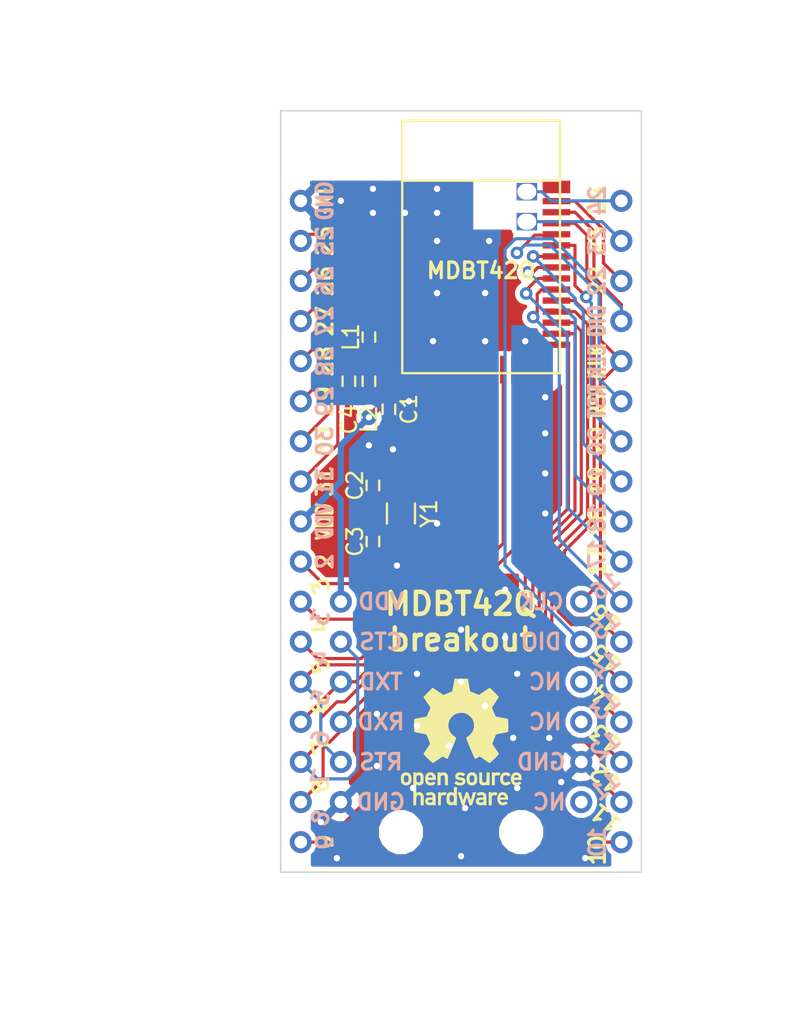
<source format=kicad_pcb>
(kicad_pcb (version 4) (host pcbnew 4.0.6)

  (general
    (links 101)
    (no_connects 0)
    (area 124.409999 81.864999 147.370001 130.225001)
    (thickness 1.6)
    (drawings 60)
    (tracks 241)
    (zones 0)
    (modules 102)
    (nets 40)
  )

  (page A4)
  (layers
    (0 F.Cu signal)
    (31 B.Cu signal)
    (32 B.Adhes user)
    (33 F.Adhes user)
    (34 B.Paste user)
    (35 F.Paste user)
    (36 B.SilkS user)
    (37 F.SilkS user)
    (38 B.Mask user)
    (39 F.Mask user)
    (40 Dwgs.User user)
    (41 Cmts.User user)
    (42 Eco1.User user)
    (43 Eco2.User user)
    (44 Edge.Cuts user)
    (45 Margin user)
    (46 B.CrtYd user)
    (47 F.CrtYd user)
    (48 B.Fab user)
    (49 F.Fab user)
  )

  (setup
    (last_trace_width 0.2)
    (trace_clearance 0.2)
    (zone_clearance 0.3)
    (zone_45_only yes)
    (trace_min 0.2)
    (segment_width 0.2)
    (edge_width 0.1)
    (via_size 0.8)
    (via_drill 0.4)
    (via_min_size 0.8)
    (via_min_drill 0.4)
    (uvia_size 0.3)
    (uvia_drill 0.1)
    (uvias_allowed no)
    (uvia_min_size 0.2)
    (uvia_min_drill 0.1)
    (pcb_text_width 0.3)
    (pcb_text_size 1.5 1.5)
    (mod_edge_width 0.15)
    (mod_text_size 1 1)
    (mod_text_width 0.15)
    (pad_size 0.8 0.8)
    (pad_drill 0.4)
    (pad_to_mask_clearance 0)
    (aux_axis_origin 124.46 130.175)
    (grid_origin 124.46 81.915)
    (visible_elements 7FFFFF7F)
    (pcbplotparams
      (layerselection 0x00030_80000001)
      (usegerberextensions false)
      (excludeedgelayer true)
      (linewidth 0.100000)
      (plotframeref false)
      (viasonmask false)
      (mode 1)
      (useauxorigin false)
      (hpglpennumber 1)
      (hpglpenspeed 20)
      (hpglpendiameter 15)
      (hpglpenoverlay 2)
      (psnegative false)
      (psa4output false)
      (plotreference true)
      (plotvalue true)
      (plotinvisibletext false)
      (padsonsilk false)
      (subtractmaskfromsilk false)
      (outputformat 1)
      (mirror false)
      (drillshape 1)
      (scaleselection 1)
      (outputdirectory ""))
  )

  (net 0 "")
  (net 1 "Net-(C2-Pad1)")
  (net 2 "Net-(C3-Pad1)")
  (net 3 "Net-(C4-Pad2)")
  (net 4 "Net-(L1-Pad1)")
  (net 5 "Net-(L1-Pad2)")
  (net 6 VDD)
  (net 7 25)
  (net 8 26)
  (net 9 27)
  (net 10 28)
  (net 11 29)
  (net 12 30)
  (net 13 31)
  (net 14 2)
  (net 15 3)
  (net 16 4)
  (net 17 5)
  (net 18 6)
  (net 19 7)
  (net 20 8)
  (net 21 9)
  (net 22 10)
  (net 23 24)
  (net 24 23)
  (net 25 22)
  (net 26 DIO)
  (net 27 CLK)
  (net 28 RST)
  (net 29 20)
  (net 30 19)
  (net 31 18)
  (net 32 17)
  (net 33 16)
  (net 34 15)
  (net 35 14)
  (net 36 13)
  (net 37 12)
  (net 38 11)
  (net 39 GND)

  (net_class Default "これは標準のネット クラスです。"
    (clearance 0.2)
    (trace_width 0.2)
    (via_dia 0.8)
    (via_drill 0.4)
    (uvia_dia 0.3)
    (uvia_drill 0.1)
    (add_net 10)
    (add_net 11)
    (add_net 12)
    (add_net 13)
    (add_net 14)
    (add_net 15)
    (add_net 16)
    (add_net 17)
    (add_net 18)
    (add_net 19)
    (add_net 2)
    (add_net 20)
    (add_net 22)
    (add_net 23)
    (add_net 24)
    (add_net 25)
    (add_net 26)
    (add_net 27)
    (add_net 28)
    (add_net 29)
    (add_net 3)
    (add_net 30)
    (add_net 31)
    (add_net 4)
    (add_net 5)
    (add_net 6)
    (add_net 7)
    (add_net 8)
    (add_net 9)
    (add_net CLK)
    (add_net DIO)
    (add_net GND)
    (add_net "Net-(C2-Pad1)")
    (add_net "Net-(C3-Pad1)")
    (add_net "Net-(C4-Pad2)")
    (add_net "Net-(L1-Pad1)")
    (add_net "Net-(L1-Pad2)")
    (add_net RST)
  )

  (net_class VDD ""
    (clearance 0.2)
    (trace_width 0.4)
    (via_dia 1)
    (via_drill 0.4)
    (uvia_dia 0.3)
    (uvia_drill 0.1)
    (add_net VDD)
  )

  (module .pretty:Via (layer F.Cu) (tedit 597EE627) (tstamp 59890B22)
    (at 142.24 124.46)
    (fp_text reference REF** (at 0 2.6) (layer F.SilkS) hide
      (effects (font (size 1 1) (thickness 0.15)))
    )
    (fp_text value Via (at 0 1.2) (layer F.Fab) hide
      (effects (font (size 1 1) (thickness 0.15)))
    )
    (pad 1 thru_hole circle (at 0 0) (size 0.8 0.8) (drill 0.4) (layers *.Cu)
      (net 39 GND) (zone_connect 2))
  )

  (module .pretty:Wirepad (layer F.Cu) (tedit 5986E0EF) (tstamp 59797411)
    (at 125.73 90.17 270)
    (path /593675A5)
    (fp_text reference J1 (at 0 -2.794 270) (layer F.SilkS) hide
      (effects (font (size 1 1) (thickness 0.15)))
    )
    (fp_text value 25 (at 0 -1.524 270) (layer F.SilkS)
      (effects (font (size 1 1) (thickness 0.2)))
    )
    (pad 1 thru_hole circle (at 0 0 270) (size 1.4 1.4) (drill 0.8) (layers *.Cu *.Mask)
      (net 7 25))
  )

  (module .pretty:Wirepad (layer F.Cu) (tedit 5986E0EF) (tstamp 59797415)
    (at 125.73 92.71 270)
    (path /59367750)
    (fp_text reference J2 (at 0 -2.794 270) (layer F.SilkS) hide
      (effects (font (size 1 1) (thickness 0.15)))
    )
    (fp_text value 26 (at 0 -1.524 270) (layer F.SilkS)
      (effects (font (size 1 1) (thickness 0.2)))
    )
    (pad 1 thru_hole circle (at 0 0 270) (size 1.4 1.4) (drill 0.8) (layers *.Cu *.Mask)
      (net 8 26))
  )

  (module .pretty:Wirepad (layer F.Cu) (tedit 5986E0EF) (tstamp 59797419)
    (at 125.73 95.25 270)
    (path /593678D9)
    (fp_text reference J3 (at 0 -2.794 270) (layer F.SilkS) hide
      (effects (font (size 1 1) (thickness 0.15)))
    )
    (fp_text value 27 (at 0 -1.524 270) (layer F.SilkS)
      (effects (font (size 1 1) (thickness 0.2)))
    )
    (pad 1 thru_hole circle (at 0 0 270) (size 1.4 1.4) (drill 0.8) (layers *.Cu *.Mask)
      (net 9 27))
  )

  (module .pretty:Wirepad (layer F.Cu) (tedit 5986E0EF) (tstamp 5979741D)
    (at 125.73 97.79 270)
    (path /59367A6D)
    (fp_text reference J4 (at 0 -2.794 270) (layer F.SilkS) hide
      (effects (font (size 1 1) (thickness 0.15)))
    )
    (fp_text value 28 (at 0 -1.524 270) (layer F.SilkS)
      (effects (font (size 1 1) (thickness 0.2)))
    )
    (pad 1 thru_hole circle (at 0 0 270) (size 1.4 1.4) (drill 0.8) (layers *.Cu *.Mask)
      (net 10 28))
  )

  (module .pretty:Wirepad (layer F.Cu) (tedit 5986E0EF) (tstamp 59797421)
    (at 125.73 100.33 270)
    (path /59367AB2)
    (fp_text reference J5 (at 0 -2.794 270) (layer F.SilkS) hide
      (effects (font (size 1 1) (thickness 0.15)))
    )
    (fp_text value 29 (at 0 -1.524 270) (layer F.SilkS)
      (effects (font (size 1 1) (thickness 0.2)))
    )
    (pad 1 thru_hole circle (at 0 0 270) (size 1.4 1.4) (drill 0.8) (layers *.Cu *.Mask)
      (net 11 29))
  )

  (module .pretty:Wirepad (layer F.Cu) (tedit 5986E0EF) (tstamp 59797425)
    (at 125.73 102.87 270)
    (path /59367AFD)
    (fp_text reference J6 (at 0 -2.794 270) (layer F.SilkS) hide
      (effects (font (size 1 1) (thickness 0.15)))
    )
    (fp_text value 30 (at 0 -1.524 270) (layer F.SilkS)
      (effects (font (size 1 1) (thickness 0.2)))
    )
    (pad 1 thru_hole circle (at 0 0 270) (size 1.4 1.4) (drill 0.8) (layers *.Cu *.Mask)
      (net 12 30))
  )

  (module .pretty:Wirepad (layer F.Cu) (tedit 5986E0EF) (tstamp 59797429)
    (at 125.73 105.41 270)
    (path /59367B4E)
    (fp_text reference J7 (at 0 -2.794 270) (layer F.SilkS) hide
      (effects (font (size 1 1) (thickness 0.15)))
    )
    (fp_text value 31 (at 0 -1.524 270) (layer F.SilkS)
      (effects (font (size 1 1) (thickness 0.2)))
    )
    (pad 1 thru_hole circle (at 0 0 270) (size 1.4 1.4) (drill 0.8) (layers *.Cu *.Mask)
      (net 13 31))
  )

  (module .pretty:Wirepad (layer F.Cu) (tedit 5986EB0A) (tstamp 5979742D)
    (at 125.73 107.95 270)
    (path /5936FD4C)
    (fp_text reference J8 (at 0 -2.794 270) (layer F.SilkS) hide
      (effects (font (size 1 1) (thickness 0.15)))
    )
    (fp_text value VDD (at 0 -1.524 270) (layer F.SilkS)
      (effects (font (size 1 0.8) (thickness 0.2)))
    )
    (pad 1 thru_hole circle (at 0 0 270) (size 1.4 1.4) (drill 0.8) (layers *.Cu *.Mask)
      (net 6 VDD))
  )

  (module .pretty:Wirepad (layer F.Cu) (tedit 5986E0EF) (tstamp 59797431)
    (at 125.73 110.49 270)
    (path /5936806F)
    (fp_text reference J9 (at 0 -2.794 270) (layer F.SilkS) hide
      (effects (font (size 1 1) (thickness 0.15)))
    )
    (fp_text value 2 (at 0 -1.524 270) (layer F.SilkS)
      (effects (font (size 1 1) (thickness 0.2)))
    )
    (pad 1 thru_hole circle (at 0 0 270) (size 1.4 1.4) (drill 0.8) (layers *.Cu *.Mask)
      (net 14 2))
  )

  (module .pretty:Wirepad (layer F.Cu) (tedit 5986EA5E) (tstamp 59797435)
    (at 125.73 113.03 270)
    (path /59368F90)
    (fp_text reference J10 (at 0 -2.794 270) (layer F.SilkS) hide
      (effects (font (size 1 1) (thickness 0.15)))
    )
    (fp_text value 3 (at 0 -1.524 270) (layer F.SilkS) hide
      (effects (font (size 1 1) (thickness 0.2)))
    )
    (pad 1 thru_hole circle (at 0 0 270) (size 1.4 1.4) (drill 0.8) (layers *.Cu *.Mask)
      (net 15 3))
  )

  (module .pretty:Wirepad (layer F.Cu) (tedit 5986EA69) (tstamp 5979743D)
    (at 125.73 118.11 270)
    (path /5936900F)
    (fp_text reference J12 (at 0 -2.794 270) (layer F.SilkS) hide
      (effects (font (size 1 1) (thickness 0.15)))
    )
    (fp_text value 5 (at 0 -1.524 270) (layer F.SilkS) hide
      (effects (font (size 1 1) (thickness 0.2)))
    )
    (pad 1 thru_hole circle (at 0 0 270) (size 1.4 1.4) (drill 0.8) (layers *.Cu *.Mask)
      (net 17 5))
  )

  (module .pretty:Wirepad (layer F.Cu) (tedit 5986EBFF) (tstamp 59797441)
    (at 125.73 120.65 270)
    (path /59369050)
    (fp_text reference J13 (at 0 -2.794 270) (layer F.SilkS) hide
      (effects (font (size 1 1) (thickness 0.15)))
    )
    (fp_text value 6 (at 0 -1.524 270) (layer F.SilkS) hide
      (effects (font (size 1 1) (thickness 0.2)))
    )
    (pad 1 thru_hole circle (at 0 0 270) (size 1.4 1.4) (drill 0.8) (layers *.Cu *.Mask)
      (net 18 6))
  )

  (module .pretty:Wirepad (layer F.Cu) (tedit 5986EC16) (tstamp 59797445)
    (at 125.73 123.19 270)
    (path /59369094)
    (fp_text reference J14 (at 0 -2.794 270) (layer F.SilkS) hide
      (effects (font (size 1 1) (thickness 0.15)))
    )
    (fp_text value 7 (at 0 -1.524 270) (layer F.SilkS) hide
      (effects (font (size 1 1) (thickness 0.2)))
    )
    (pad 1 thru_hole circle (at 0 0 270) (size 1.4 1.4) (drill 0.8) (layers *.Cu *.Mask)
      (net 19 7))
  )

  (module .pretty:Wirepad (layer F.Cu) (tedit 5986EC29) (tstamp 59797449)
    (at 125.73 125.73 270)
    (path /593690D7)
    (fp_text reference J15 (at 0 -2.794 270) (layer F.SilkS) hide
      (effects (font (size 1 1) (thickness 0.15)))
    )
    (fp_text value 8 (at 0 -1.524 270) (layer F.SilkS) hide
      (effects (font (size 1 1) (thickness 0.2)))
    )
    (pad 1 thru_hole circle (at 0 0 270) (size 1.4 1.4) (drill 0.8) (layers *.Cu *.Mask)
      (net 20 8))
  )

  (module .pretty:Wirepad (layer F.Cu) (tedit 5986E0EF) (tstamp 5979744D)
    (at 125.73 128.27 270)
    (path /5936911D)
    (fp_text reference J16 (at 0 -2.794 270) (layer F.SilkS) hide
      (effects (font (size 1 1) (thickness 0.15)))
    )
    (fp_text value 9 (at 0 -1.524 270) (layer F.SilkS)
      (effects (font (size 1 1) (thickness 0.2)))
    )
    (pad 1 thru_hole circle (at 0 0 270) (size 1.4 1.4) (drill 0.8) (layers *.Cu *.Mask)
      (net 21 9))
  )

  (module .pretty:Wirepad (layer F.Cu) (tedit 5986F27B) (tstamp 59797451)
    (at 146.05 128.27 90)
    (path /59369166)
    (fp_text reference J17 (at 0 -2.794 90) (layer F.SilkS) hide
      (effects (font (size 1 1) (thickness 0.15)))
    )
    (fp_text value 10 (at -0.508 -1.524 90) (layer F.SilkS)
      (effects (font (size 1 1) (thickness 0.2)))
    )
    (pad 1 thru_hole circle (at 0 0 90) (size 1.4 1.4) (drill 0.8) (layers *.Cu *.Mask)
      (net 22 10))
  )

  (module .pretty:Wirepad (layer F.Cu) (tedit 5986E0EF) (tstamp 59797455)
    (at 146.05 87.63 90)
    (path /5936CE20)
    (fp_text reference J18 (at 0 -2.794 90) (layer F.SilkS) hide
      (effects (font (size 1 1) (thickness 0.15)))
    )
    (fp_text value 24 (at 0 -1.524 90) (layer F.SilkS)
      (effects (font (size 1 1) (thickness 0.2)))
    )
    (pad 1 thru_hole circle (at 0 0 90) (size 1.4 1.4) (drill 0.8) (layers *.Cu *.Mask)
      (net 23 24))
  )

  (module .pretty:Wirepad (layer F.Cu) (tedit 5986E0EF) (tstamp 59797459)
    (at 146.05 90.17 90)
    (path /5936CF3F)
    (fp_text reference J19 (at 0 -2.794 90) (layer F.SilkS) hide
      (effects (font (size 1 1) (thickness 0.15)))
    )
    (fp_text value 23 (at 0 -1.524 90) (layer F.SilkS)
      (effects (font (size 1 1) (thickness 0.2)))
    )
    (pad 1 thru_hole circle (at 0 0 90) (size 1.4 1.4) (drill 0.8) (layers *.Cu *.Mask)
      (net 24 23))
  )

  (module .pretty:Wirepad (layer F.Cu) (tedit 5986E0EF) (tstamp 5979745D)
    (at 146.05 92.71 90)
    (path /5936D621)
    (fp_text reference J20 (at 0 -2.794 90) (layer F.SilkS) hide
      (effects (font (size 1 1) (thickness 0.15)))
    )
    (fp_text value 22 (at 0 -1.524 90) (layer F.SilkS)
      (effects (font (size 1 1) (thickness 0.2)))
    )
    (pad 1 thru_hole circle (at 0 0 90) (size 1.4 1.4) (drill 0.8) (layers *.Cu *.Mask)
      (net 25 22))
  )

  (module .pretty:Wirepad (layer F.Cu) (tedit 5986EB1D) (tstamp 59797461)
    (at 146.05 95.25 90)
    (path /5936D53A)
    (fp_text reference J21 (at 0 -2.794 90) (layer F.SilkS) hide
      (effects (font (size 1 1) (thickness 0.15)))
    )
    (fp_text value DIO (at 0 -1.524 90) (layer F.SilkS)
      (effects (font (size 1 0.8) (thickness 0.2)))
    )
    (pad 1 thru_hole circle (at 0 0 90) (size 1.4 1.4) (drill 0.8) (layers *.Cu *.Mask)
      (net 26 DIO))
  )

  (module .pretty:Wirepad (layer F.Cu) (tedit 5986EB21) (tstamp 59797465)
    (at 146.05 97.79 90)
    (path /5936D459)
    (fp_text reference J22 (at 0 -2.794 90) (layer F.SilkS) hide
      (effects (font (size 1 1) (thickness 0.15)))
    )
    (fp_text value CLK (at 0 -1.524 90) (layer F.SilkS)
      (effects (font (size 1 0.8) (thickness 0.2)))
    )
    (pad 1 thru_hole circle (at 0 0 90) (size 1.4 1.4) (drill 0.8) (layers *.Cu *.Mask)
      (net 27 CLK))
  )

  (module .pretty:Wirepad (layer F.Cu) (tedit 5986EB26) (tstamp 59797469)
    (at 146.05 100.33 90)
    (path /5936D37E)
    (fp_text reference J23 (at 0 -2.794 90) (layer F.SilkS) hide
      (effects (font (size 1 1) (thickness 0.15)))
    )
    (fp_text value RST (at 0 -1.524 90) (layer F.SilkS)
      (effects (font (size 1 0.8) (thickness 0.2)))
    )
    (pad 1 thru_hole circle (at 0 0 90) (size 1.4 1.4) (drill 0.8) (layers *.Cu *.Mask)
      (net 28 RST))
  )

  (module .pretty:Wirepad (layer F.Cu) (tedit 5986E0EF) (tstamp 5979746D)
    (at 146.05 102.87 90)
    (path /5936CAB3)
    (fp_text reference J24 (at 0 -2.794 90) (layer F.SilkS) hide
      (effects (font (size 1 1) (thickness 0.15)))
    )
    (fp_text value 20 (at 0 -1.524 90) (layer F.SilkS)
      (effects (font (size 1 1) (thickness 0.2)))
    )
    (pad 1 thru_hole circle (at 0 0 90) (size 1.4 1.4) (drill 0.8) (layers *.Cu *.Mask)
      (net 29 20))
  )

  (module .pretty:Wirepad (layer F.Cu) (tedit 5986E0EF) (tstamp 59797471)
    (at 146.05 105.41 90)
    (path /5936C71B)
    (fp_text reference J25 (at 0 -2.794 90) (layer F.SilkS) hide
      (effects (font (size 1 1) (thickness 0.15)))
    )
    (fp_text value 19 (at 0 -1.524 90) (layer F.SilkS)
      (effects (font (size 1 1) (thickness 0.2)))
    )
    (pad 1 thru_hole circle (at 0 0 90) (size 1.4 1.4) (drill 0.8) (layers *.Cu *.Mask)
      (net 30 19))
  )

  (module .pretty:Wirepad (layer F.Cu) (tedit 5986F26B) (tstamp 59797475)
    (at 146.05 107.95 90)
    (path /5936C65E)
    (fp_text reference J26 (at 0 -2.794 90) (layer F.SilkS) hide
      (effects (font (size 1 1) (thickness 0.15)))
    )
    (fp_text value 18 (at 0 -1.524 90) (layer F.SilkS)
      (effects (font (size 1 1) (thickness 0.2)))
    )
    (pad 1 thru_hole circle (at 0 0 90) (size 1.4 1.4) (drill 0.8) (layers *.Cu *.Mask)
      (net 31 18))
  )

  (module .pretty:Wirepad (layer F.Cu) (tedit 5986F267) (tstamp 59797479)
    (at 146.05 110.49 90)
    (path /5936C419)
    (fp_text reference J27 (at 0 -2.794 90) (layer F.SilkS) hide
      (effects (font (size 1 1) (thickness 0.15)))
    )
    (fp_text value 17 (at 0 -1.524 90) (layer F.SilkS)
      (effects (font (size 1 1) (thickness 0.2)))
    )
    (pad 1 thru_hole circle (at 0 0 90) (size 1.4 1.4) (drill 0.8) (layers *.Cu *.Mask)
      (net 32 17))
  )

  (module .pretty:Wirepad (layer F.Cu) (tedit 5986EA7C) (tstamp 5979747D)
    (at 146.05 113.03 90)
    (path /5936C1FC)
    (fp_text reference J28 (at 0 -2.794 90) (layer F.SilkS) hide
      (effects (font (size 1 1) (thickness 0.15)))
    )
    (fp_text value 16 (at 0 -1.524 90) (layer F.SilkS) hide
      (effects (font (size 1 1) (thickness 0.2)))
    )
    (pad 1 thru_hole circle (at 0 0 90) (size 1.4 1.4) (drill 0.8) (layers *.Cu *.Mask)
      (net 33 16))
  )

  (module .pretty:Wirepad (layer F.Cu) (tedit 5986EFA7) (tstamp 59797481)
    (at 146.05 115.57 90)
    (path /5936BF5D)
    (fp_text reference J29 (at 0 -2.794 90) (layer F.SilkS) hide
      (effects (font (size 1 1) (thickness 0.15)))
    )
    (fp_text value 15 (at 0 -1.524 90) (layer F.SilkS) hide
      (effects (font (size 1 1) (thickness 0.2)))
    )
    (pad 1 thru_hole circle (at 0 0 90) (size 1.4 1.4) (drill 0.8) (layers *.Cu *.Mask)
      (net 34 15))
  )

  (module .pretty:Wirepad (layer F.Cu) (tedit 5986EFA0) (tstamp 59797485)
    (at 146.05 118.11 90)
    (path /5936BEB8)
    (fp_text reference J30 (at 0 -2.794 90) (layer F.SilkS) hide
      (effects (font (size 1 1) (thickness 0.15)))
    )
    (fp_text value 14 (at 0 -1.524 90) (layer F.SilkS) hide
      (effects (font (size 1 1) (thickness 0.2)))
    )
    (pad 1 thru_hole circle (at 0 0 90) (size 1.4 1.4) (drill 0.8) (layers *.Cu *.Mask)
      (net 35 14))
  )

  (module .pretty:Wirepad (layer F.Cu) (tedit 5986F012) (tstamp 59797489)
    (at 146.05 120.65 90)
    (path /5936BE19)
    (fp_text reference J31 (at 0 -2.794 90) (layer F.SilkS) hide
      (effects (font (size 1 1) (thickness 0.15)))
    )
    (fp_text value 13 (at 0 -1.524 90) (layer F.SilkS) hide
      (effects (font (size 1 1) (thickness 0.2)))
    )
    (pad 1 thru_hole circle (at 0 0 90) (size 1.4 1.4) (drill 0.8) (layers *.Cu *.Mask)
      (net 36 13))
  )

  (module .pretty:Wirepad (layer F.Cu) (tedit 5986F077) (tstamp 5979748D)
    (at 146.05 123.19 90)
    (path /5936BD80)
    (fp_text reference J32 (at 0 -2.794 90) (layer F.SilkS) hide
      (effects (font (size 1 1) (thickness 0.15)))
    )
    (fp_text value 12 (at 0 -1.524 90) (layer F.SilkS) hide
      (effects (font (size 1 1) (thickness 0.2)))
    )
    (pad 1 thru_hole circle (at 0 0 90) (size 1.4 1.4) (drill 0.8) (layers *.Cu *.Mask)
      (net 37 12))
  )

  (module .pretty:Wirepad (layer F.Cu) (tedit 5986F09E) (tstamp 59797491)
    (at 146.05 125.73 90)
    (path /5936AD6A)
    (fp_text reference J33 (at 0 -2.794 90) (layer F.SilkS) hide
      (effects (font (size 1 1) (thickness 0.15)))
    )
    (fp_text value 11 (at 0 -1.524 90) (layer F.SilkS) hide
      (effects (font (size 1 1) (thickness 0.2)))
    )
    (pad 1 thru_hole circle (at 0 0 90) (size 1.4 1.4) (drill 0.8) (layers *.Cu *.Mask)
      (net 38 11))
  )

  (module .pretty:Wirepad (layer F.Cu) (tedit 5986EB02) (tstamp 59797495)
    (at 125.73 87.63 270)
    (path /5944AC29)
    (fp_text reference J34 (at 0 -2.794 270) (layer F.SilkS) hide
      (effects (font (size 1 1) (thickness 0.15)))
    )
    (fp_text value GND (at 0 -1.524 270) (layer F.SilkS)
      (effects (font (size 1 0.8) (thickness 0.2)))
    )
    (pad 1 thru_hole circle (at 0 0 270) (size 1.4 1.4) (drill 0.8) (layers *.Cu *.Mask)
      (net 39 GND))
  )

  (module .pretty:Wirepad (layer B.Cu) (tedit 5986FA3F) (tstamp 59797499)
    (at 143.51 113.03 270)
    (path /5977E9E7)
    (fp_text reference J35 (at 0 2.794 270) (layer B.SilkS) hide
      (effects (font (size 1 1) (thickness 0.15)) (justify mirror))
    )
    (fp_text value CLK (at 0 2.54 360) (layer B.SilkS)
      (effects (font (size 1 1) (thickness 0.2)) (justify mirror))
    )
    (pad 1 thru_hole circle (at 0 0 270) (size 1.4 1.4) (drill 0.8) (layers *.Cu *.Mask)
      (net 27 CLK))
  )

  (module .pretty:Wirepad (layer B.Cu) (tedit 5986FA41) (tstamp 5979749D)
    (at 143.51 115.57 270)
    (path /5977E988)
    (fp_text reference J36 (at 0 2.794 270) (layer B.SilkS) hide
      (effects (font (size 1 1) (thickness 0.15)) (justify mirror))
    )
    (fp_text value DIO (at 0 2.54 360) (layer B.SilkS)
      (effects (font (size 1 1) (thickness 0.2)) (justify mirror))
    )
    (pad 1 thru_hole circle (at 0 0 270) (size 1.4 1.4) (drill 0.8) (layers *.Cu *.Mask)
      (net 26 DIO))
  )

  (module .pretty:Wirepad (layer B.Cu) (tedit 5986FA43) (tstamp 597974A1)
    (at 143.51 120.65 270)
    (path /5977E945)
    (fp_text reference J37 (at 0 2.794 270) (layer B.SilkS) hide
      (effects (font (size 1 1) (thickness 0.15)) (justify mirror))
    )
    (fp_text value NC (at 0 2.286 360) (layer B.SilkS)
      (effects (font (size 1 1) (thickness 0.2)) (justify mirror))
    )
    (pad 1 thru_hole circle (at 0 0 270) (size 1.4 1.4) (drill 0.8) (layers *.Cu *.Mask))
  )

  (module .pretty:Wirepad (layer B.Cu) (tedit 5986FA42) (tstamp 597974A5)
    (at 143.51 118.11 270)
    (path /5977E8E6)
    (fp_text reference J38 (at 0 2.794 270) (layer B.SilkS) hide
      (effects (font (size 1 1) (thickness 0.15)) (justify mirror))
    )
    (fp_text value NC (at 0 2.286 360) (layer B.SilkS)
      (effects (font (size 1 1) (thickness 0.2)) (justify mirror))
    )
    (pad 1 thru_hole circle (at 0 0 270) (size 1.4 1.4) (drill 0.8) (layers *.Cu *.Mask))
  )

  (module .pretty:Wirepad (layer B.Cu) (tedit 5986FA45) (tstamp 597974A9)
    (at 143.51 123.19 270)
    (path /59777396)
    (fp_text reference J39 (at 0 2.794 270) (layer B.SilkS) hide
      (effects (font (size 1 1) (thickness 0.15)) (justify mirror))
    )
    (fp_text value GND (at 0 2.54 360) (layer B.SilkS)
      (effects (font (size 1 1) (thickness 0.2)) (justify mirror))
    )
    (pad 1 thru_hole circle (at 0 0 270) (size 1.4 1.4) (drill 0.8) (layers *.Cu *.Mask)
      (net 39 GND))
  )

  (module .pretty:Wirepad (layer B.Cu) (tedit 5986FA1B) (tstamp 597974AD)
    (at 143.51 125.73 270)
    (path /597771BD)
    (fp_text reference J40 (at 0 2.794 270) (layer B.SilkS) hide
      (effects (font (size 1 1) (thickness 0.15)) (justify mirror))
    )
    (fp_text value NC (at 0 2.032 360) (layer B.SilkS)
      (effects (font (size 1 1) (thickness 0.2)) (justify mirror))
    )
    (pad 1 thru_hole circle (at 0 0 270) (size 1.4 1.4) (drill 0.8) (layers *.Cu *.Mask))
  )

  (module .pretty:Wirepad (layer B.Cu) (tedit 5986FA34) (tstamp 597974B1)
    (at 128.27 113.03 90)
    (path /59775BB9)
    (fp_text reference J41 (at 0 2.794 90) (layer B.SilkS) hide
      (effects (font (size 1 1) (thickness 0.15)) (justify mirror))
    )
    (fp_text value VDD (at 0 2.54 180) (layer B.SilkS)
      (effects (font (size 1 1) (thickness 0.2)) (justify mirror))
    )
    (pad 1 thru_hole circle (at 0 0 90) (size 1.4 1.4) (drill 0.8) (layers *.Cu *.Mask)
      (net 6 VDD))
  )

  (module .pretty:Wirepad (layer B.Cu) (tedit 5986FA35) (tstamp 597974B5)
    (at 128.27 115.57 90)
    (path /5977EB55)
    (fp_text reference J42 (at 0 2.794 90) (layer B.SilkS) hide
      (effects (font (size 1 1) (thickness 0.15)) (justify mirror))
    )
    (fp_text value CTS (at 0 2.54 180) (layer B.SilkS)
      (effects (font (size 1 1) (thickness 0.2)) (justify mirror))
    )
    (pad 1 thru_hole circle (at 0 0 90) (size 1.4 1.4) (drill 0.8) (layers *.Cu *.Mask)
      (net 19 7))
  )

  (module .pretty:Wirepad (layer B.Cu) (tedit 5986FA37) (tstamp 597974B9)
    (at 128.27 118.11 90)
    (path /5977EB94)
    (fp_text reference J43 (at 0 2.794 90) (layer B.SilkS) hide
      (effects (font (size 1 1) (thickness 0.15)) (justify mirror))
    )
    (fp_text value TXD (at 0 2.54 180) (layer B.SilkS)
      (effects (font (size 1 1) (thickness 0.2)) (justify mirror))
    )
    (pad 1 thru_hole circle (at 0 0 90) (size 1.4 1.4) (drill 0.8) (layers *.Cu *.Mask)
      (net 18 6))
  )

  (module .pretty:Wirepad (layer B.Cu) (tedit 5986FA38) (tstamp 597974BD)
    (at 128.27 120.65 90)
    (path /5977EC1B)
    (fp_text reference J44 (at 0 2.794 90) (layer B.SilkS) hide
      (effects (font (size 1 1) (thickness 0.15)) (justify mirror))
    )
    (fp_text value RXD (at 0 2.54 180) (layer B.SilkS)
      (effects (font (size 1 1) (thickness 0.2)) (justify mirror))
    )
    (pad 1 thru_hole circle (at 0 0 90) (size 1.4 1.4) (drill 0.8) (layers *.Cu *.Mask)
      (net 20 8))
  )

  (module .pretty:Wirepad (layer B.Cu) (tedit 5986FA3A) (tstamp 597974C1)
    (at 128.27 123.19 90)
    (path /5977EAA6)
    (fp_text reference J45 (at 0 2.794 90) (layer B.SilkS) hide
      (effects (font (size 1 1) (thickness 0.15)) (justify mirror))
    )
    (fp_text value RTS (at 0 2.54 180) (layer B.SilkS)
      (effects (font (size 1 1) (thickness 0.2)) (justify mirror))
    )
    (pad 1 thru_hole circle (at 0 0 90) (size 1.4 1.4) (drill 0.8) (layers *.Cu *.Mask)
      (net 17 5))
  )

  (module .pretty:Wirepad (layer B.Cu) (tedit 5986FA3C) (tstamp 597974C5)
    (at 128.27 125.73 90)
    (path /59776E1A)
    (fp_text reference J46 (at 0 2.794 90) (layer B.SilkS) hide
      (effects (font (size 1 1) (thickness 0.15)) (justify mirror))
    )
    (fp_text value GND (at 0 2.54 180) (layer B.SilkS)
      (effects (font (size 1 1) (thickness 0.2)) (justify mirror))
    )
    (pad 1 thru_hole circle (at 0 0 90) (size 1.4 1.4) (drill 0.8) (layers *.Cu *.Mask)
      (net 39 GND))
  )

  (module .pretty:Wirepad (layer F.Cu) (tedit 5986EA62) (tstamp 59797439)
    (at 125.73 115.57 270)
    (path /59368FD5)
    (fp_text reference J11 (at 0 -2.794 270) (layer F.SilkS) hide
      (effects (font (size 1 1) (thickness 0.15)))
    )
    (fp_text value 4 (at 0 -1.524 270) (layer F.SilkS) hide
      (effects (font (size 1 1) (thickness 0.2)))
    )
    (pad 1 thru_hole circle (at 0 0 270) (size 1.4 1.4) (drill 0.8) (layers *.Cu *.Mask)
      (net 16 4))
  )

  (module .pretty:Via (layer F.Cu) (tedit 597EE627) (tstamp 597EEAA1)
    (at 128.27 87.63)
    (fp_text reference REF** (at 0 2.6) (layer F.SilkS) hide
      (effects (font (size 1 1) (thickness 0.15)))
    )
    (fp_text value Via (at 0 1.2) (layer F.Fab) hide
      (effects (font (size 1 1) (thickness 0.15)))
    )
    (pad 1 thru_hole circle (at 0 0) (size 0.8 0.8) (drill 0.4) (layers *.Cu)
      (net 39 GND) (zone_connect 2))
  )

  (module .pretty:Via (layer F.Cu) (tedit 597EE627) (tstamp 59852FEE)
    (at 127 127)
    (fp_text reference REF** (at 0 2.6) (layer F.SilkS) hide
      (effects (font (size 1 1) (thickness 0.15)))
    )
    (fp_text value Via (at 0 1.2) (layer F.Fab) hide
      (effects (font (size 1 1) (thickness 0.15)))
    )
    (pad 1 thru_hole circle (at 0 0) (size 0.8 0.8) (drill 0.4) (layers *.Cu)
      (net 39 GND) (zone_connect 2))
  )

  (module .pretty:Via (layer F.Cu) (tedit 597EE627) (tstamp 598493EB)
    (at 130.048 103.124)
    (fp_text reference REF** (at 0 2.6) (layer F.SilkS) hide
      (effects (font (size 1 1) (thickness 0.15)))
    )
    (fp_text value Via (at 0 1.2) (layer F.Fab) hide
      (effects (font (size 1 1) (thickness 0.15)))
    )
    (pad 1 thru_hole circle (at 0 0) (size 0.8 0.8) (drill 0.4) (layers *.Cu)
      (net 39 GND) (zone_connect 2))
  )

  (module .pretty:Via (layer F.Cu) (tedit 597EE627) (tstamp 59848B79)
    (at 139.954 96.52)
    (fp_text reference REF** (at 0 2.6) (layer F.SilkS) hide
      (effects (font (size 1 1) (thickness 0.15)))
    )
    (fp_text value Via (at 0 1.2) (layer F.Fab) hide
      (effects (font (size 1 1) (thickness 0.15)))
    )
    (pad 1 thru_hole circle (at 0 0) (size 0.8 0.8) (drill 0.4) (layers *.Cu)
      (net 39 GND) (zone_connect 2))
  )

  (module .pretty:Via (layer F.Cu) (tedit 597EE627) (tstamp 59848AF7)
    (at 141.224 107.442)
    (fp_text reference REF** (at 0 2.6) (layer F.SilkS) hide
      (effects (font (size 1 1) (thickness 0.15)))
    )
    (fp_text value Via (at 0 1.2) (layer F.Fab) hide
      (effects (font (size 1 1) (thickness 0.15)))
    )
    (pad 1 thru_hole circle (at 0 0) (size 0.8 0.8) (drill 0.4) (layers *.Cu)
      (net 39 GND) (zone_connect 2))
  )

  (module .pretty:Via (layer F.Cu) (tedit 597EE627) (tstamp 59848AE8)
    (at 141.224 104.902)
    (fp_text reference REF** (at 0 2.6) (layer F.SilkS) hide
      (effects (font (size 1 1) (thickness 0.15)))
    )
    (fp_text value Via (at 0 1.2) (layer F.Fab) hide
      (effects (font (size 1 1) (thickness 0.15)))
    )
    (pad 1 thru_hole circle (at 0 0) (size 0.8 0.8) (drill 0.4) (layers *.Cu)
      (net 39 GND) (zone_connect 2))
  )

  (module .pretty:Via (layer F.Cu) (tedit 597EE627) (tstamp 59848AE3)
    (at 141.224 102.362)
    (fp_text reference REF** (at 0 2.6) (layer F.SilkS) hide
      (effects (font (size 1 1) (thickness 0.15)))
    )
    (fp_text value Via (at 0 1.2) (layer F.Fab) hide
      (effects (font (size 1 1) (thickness 0.15)))
    )
    (pad 1 thru_hole circle (at 0 0) (size 0.8 0.8) (drill 0.4) (layers *.Cu)
      (net 39 GND) (zone_connect 2))
  )

  (module .pretty:Via (layer F.Cu) (tedit 597EE627) (tstamp 598473B7)
    (at 134.366 90.17)
    (fp_text reference REF** (at 0 2.6) (layer F.SilkS) hide
      (effects (font (size 1 1) (thickness 0.15)))
    )
    (fp_text value Via (at 0 1.2) (layer F.Fab) hide
      (effects (font (size 1 1) (thickness 0.15)))
    )
    (pad 1 thru_hole circle (at 0 0) (size 0.8 0.8) (drill 0.4) (layers *.Cu)
      (net 39 GND) (zone_connect 2))
  )

  (module .pretty:Via (layer F.Cu) (tedit 597EE627) (tstamp 59847362)
    (at 134.366 86.868)
    (fp_text reference REF** (at 0 2.6) (layer F.SilkS) hide
      (effects (font (size 1 1) (thickness 0.15)))
    )
    (fp_text value Via (at 0 1.2) (layer F.Fab) hide
      (effects (font (size 1 1) (thickness 0.15)))
    )
    (pad 1 thru_hole circle (at 0 0) (size 0.8 0.8) (drill 0.4) (layers *.Cu)
      (net 39 GND) (zone_connect 2))
  )

  (module .pretty:Via (layer F.Cu) (tedit 597EE627) (tstamp 5984735D)
    (at 130.302 86.868)
    (fp_text reference REF** (at 0 2.6) (layer F.SilkS) hide
      (effects (font (size 1 1) (thickness 0.15)))
    )
    (fp_text value Via (at 0 1.2) (layer F.Fab) hide
      (effects (font (size 1 1) (thickness 0.15)))
    )
    (pad 1 thru_hole circle (at 0 0) (size 0.8 0.8) (drill 0.4) (layers *.Cu)
      (net 39 GND) (zone_connect 2))
  )

  (module .pretty:Via (layer F.Cu) (tedit 597EE627) (tstamp 5984732F)
    (at 132.588 100.33)
    (fp_text reference REF** (at 0 2.6) (layer F.SilkS) hide
      (effects (font (size 1 1) (thickness 0.15)))
    )
    (fp_text value Via (at 0 1.2) (layer F.Fab) hide
      (effects (font (size 1 1) (thickness 0.15)))
    )
    (pad 1 thru_hole circle (at 0 0) (size 0.8 0.8) (drill 0.4) (layers *.Cu)
      (net 39 GND) (zone_connect 2))
  )

  (module .pretty:Via (layer F.Cu) (tedit 597EE627) (tstamp 597EF1DE)
    (at 141.478 121.666)
    (fp_text reference REF** (at 0 2.6) (layer F.SilkS) hide
      (effects (font (size 1 1) (thickness 0.15)))
    )
    (fp_text value Via (at 0 1.2) (layer F.Fab) hide
      (effects (font (size 1 1) (thickness 0.15)))
    )
    (pad 1 thru_hole circle (at 0 0) (size 0.8 0.8) (drill 0.4) (layers *.Cu)
      (net 39 GND) (zone_connect 2))
  )

  (module .pretty:Via (layer F.Cu) (tedit 597EE627) (tstamp 597EEC32)
    (at 137.414 93.472)
    (fp_text reference REF** (at 0 2.6) (layer F.SilkS) hide
      (effects (font (size 1 1) (thickness 0.15)))
    )
    (fp_text value Via (at 0 1.2) (layer F.Fab) hide
      (effects (font (size 1 1) (thickness 0.15)))
    )
    (pad 1 thru_hole circle (at 0 0) (size 0.8 0.8) (drill 0.4) (layers *.Cu)
      (net 39 GND) (zone_connect 2))
  )

  (module .pretty:Via (layer F.Cu) (tedit 597EE627) (tstamp 597EEBFE)
    (at 134.112 96.52)
    (fp_text reference REF** (at 0 2.6) (layer F.SilkS) hide
      (effects (font (size 1 1) (thickness 0.15)))
    )
    (fp_text value Via (at 0 1.2) (layer F.Fab) hide
      (effects (font (size 1 1) (thickness 0.15)))
    )
    (pad 1 thru_hole circle (at 0 0) (size 0.8 0.8) (drill 0.4) (layers *.Cu)
      (net 39 GND) (zone_connect 2))
  )

  (module .pretty:Via (layer F.Cu) (tedit 597EE627) (tstamp 597EEBE5)
    (at 131.572 103.378)
    (fp_text reference REF** (at 0 2.6) (layer F.SilkS) hide
      (effects (font (size 1 1) (thickness 0.15)))
    )
    (fp_text value Via (at 0 1.2) (layer F.Fab) hide
      (effects (font (size 1 1) (thickness 0.15)))
    )
    (pad 1 thru_hole circle (at 0 0) (size 0.8 0.8) (drill 0.4) (layers *.Cu)
      (net 39 GND) (zone_connect 2))
  )

  (module .pretty:Via (layer F.Cu) (tedit 597EE627) (tstamp 597EEBDB)
    (at 131.826 110.744)
    (fp_text reference REF** (at 0 2.6) (layer F.SilkS) hide
      (effects (font (size 1 1) (thickness 0.15)))
    )
    (fp_text value Via (at 0 1.2) (layer F.Fab) hide
      (effects (font (size 1 1) (thickness 0.15)))
    )
    (pad 1 thru_hole circle (at 0 0) (size 0.8 0.8) (drill 0.4) (layers *.Cu)
      (net 39 GND) (zone_connect 2))
  )

  (module .pretty:Via (layer F.Cu) (tedit 597EE627) (tstamp 597EEBC0)
    (at 134.366 108.077)
    (fp_text reference REF** (at 0 2.6) (layer F.SilkS) hide
      (effects (font (size 1 1) (thickness 0.15)))
    )
    (fp_text value Via (at 0 1.2) (layer F.Fab) hide
      (effects (font (size 1 1) (thickness 0.15)))
    )
    (pad 1 thru_hole circle (at 0 0) (size 0.8 0.8) (drill 0.4) (layers *.Cu)
      (net 39 GND) (zone_connect 2))
  )

  (module .pretty:Via (layer F.Cu) (tedit 597EE627) (tstamp 597EEBBB)
    (at 128.016 129.286)
    (fp_text reference REF** (at 0 2.6) (layer F.SilkS) hide
      (effects (font (size 1 1) (thickness 0.15)))
    )
    (fp_text value Via (at 0 1.2) (layer F.Fab) hide
      (effects (font (size 1 1) (thickness 0.15)))
    )
    (pad 1 thru_hole circle (at 0 0) (size 0.8 0.8) (drill 0.4) (layers *.Cu)
      (net 39 GND) (zone_connect 2))
  )

  (module .pretty:Via (layer F.Cu) (tedit 597EE627) (tstamp 597EEBB6)
    (at 143.764 129.286)
    (fp_text reference REF** (at 0 2.6) (layer F.SilkS) hide
      (effects (font (size 1 1) (thickness 0.15)))
    )
    (fp_text value Via (at 0 1.2) (layer F.Fab) hide
      (effects (font (size 1 1) (thickness 0.15)))
    )
    (pad 1 thru_hole circle (at 0 0) (size 0.8 0.8) (drill 0.4) (layers *.Cu)
      (net 39 GND) (zone_connect 2))
  )

  (module .pretty:Via (layer F.Cu) (tedit 597EE627) (tstamp 597EEBB1)
    (at 135.89 129.159)
    (fp_text reference REF** (at 0 2.6) (layer F.SilkS) hide
      (effects (font (size 1 1) (thickness 0.15)))
    )
    (fp_text value Via (at 0 1.2) (layer F.Fab) hide
      (effects (font (size 1 1) (thickness 0.15)))
    )
    (pad 1 thru_hole circle (at 0 0) (size 0.8 0.8) (drill 0.4) (layers *.Cu)
      (net 39 GND) (zone_connect 2))
  )

  (module .pretty:Via (layer F.Cu) (tedit 597EE627) (tstamp 597EEBAC)
    (at 136.144 126.111)
    (fp_text reference REF** (at 0 2.6) (layer F.SilkS) hide
      (effects (font (size 1 1) (thickness 0.15)))
    )
    (fp_text value Via (at 0 1.2) (layer F.Fab) hide
      (effects (font (size 1 1) (thickness 0.15)))
    )
    (pad 1 thru_hole circle (at 0 0) (size 0.8 0.8) (drill 0.4) (layers *.Cu)
      (net 39 GND) (zone_connect 2))
  )

  (module .pretty:Via (layer F.Cu) (tedit 597EE627) (tstamp 597EEBA2)
    (at 132.842 124.841)
    (fp_text reference REF** (at 0 2.6) (layer F.SilkS) hide
      (effects (font (size 1 1) (thickness 0.15)))
    )
    (fp_text value Via (at 0 1.2) (layer F.Fab) hide
      (effects (font (size 1 1) (thickness 0.15)))
    )
    (pad 1 thru_hole circle (at 0 0) (size 0.8 0.8) (drill 0.4) (layers *.Cu)
      (net 39 GND) (zone_connect 2))
  )

  (module .pretty:Via (layer F.Cu) (tedit 597EE627) (tstamp 597EEB5C)
    (at 139.446 124.841)
    (fp_text reference REF** (at 0 2.6) (layer F.SilkS) hide
      (effects (font (size 1 1) (thickness 0.15)))
    )
    (fp_text value Via (at 0 1.2) (layer F.Fab) hide
      (effects (font (size 1 1) (thickness 0.15)))
    )
    (pad 1 thru_hole circle (at 0 0) (size 0.8 0.8) (drill 0.4) (layers *.Cu)
      (net 39 GND) (zone_connect 2))
  )

  (module .pretty:Via (layer F.Cu) (tedit 597EE627) (tstamp 597EEB57)
    (at 135.128 122.174)
    (fp_text reference REF** (at 0 2.6) (layer F.SilkS) hide
      (effects (font (size 1 1) (thickness 0.15)))
    )
    (fp_text value Via (at 0 1.2) (layer F.Fab) hide
      (effects (font (size 1 1) (thickness 0.15)))
    )
    (pad 1 thru_hole circle (at 0 0) (size 0.8 0.8) (drill 0.4) (layers *.Cu)
      (net 39 GND) (zone_connect 2))
  )

  (module .pretty:Via (layer F.Cu) (tedit 597EE627) (tstamp 597EEB52)
    (at 139.192 121.666)
    (fp_text reference REF** (at 0 2.6) (layer F.SilkS) hide
      (effects (font (size 1 1) (thickness 0.15)))
    )
    (fp_text value Via (at 0 1.2) (layer F.Fab) hide
      (effects (font (size 1 1) (thickness 0.15)))
    )
    (pad 1 thru_hole circle (at 0 0) (size 0.8 0.8) (drill 0.4) (layers *.Cu)
      (net 39 GND) (zone_connect 2))
  )

  (module .pretty:Via (layer F.Cu) (tedit 597EE627) (tstamp 597EEB4D)
    (at 137.414 119.634)
    (fp_text reference REF** (at 0 2.6) (layer F.SilkS) hide
      (effects (font (size 1 1) (thickness 0.15)))
    )
    (fp_text value Via (at 0 1.2) (layer F.Fab) hide
      (effects (font (size 1 1) (thickness 0.15)))
    )
    (pad 1 thru_hole circle (at 0 0) (size 0.8 0.8) (drill 0.4) (layers *.Cu)
      (net 39 GND) (zone_connect 2))
  )

  (module .pretty:Via (layer F.Cu) (tedit 597EE627) (tstamp 597EEB48)
    (at 139.446 117.602)
    (fp_text reference REF** (at 0 2.6) (layer F.SilkS) hide
      (effects (font (size 1 1) (thickness 0.15)))
    )
    (fp_text value Via (at 0 1.2) (layer F.Fab) hide
      (effects (font (size 1 1) (thickness 0.15)))
    )
    (pad 1 thru_hole circle (at 0 0) (size 0.8 0.8) (drill 0.4) (layers *.Cu)
      (net 39 GND) (zone_connect 2))
  )

  (module .pretty:Via (layer F.Cu) (tedit 597EE627) (tstamp 597EEB43)
    (at 130.556 123.444)
    (fp_text reference REF** (at 0 2.6) (layer F.SilkS) hide
      (effects (font (size 1 1) (thickness 0.15)))
    )
    (fp_text value Via (at 0 1.2) (layer F.Fab) hide
      (effects (font (size 1 1) (thickness 0.15)))
    )
    (pad 1 thru_hole circle (at 0 0) (size 0.8 0.8) (drill 0.4) (layers *.Cu)
      (net 39 GND) (zone_connect 2))
  )

  (module .pretty:Via (layer F.Cu) (tedit 597EE627) (tstamp 597EEB3E)
    (at 130.556 120.142)
    (fp_text reference REF** (at 0 2.6) (layer F.SilkS) hide
      (effects (font (size 1 1) (thickness 0.15)))
    )
    (fp_text value Via (at 0 1.2) (layer F.Fab) hide
      (effects (font (size 1 1) (thickness 0.15)))
    )
    (pad 1 thru_hole circle (at 0 0) (size 0.8 0.8) (drill 0.4) (layers *.Cu)
      (net 39 GND) (zone_connect 2))
  )

  (module .pretty:Via (layer F.Cu) (tedit 597EE627) (tstamp 597EEB39)
    (at 133.096 117.602)
    (fp_text reference REF** (at 0 2.6) (layer F.SilkS) hide
      (effects (font (size 1 1) (thickness 0.15)))
    )
    (fp_text value Via (at 0 1.2) (layer F.Fab) hide
      (effects (font (size 1 1) (thickness 0.15)))
    )
    (pad 1 thru_hole circle (at 0 0) (size 0.8 0.8) (drill 0.4) (layers *.Cu)
      (net 39 GND) (zone_connect 2))
  )

  (module .pretty:Via (layer F.Cu) (tedit 597EE627) (tstamp 597EEB34)
    (at 133.096 120.904)
    (fp_text reference REF** (at 0 2.6) (layer F.SilkS) hide
      (effects (font (size 1 1) (thickness 0.15)))
    )
    (fp_text value Via (at 0 1.2) (layer F.Fab) hide
      (effects (font (size 1 1) (thickness 0.15)))
    )
    (pad 1 thru_hole circle (at 0 0) (size 0.8 0.8) (drill 0.4) (layers *.Cu)
      (net 39 GND) (zone_connect 2))
  )

  (module .pretty:Via (layer F.Cu) (tedit 597EE627) (tstamp 597EEB12)
    (at 135.89 118.11)
    (fp_text reference REF** (at 0 2.6) (layer F.SilkS) hide
      (effects (font (size 1 1) (thickness 0.15)))
    )
    (fp_text value Via (at 0 1.2) (layer F.Fab) hide
      (effects (font (size 1 1) (thickness 0.15)))
    )
    (pad 1 thru_hole circle (at 0 0) (size 0.8 0.8) (drill 0.4) (layers *.Cu)
      (net 39 GND) (zone_connect 2))
  )

  (module .pretty:Via (layer F.Cu) (tedit 597EE627) (tstamp 597EEB08)
    (at 135.89 114.808)
    (fp_text reference REF** (at 0 2.6) (layer F.SilkS) hide
      (effects (font (size 1 1) (thickness 0.15)))
    )
    (fp_text value Via (at 0 1.2) (layer F.Fab) hide
      (effects (font (size 1 1) (thickness 0.15)))
    )
    (pad 1 thru_hole circle (at 0 0) (size 0.8 0.8) (drill 0.4) (layers *.Cu)
      (net 39 GND) (zone_connect 2))
  )

  (module .pretty:Via (layer F.Cu) (tedit 597EE627) (tstamp 597EEAE2)
    (at 138.684 115.316)
    (fp_text reference REF** (at 0 2.6) (layer F.SilkS) hide
      (effects (font (size 1 1) (thickness 0.15)))
    )
    (fp_text value Via (at 0 1.2) (layer F.Fab) hide
      (effects (font (size 1 1) (thickness 0.15)))
    )
    (pad 1 thru_hole circle (at 0 0) (size 0.8 0.8) (drill 0.4) (layers *.Cu)
      (net 39 GND) (zone_connect 2))
  )

  (module .pretty:Via (layer F.Cu) (tedit 597EE627) (tstamp 597EEADD)
    (at 138.684 112.268)
    (fp_text reference REF** (at 0 2.6) (layer F.SilkS) hide
      (effects (font (size 1 1) (thickness 0.15)))
    )
    (fp_text value Via (at 0 1.2) (layer F.Fab) hide
      (effects (font (size 1 1) (thickness 0.15)))
    )
    (pad 1 thru_hole circle (at 0 0) (size 0.8 0.8) (drill 0.4) (layers *.Cu)
      (net 39 GND) (zone_connect 2))
  )

  (module .pretty:Via (layer F.Cu) (tedit 597EE627) (tstamp 597EEABC)
    (at 137.414 96.52)
    (fp_text reference REF** (at 0 2.6) (layer F.SilkS) hide
      (effects (font (size 1 1) (thickness 0.15)))
    )
    (fp_text value Via (at 0 1.2) (layer F.Fab) hide
      (effects (font (size 1 1) (thickness 0.15)))
    )
    (pad 1 thru_hole circle (at 0 0) (size 0.8 0.8) (drill 0.4) (layers *.Cu)
      (net 39 GND) (zone_connect 2))
  )

  (module .pretty:Via (layer F.Cu) (tedit 597EE627) (tstamp 597EEAB7)
    (at 134.366 93.472)
    (fp_text reference REF** (at 0 2.6) (layer F.SilkS) hide
      (effects (font (size 1 1) (thickness 0.15)))
    )
    (fp_text value Via (at 0 1.2) (layer F.Fab) hide
      (effects (font (size 1 1) (thickness 0.15)))
    )
    (pad 1 thru_hole circle (at 0 0) (size 0.8 0.8) (drill 0.4) (layers *.Cu)
      (net 39 GND) (zone_connect 2))
  )

  (module .pretty:Via (layer F.Cu) (tedit 597EE627) (tstamp 597EEAB2)
    (at 137.668 90.17)
    (fp_text reference REF** (at 0 2.6) (layer F.SilkS) hide
      (effects (font (size 1 1) (thickness 0.15)))
    )
    (fp_text value Via (at 0 1.2) (layer F.Fab) hide
      (effects (font (size 1 1) (thickness 0.15)))
    )
    (pad 1 thru_hole circle (at 0 0) (size 0.8 0.8) (drill 0.4) (layers *.Cu)
      (net 39 GND) (zone_connect 2))
  )

  (module .pretty:Via (layer F.Cu) (tedit 597EE627) (tstamp 597EEAAD)
    (at 134.366 88.392)
    (fp_text reference REF** (at 0 2.6) (layer F.SilkS) hide
      (effects (font (size 1 1) (thickness 0.15)))
    )
    (fp_text value Via (at 0 1.2) (layer F.Fab) hide
      (effects (font (size 1 1) (thickness 0.15)))
    )
    (pad 1 thru_hole circle (at 0 0) (size 0.8 0.8) (drill 0.4) (layers *.Cu)
      (net 39 GND) (zone_connect 2))
  )

  (module .pretty:Via (layer F.Cu) (tedit 597EE627) (tstamp 597EEA96)
    (at 132.334 88.392)
    (fp_text reference REF** (at 0 2.6) (layer F.SilkS) hide
      (effects (font (size 1 1) (thickness 0.15)))
    )
    (fp_text value Via (at 0 1.2) (layer F.Fab) hide
      (effects (font (size 1 1) (thickness 0.15)))
    )
    (pad 1 thru_hole circle (at 0 0) (size 0.8 0.8) (drill 0.4) (layers *.Cu)
      (net 39 GND) (zone_connect 2))
  )

  (module .pretty:Via (layer F.Cu) (tedit 597EE627) (tstamp 597EEA8A)
    (at 130.302 88.392)
    (fp_text reference REF** (at 0 2.6) (layer F.SilkS) hide
      (effects (font (size 1 1) (thickness 0.15)))
    )
    (fp_text value Via (at 0 1.2) (layer F.Fab) hide
      (effects (font (size 1 1) (thickness 0.15)))
    )
    (pad 1 thru_hole circle (at 0 0) (size 0.8 0.8) (drill 0.4) (layers *.Cu)
      (net 39 GND) (zone_connect 2))
  )

  (module .pretty:1608 (layer F.Cu) (tedit 59847250) (tstamp 5976CC25)
    (at 130.048 99.06 270)
    (path /596067A4)
    (fp_text reference L2 (at 2.413 0 270) (layer F.SilkS)
      (effects (font (size 1 1) (thickness 0.15)))
    )
    (fp_text value 15nH (at 0 -0.889 270) (layer F.Fab)
      (effects (font (size 0.5 0.5) (thickness 0.1)))
    )
    (fp_line (start -0.3 0.4) (end 0.3 0.4) (layer F.SilkS) (width 0.15))
    (fp_line (start -0.3 -0.4) (end 0.3 -0.4) (layer F.SilkS) (width 0.15))
    (pad 1 smd rect (at -0.85 0 270) (size 0.9 0.8) (layers F.Cu F.Paste F.Mask)
      (net 5 "Net-(L1-Pad2)"))
    (pad 2 smd rect (at 0.85 0 270) (size 0.9 0.8) (layers F.Cu F.Paste F.Mask)
      (net 3 "Net-(C4-Pad2)"))
  )

  (module .pretty:1608 (layer F.Cu) (tedit 597995EF) (tstamp 5976CC1E)
    (at 130.048 96.266 270)
    (path /5959EC61)
    (fp_text reference L1 (at 0 1.143 270) (layer F.SilkS)
      (effects (font (size 1 1) (thickness 0.15)))
    )
    (fp_text value 10μH (at 0 -0.889 270) (layer F.Fab)
      (effects (font (size 0.5 0.5) (thickness 0.1)))
    )
    (fp_line (start -0.3 0.4) (end 0.3 0.4) (layer F.SilkS) (width 0.15))
    (fp_line (start -0.3 -0.4) (end 0.3 -0.4) (layer F.SilkS) (width 0.15))
    (pad 1 smd rect (at -0.85 0 270) (size 0.9 0.8) (layers F.Cu F.Paste F.Mask)
      (net 4 "Net-(L1-Pad1)"))
    (pad 2 smd rect (at 0.85 0 270) (size 0.9 0.8) (layers F.Cu F.Paste F.Mask)
      (net 5 "Net-(L1-Pad2)"))
  )

  (module .pretty:1608 (layer F.Cu) (tedit 59799647) (tstamp 5976CC17)
    (at 128.778 99.06 90)
    (path /5959ED59)
    (fp_text reference C4 (at -2.413 0 90) (layer F.SilkS)
      (effects (font (size 1 1) (thickness 0.15)))
    )
    (fp_text value 1μF (at 0 -0.889 90) (layer F.Fab)
      (effects (font (size 0.5 0.5) (thickness 0.1)))
    )
    (fp_line (start -0.3 0.4) (end 0.3 0.4) (layer F.SilkS) (width 0.15))
    (fp_line (start -0.3 -0.4) (end 0.3 -0.4) (layer F.SilkS) (width 0.15))
    (pad 1 smd rect (at -0.85 0 90) (size 0.9 0.8) (layers F.Cu F.Paste F.Mask)
      (net 39 GND))
    (pad 2 smd rect (at 0.85 0 90) (size 0.9 0.8) (layers F.Cu F.Paste F.Mask)
      (net 3 "Net-(C4-Pad2)"))
  )

  (module .pretty:1608 (layer F.Cu) (tedit 59799636) (tstamp 5976CC10)
    (at 130.302 109.22 270)
    (path /593660C1)
    (fp_text reference C3 (at 0 1.143 270) (layer F.SilkS)
      (effects (font (size 1 1) (thickness 0.15)))
    )
    (fp_text value 15pF (at 0 1.143 270) (layer F.Fab)
      (effects (font (size 0.5 0.5) (thickness 0.1)))
    )
    (fp_line (start -0.3 0.4) (end 0.3 0.4) (layer F.SilkS) (width 0.15))
    (fp_line (start -0.3 -0.4) (end 0.3 -0.4) (layer F.SilkS) (width 0.15))
    (pad 1 smd rect (at -0.85 0 270) (size 0.9 0.8) (layers F.Cu F.Paste F.Mask)
      (net 2 "Net-(C3-Pad1)"))
    (pad 2 smd rect (at 0.85 0 270) (size 0.9 0.8) (layers F.Cu F.Paste F.Mask)
      (net 39 GND))
  )

  (module .pretty:1608 (layer F.Cu) (tedit 59799632) (tstamp 5976CC09)
    (at 130.302 105.664 90)
    (path /59365F2A)
    (fp_text reference C2 (at 0 -1.143 90) (layer F.SilkS)
      (effects (font (size 1 1) (thickness 0.15)))
    )
    (fp_text value 15pF (at 0 -1.143 90) (layer F.Fab)
      (effects (font (size 0.5 0.5) (thickness 0.1)))
    )
    (fp_line (start -0.3 0.4) (end 0.3 0.4) (layer F.SilkS) (width 0.15))
    (fp_line (start -0.3 -0.4) (end 0.3 -0.4) (layer F.SilkS) (width 0.15))
    (pad 1 smd rect (at -0.85 0 90) (size 0.9 0.8) (layers F.Cu F.Paste F.Mask)
      (net 1 "Net-(C2-Pad1)"))
    (pad 2 smd rect (at 0.85 0 90) (size 0.9 0.8) (layers F.Cu F.Paste F.Mask)
      (net 39 GND))
  )

  (module .pretty:1608 (layer F.Cu) (tedit 5979964B) (tstamp 5976CC02)
    (at 131.318 100.838 270)
    (path /5937019E)
    (fp_text reference C1 (at 0 -1.27 270) (layer F.SilkS)
      (effects (font (size 1 1) (thickness 0.15)))
    )
    (fp_text value 10μF (at 0 -0.889 270) (layer F.Fab)
      (effects (font (size 0.5 0.5) (thickness 0.1)))
    )
    (fp_line (start -0.3 0.4) (end 0.3 0.4) (layer F.SilkS) (width 0.15))
    (fp_line (start -0.3 -0.4) (end 0.3 -0.4) (layer F.SilkS) (width 0.15))
    (pad 1 smd rect (at -0.85 0 270) (size 0.9 0.8) (layers F.Cu F.Paste F.Mask)
      (net 6 VDD))
    (pad 2 smd rect (at 0.85 0 270) (size 0.9 0.8) (layers F.Cu F.Paste F.Mask)
      (net 39 GND))
  )

  (module .pretty:FC-135 (layer F.Cu) (tedit 59798C04) (tstamp 5976CF51)
    (at 132.08 107.442 90)
    (path /593660E2)
    (fp_text reference Y1 (at 0 1.778 90) (layer F.SilkS)
      (effects (font (size 1 1) (thickness 0.15)))
    )
    (fp_text value 32.768kHz (at 0.127 2.667 90) (layer F.Fab)
      (effects (font (size 0.5 0.5) (thickness 0.1)))
    )
    (fp_line (start -0.635 0.889) (end 0.635 0.889) (layer F.SilkS) (width 0.15))
    (fp_line (start -0.635 -0.889) (end 0.635 -0.889) (layer F.SilkS) (width 0.15))
    (pad 1 smd rect (at 1.475 0 90) (size 1.45 1.8) (layers F.Cu F.Paste F.Mask)
      (net 1 "Net-(C2-Pad1)"))
    (pad 2 smd rect (at -1.475 0 90) (size 1.45 1.8) (layers F.Cu F.Paste F.Mask)
      (net 2 "Net-(C3-Pad1)"))
  )

  (module .pretty:MDBT42Q (layer F.Cu) (tedit 597D7639) (tstamp 5944DBAF)
    (at 137.16 82.55)
    (path /5944C4F9)
    (fp_text reference U1 (at 0 11.5) (layer F.SilkS) hide
      (effects (font (size 1 1) (thickness 0.15)))
    )
    (fp_text value MDBT42Q (at 0 9.5) (layer F.SilkS)
      (effects (font (size 1 1) (thickness 0.2)))
    )
    (fp_line (start -5 3.8) (end 5 3.8) (layer F.SilkS) (width 0.15))
    (fp_line (start 5 0) (end 5 16) (layer F.SilkS) (width 0.15))
    (fp_line (start 5 16) (end -5 16) (layer F.SilkS) (width 0.15))
    (fp_line (start -5 16) (end -5 0) (layer F.SilkS) (width 0.15))
    (fp_line (start -5 0) (end 5 0) (layer F.SilkS) (width 0.15))
    (pad 41 thru_hole rect (at 2.9 6.4) (size 1.3 1.1) (drill oval 1.2 1) (layers *.Cu *.Mask)
      (net 24 23))
    (pad 39 smd rect (at 4.775 4.2) (size 1.75 0.8) (layers F.Cu F.Paste F.Mask))
    (pad 38 smd rect (at 4.775 5.1) (size 1.75 0.4) (layers F.Cu F.Paste F.Mask)
      (net 25 22))
    (pad 37 smd rect (at 4.775 5.8) (size 1.75 0.4) (layers F.Cu F.Paste F.Mask)
      (net 26 DIO))
    (pad 36 smd rect (at 4.775 6.5) (size 1.75 0.4) (layers F.Cu F.Paste F.Mask)
      (net 27 CLK))
    (pad 35 smd rect (at 4.775 7.2) (size 1.75 0.4) (layers F.Cu F.Paste F.Mask)
      (net 28 RST))
    (pad 34 smd rect (at 4.775 7.9) (size 1.75 0.4) (layers F.Cu F.Paste F.Mask)
      (net 29 20))
    (pad 33 smd rect (at 4.775 8.6) (size 1.75 0.4) (layers F.Cu F.Paste F.Mask)
      (net 30 19))
    (pad 32 smd rect (at 4.775 9.3) (size 1.75 0.4) (layers F.Cu F.Paste F.Mask)
      (net 31 18))
    (pad 31 smd rect (at 4.775 10) (size 1.75 0.4) (layers F.Cu F.Paste F.Mask)
      (net 32 17))
    (pad 30 smd rect (at 4.775 10.7) (size 1.75 0.4) (layers F.Cu F.Paste F.Mask)
      (net 33 16))
    (pad 29 smd rect (at 4.775 11.4) (size 1.75 0.4) (layers F.Cu F.Paste F.Mask)
      (net 34 15))
    (pad 28 smd rect (at 4.775 12.1) (size 1.75 0.4) (layers F.Cu F.Paste F.Mask)
      (net 35 14))
    (pad 27 smd rect (at 4.775 12.8) (size 1.75 0.4) (layers F.Cu F.Paste F.Mask)
      (net 36 13))
    (pad 25 smd rect (at 4.775 14.2) (size 1.75 0.4) (layers F.Cu F.Paste F.Mask)
      (net 38 11))
    (pad 26 smd rect (at 4.775 13.5) (size 1.75 0.4) (layers F.Cu F.Paste F.Mask)
      (net 37 12))
    (pad 24 smd rect (at 4.2 15.775) (size 0.4 1.75) (layers F.Cu F.Paste F.Mask)
      (net 39 GND))
    (pad 23 smd rect (at 3.5 15.775) (size 0.4 1.75) (layers F.Cu F.Paste F.Mask)
      (net 22 10))
    (pad 22 smd rect (at 2.8 15.775) (size 0.4 1.75) (layers F.Cu F.Paste F.Mask)
      (net 21 9))
    (pad 21 smd rect (at 2.1 15.775) (size 0.4 1.75) (layers F.Cu F.Paste F.Mask)
      (net 20 8))
    (pad 20 smd rect (at 1.4 15.775) (size 0.4 1.75) (layers F.Cu F.Paste F.Mask)
      (net 19 7))
    (pad 19 smd rect (at 0.7 15.775) (size 0.4 1.75) (layers F.Cu F.Paste F.Mask)
      (net 18 6))
    (pad 18 smd rect (at 0 15.775) (size 0.4 1.75) (layers F.Cu F.Paste F.Mask)
      (net 17 5))
    (pad 17 smd rect (at -0.7 15.775) (size 0.4 1.75) (layers F.Cu F.Paste F.Mask)
      (net 16 4))
    (pad 16 smd rect (at -1.4 15.775) (size 0.4 1.75) (layers F.Cu F.Paste F.Mask)
      (net 15 3))
    (pad 15 smd rect (at -2.1 15.775) (size 0.4 1.75) (layers F.Cu F.Paste F.Mask)
      (net 14 2))
    (pad 14 smd rect (at -2.8 15.775) (size 0.4 1.75) (layers F.Cu F.Paste F.Mask)
      (net 2 "Net-(C3-Pad1)"))
    (pad 13 smd rect (at -3.5 15.775) (size 0.4 1.75) (layers F.Cu F.Paste F.Mask)
      (net 1 "Net-(C2-Pad1)"))
    (pad 12 smd rect (at -4.2 15.775) (size 0.4 1.75) (layers F.Cu F.Paste F.Mask)
      (net 39 GND))
    (pad 11 smd rect (at -4.775 13.5) (size 1.75 0.4) (layers F.Cu F.Paste F.Mask)
      (net 6 VDD))
    (pad 10 smd rect (at -4.775 12.8) (size 1.75 0.4) (layers F.Cu F.Paste F.Mask)
      (net 4 "Net-(L1-Pad1)"))
    (pad 9 smd rect (at -4.775 12.1) (size 1.75 0.4) (layers F.Cu F.Paste F.Mask)
      (net 3 "Net-(C4-Pad2)"))
    (pad 8 smd rect (at -4.775 11.4) (size 1.75 0.4) (layers F.Cu F.Paste F.Mask)
      (net 13 31))
    (pad 7 smd rect (at -4.775 10.7) (size 1.75 0.4) (layers F.Cu F.Paste F.Mask)
      (net 12 30))
    (pad 6 smd rect (at -4.775 10) (size 1.75 0.4) (layers F.Cu F.Paste F.Mask)
      (net 11 29))
    (pad 5 smd rect (at -4.775 9.3) (size 1.75 0.4) (layers F.Cu F.Paste F.Mask)
      (net 10 28))
    (pad 4 smd rect (at -4.775 8.6) (size 1.75 0.4) (layers F.Cu F.Paste F.Mask)
      (net 9 27))
    (pad 3 smd rect (at -4.775 7.9) (size 1.75 0.4) (layers F.Cu F.Paste F.Mask)
      (net 8 26))
    (pad 1 smd rect (at -4.775 4.2) (size 1.75 0.8) (layers F.Cu F.Paste F.Mask)
      (net 39 GND))
    (pad 2 smd rect (at -4.775 7.2) (size 1.75 0.4) (layers F.Cu F.Paste F.Mask)
      (net 7 25))
    (pad 40 thru_hole rect (at 2.9 4.5) (size 1.3 1.1) (drill oval 1.2 1) (layers *.Cu *.Mask)
      (net 23 24))
  )

  (module .pretty:Via (layer F.Cu) (tedit 597EE627) (tstamp 597EE64C)
    (at 141.224 100.076)
    (fp_text reference REF** (at 0 2.6) (layer F.SilkS) hide
      (effects (font (size 1 1) (thickness 0.15)))
    )
    (fp_text value Via (at 0 1.2) (layer F.Fab) hide
      (effects (font (size 1 1) (thickness 0.15)))
    )
    (pad 1 thru_hole circle (at 0 0) (size 0.8 0.8) (drill 0.4) (layers *.Cu)
      (net 39 GND) (zone_connect 2))
  )

  (module Symbols:OSHW-Logo_7.5x8mm_SilkScreen (layer F.Cu) (tedit 0) (tstamp 598534DC)
    (at 135.89 121.92)
    (descr "Open Source Hardware Logo")
    (tags "Logo OSHW")
    (attr virtual)
    (fp_text reference REF*** (at 0 0) (layer F.SilkS) hide
      (effects (font (size 1 1) (thickness 0.15)))
    )
    (fp_text value OSHW-Logo_7.5x8mm_SilkScreen (at 0.75 0) (layer F.Fab) hide
      (effects (font (size 1 1) (thickness 0.15)))
    )
    (fp_poly (pts (xy -2.53664 1.952468) (xy -2.501408 1.969874) (xy -2.45796 2.000206) (xy -2.426294 2.033283)
      (xy -2.404606 2.074817) (xy -2.391097 2.130522) (xy -2.383962 2.206111) (xy -2.3814 2.307296)
      (xy -2.38125 2.350797) (xy -2.381688 2.446135) (xy -2.383504 2.514271) (xy -2.387455 2.561418)
      (xy -2.394298 2.59379) (xy -2.404789 2.6176) (xy -2.415704 2.633843) (xy -2.485381 2.702952)
      (xy -2.567434 2.744521) (xy -2.65595 2.757023) (xy -2.745019 2.738934) (xy -2.773237 2.726142)
      (xy -2.84079 2.690931) (xy -2.84079 3.2427) (xy -2.791488 3.217205) (xy -2.726527 3.19748)
      (xy -2.64668 3.192427) (xy -2.566948 3.201756) (xy -2.506735 3.222714) (xy -2.456792 3.262627)
      (xy -2.414119 3.319741) (xy -2.41091 3.325605) (xy -2.397378 3.353227) (xy -2.387495 3.381068)
      (xy -2.380691 3.414794) (xy -2.376399 3.460071) (xy -2.374049 3.522562) (xy -2.373072 3.607935)
      (xy -2.372895 3.70401) (xy -2.372895 4.010526) (xy -2.556711 4.010526) (xy -2.556711 3.445339)
      (xy -2.608125 3.402077) (xy -2.661534 3.367472) (xy -2.712112 3.36118) (xy -2.76297 3.377372)
      (xy -2.790075 3.393227) (xy -2.810249 3.41581) (xy -2.824597 3.44994) (xy -2.834224 3.500434)
      (xy -2.840237 3.572111) (xy -2.84374 3.669788) (xy -2.844974 3.734802) (xy -2.849145 4.002171)
      (xy -2.936875 4.007222) (xy -3.024606 4.012273) (xy -3.024606 2.353101) (xy -2.84079 2.353101)
      (xy -2.836104 2.4456) (xy -2.820312 2.509809) (xy -2.790817 2.549759) (xy -2.74502 2.56948)
      (xy -2.69875 2.573421) (xy -2.646372 2.568892) (xy -2.61161 2.551069) (xy -2.589872 2.527519)
      (xy -2.57276 2.502189) (xy -2.562573 2.473969) (xy -2.55804 2.434431) (xy -2.557891 2.375142)
      (xy -2.559416 2.325498) (xy -2.562919 2.25071) (xy -2.568133 2.201611) (xy -2.576913 2.170467)
      (xy -2.591114 2.149545) (xy -2.604516 2.137452) (xy -2.660513 2.111081) (xy -2.726789 2.106822)
      (xy -2.764844 2.115906) (xy -2.802523 2.148196) (xy -2.827481 2.211006) (xy -2.839578 2.303894)
      (xy -2.84079 2.353101) (xy -3.024606 2.353101) (xy -3.024606 1.938421) (xy -2.932698 1.938421)
      (xy -2.877517 1.940603) (xy -2.849048 1.948351) (xy -2.840794 1.963468) (xy -2.84079 1.963916)
      (xy -2.83696 1.97872) (xy -2.820067 1.977039) (xy -2.786481 1.960772) (xy -2.708222 1.935887)
      (xy -2.620173 1.933271) (xy -2.53664 1.952468)) (layer F.SilkS) (width 0.01))
    (fp_poly (pts (xy -1.839543 3.198184) (xy -1.76093 3.21916) (xy -1.701084 3.25718) (xy -1.658853 3.306978)
      (xy -1.645725 3.32823) (xy -1.636032 3.350492) (xy -1.629256 3.37897) (xy -1.624877 3.418871)
      (xy -1.622376 3.475401) (xy -1.621232 3.553767) (xy -1.620928 3.659176) (xy -1.620922 3.687142)
      (xy -1.620922 4.010526) (xy -1.701132 4.010526) (xy -1.752294 4.006943) (xy -1.790123 3.997866)
      (xy -1.799601 3.992268) (xy -1.825512 3.982606) (xy -1.851976 3.992268) (xy -1.895548 4.00433)
      (xy -1.95884 4.009185) (xy -2.02899 4.007078) (xy -2.09314 3.998256) (xy -2.130593 3.986937)
      (xy -2.203067 3.940412) (xy -2.24836 3.875846) (xy -2.268722 3.79) (xy -2.268912 3.787796)
      (xy -2.267125 3.749713) (xy -2.105527 3.749713) (xy -2.091399 3.79303) (xy -2.068388 3.817408)
      (xy -2.022196 3.835845) (xy -1.961225 3.843205) (xy -1.899051 3.839583) (xy -1.849249 3.825074)
      (xy -1.835297 3.815765) (xy -1.810915 3.772753) (xy -1.804737 3.723857) (xy -1.804737 3.659605)
      (xy -1.897182 3.659605) (xy -1.985005 3.666366) (xy -2.051582 3.68552) (xy -2.092998 3.715376)
      (xy -2.105527 3.749713) (xy -2.267125 3.749713) (xy -2.26451 3.694004) (xy -2.233576 3.619847)
      (xy -2.175419 3.563767) (xy -2.16738 3.558665) (xy -2.132837 3.542055) (xy -2.090082 3.531996)
      (xy -2.030314 3.527107) (xy -1.95931 3.525983) (xy -1.804737 3.525921) (xy -1.804737 3.461125)
      (xy -1.811294 3.41085) (xy -1.828025 3.377169) (xy -1.829984 3.375376) (xy -1.867217 3.360642)
      (xy -1.92342 3.354931) (xy -1.985533 3.357737) (xy -2.04049 3.368556) (xy -2.073101 3.384782)
      (xy -2.090772 3.39778) (xy -2.109431 3.400262) (xy -2.135181 3.389613) (xy -2.174127 3.363218)
      (xy -2.23237 3.318465) (xy -2.237716 3.314273) (xy -2.234977 3.29876) (xy -2.212124 3.27296)
      (xy -2.177391 3.244289) (xy -2.13901 3.220166) (xy -2.126952 3.21447) (xy -2.082966 3.203103)
      (xy -2.018513 3.194995) (xy -1.946503 3.191743) (xy -1.943136 3.191736) (xy -1.839543 3.198184)) (layer F.SilkS) (width 0.01))
    (fp_poly (pts (xy -1.320119 3.193486) (xy -1.295112 3.200982) (xy -1.28705 3.217451) (xy -1.286711 3.224886)
      (xy -1.285264 3.245594) (xy -1.275302 3.248845) (xy -1.248388 3.234648) (xy -1.232402 3.224948)
      (xy -1.181967 3.204175) (xy -1.121728 3.193904) (xy -1.058566 3.193114) (xy -0.999363 3.200786)
      (xy -0.950998 3.215898) (xy -0.920354 3.237432) (xy -0.914311 3.264366) (xy -0.917361 3.27166)
      (xy -0.939594 3.301937) (xy -0.97407 3.339175) (xy -0.980306 3.345195) (xy -1.013167 3.372875)
      (xy -1.04152 3.381818) (xy -1.081173 3.375576) (xy -1.097058 3.371429) (xy -1.146491 3.361467)
      (xy -1.181248 3.365947) (xy -1.2106 3.381746) (xy -1.237487 3.402949) (xy -1.25729 3.429614)
      (xy -1.271052 3.466827) (xy -1.279816 3.519673) (xy -1.284626 3.593237) (xy -1.286526 3.692605)
      (xy -1.286711 3.752601) (xy -1.286711 4.010526) (xy -1.453816 4.010526) (xy -1.453816 3.19171)
      (xy -1.370264 3.19171) (xy -1.320119 3.193486)) (layer F.SilkS) (width 0.01))
    (fp_poly (pts (xy -0.267369 4.010526) (xy -0.359277 4.010526) (xy -0.412623 4.008962) (xy -0.440407 4.002485)
      (xy -0.45041 3.988418) (xy -0.451185 3.978906) (xy -0.452872 3.959832) (xy -0.46351 3.956174)
      (xy -0.491465 3.967932) (xy -0.513205 3.978906) (xy -0.596668 4.004911) (xy -0.687396 4.006416)
      (xy -0.761158 3.987021) (xy -0.829846 3.940165) (xy -0.882206 3.871004) (xy -0.910878 3.789427)
      (xy -0.911608 3.784866) (xy -0.915868 3.735101) (xy -0.917986 3.663659) (xy -0.917816 3.609626)
      (xy -0.73528 3.609626) (xy -0.731051 3.681441) (xy -0.721432 3.740634) (xy -0.70841 3.77406)
      (xy -0.659144 3.81974) (xy -0.60065 3.836115) (xy -0.540329 3.822873) (xy -0.488783 3.783373)
      (xy -0.469262 3.756807) (xy -0.457848 3.725106) (xy -0.452502 3.678832) (xy -0.451185 3.609328)
      (xy -0.453542 3.540499) (xy -0.459767 3.480026) (xy -0.468592 3.439556) (xy -0.470063 3.435929)
      (xy -0.505653 3.392802) (xy -0.5576 3.369124) (xy -0.615722 3.365301) (xy -0.66984 3.381738)
      (xy -0.709774 3.41884) (xy -0.713917 3.426222) (xy -0.726884 3.471239) (xy -0.733948 3.535967)
      (xy -0.73528 3.609626) (xy -0.917816 3.609626) (xy -0.917729 3.58223) (xy -0.916528 3.538405)
      (xy -0.908355 3.429988) (xy -0.89137 3.348588) (xy -0.863113 3.288412) (xy -0.821128 3.243666)
      (xy -0.780368 3.2174) (xy -0.723419 3.198935) (xy -0.652589 3.192602) (xy -0.580059 3.19776)
      (xy -0.518014 3.213769) (xy -0.485232 3.23292) (xy -0.451185 3.263732) (xy -0.451185 2.87421)
      (xy -0.267369 2.87421) (xy -0.267369 4.010526)) (layer F.SilkS) (width 0.01))
    (fp_poly (pts (xy 0.37413 3.195104) (xy 0.44022 3.200066) (xy 0.526626 3.459079) (xy 0.613031 3.718092)
      (xy 0.640124 3.626184) (xy 0.656428 3.569384) (xy 0.677875 3.492625) (xy 0.701035 3.408251)
      (xy 0.71328 3.362993) (xy 0.759344 3.19171) (xy 0.949387 3.19171) (xy 0.892582 3.371349)
      (xy 0.864607 3.459704) (xy 0.830813 3.566281) (xy 0.79552 3.677454) (xy 0.764013 3.776579)
      (xy 0.69225 4.002171) (xy 0.537286 4.012253) (xy 0.49527 3.873528) (xy 0.469359 3.787351)
      (xy 0.441083 3.692347) (xy 0.416369 3.608441) (xy 0.415394 3.605102) (xy 0.396935 3.548248)
      (xy 0.380649 3.509456) (xy 0.369242 3.494787) (xy 0.366898 3.496483) (xy 0.358671 3.519225)
      (xy 0.343038 3.56794) (xy 0.321904 3.636502) (xy 0.29717 3.718785) (xy 0.283787 3.764046)
      (xy 0.211311 4.010526) (xy 0.057495 4.010526) (xy -0.065469 3.622006) (xy -0.100012 3.513022)
      (xy -0.131479 3.414048) (xy -0.158384 3.329736) (xy -0.179241 3.264734) (xy -0.192562 3.223692)
      (xy -0.196612 3.211701) (xy -0.193406 3.199423) (xy -0.168235 3.194046) (xy -0.115854 3.194584)
      (xy -0.107655 3.19499) (xy -0.010518 3.200066) (xy 0.0531 3.434013) (xy 0.076484 3.519333)
      (xy 0.097381 3.594335) (xy 0.113951 3.652507) (xy 0.124354 3.687337) (xy 0.126276 3.693016)
      (xy 0.134241 3.686486) (xy 0.150304 3.652654) (xy 0.172621 3.596127) (xy 0.199345 3.52151)
      (xy 0.221937 3.454107) (xy 0.308041 3.190143) (xy 0.37413 3.195104)) (layer F.SilkS) (width 0.01))
    (fp_poly (pts (xy 1.379992 3.196673) (xy 1.450427 3.21378) (xy 1.470787 3.222844) (xy 1.510253 3.246583)
      (xy 1.540541 3.273321) (xy 1.562952 3.307699) (xy 1.578786 3.35436) (xy 1.589343 3.417946)
      (xy 1.595924 3.503099) (xy 1.599828 3.614462) (xy 1.60131 3.688849) (xy 1.606765 4.010526)
      (xy 1.51358 4.010526) (xy 1.457047 4.008156) (xy 1.427922 4.000055) (xy 1.420394 3.986451)
      (xy 1.41642 3.971741) (xy 1.398652 3.974554) (xy 1.37444 3.986348) (xy 1.313828 4.004427)
      (xy 1.235929 4.009299) (xy 1.153995 4.00133) (xy 1.081281 3.980889) (xy 1.074759 3.978051)
      (xy 1.008302 3.931365) (xy 0.964491 3.866464) (xy 0.944332 3.7906) (xy 0.945872 3.763344)
      (xy 1.110345 3.763344) (xy 1.124837 3.800024) (xy 1.167805 3.826309) (xy 1.237129 3.840417)
      (xy 1.274177 3.84229) (xy 1.335919 3.837494) (xy 1.37696 3.818858) (xy 1.386973 3.81)
      (xy 1.4141 3.761806) (xy 1.420394 3.718092) (xy 1.420394 3.659605) (xy 1.33893 3.659605)
      (xy 1.244234 3.664432) (xy 1.177813 3.679613) (xy 1.135846 3.7062) (xy 1.126449 3.718052)
      (xy 1.110345 3.763344) (xy 0.945872 3.763344) (xy 0.948829 3.711026) (xy 0.978985 3.634995)
      (xy 1.020131 3.583612) (xy 1.045052 3.561397) (xy 1.069448 3.546798) (xy 1.101191 3.537897)
      (xy 1.148152 3.532775) (xy 1.218204 3.529515) (xy 1.24599 3.528577) (xy 1.420394 3.522879)
      (xy 1.420138 3.470091) (xy 1.413384 3.414603) (xy 1.388964 3.381052) (xy 1.33963 3.359618)
      (xy 1.338306 3.359236) (xy 1.26836 3.350808) (xy 1.199914 3.361816) (xy 1.149047 3.388585)
      (xy 1.128637 3.401803) (xy 1.106654 3.399974) (xy 1.072826 3.380824) (xy 1.052961 3.367308)
      (xy 1.014106 3.338432) (xy 0.990038 3.316786) (xy 0.986176 3.310589) (xy 1.002079 3.278519)
      (xy 1.049065 3.240219) (xy 1.069473 3.227297) (xy 1.128143 3.205041) (xy 1.207212 3.192432)
      (xy 1.295041 3.1896) (xy 1.379992 3.196673)) (layer F.SilkS) (width 0.01))
    (fp_poly (pts (xy 2.173167 3.191447) (xy 2.237408 3.204112) (xy 2.27398 3.222864) (xy 2.312453 3.254017)
      (xy 2.257717 3.323127) (xy 2.223969 3.364979) (xy 2.201053 3.385398) (xy 2.178279 3.388517)
      (xy 2.144956 3.378472) (xy 2.129314 3.372789) (xy 2.065542 3.364404) (xy 2.00714 3.382378)
      (xy 1.964264 3.422982) (xy 1.957299 3.435929) (xy 1.949713 3.470224) (xy 1.943859 3.533427)
      (xy 1.940011 3.62106) (xy 1.938443 3.72864) (xy 1.938421 3.743944) (xy 1.938421 4.010526)
      (xy 1.754605 4.010526) (xy 1.754605 3.19171) (xy 1.846513 3.19171) (xy 1.899507 3.193094)
      (xy 1.927115 3.199252) (xy 1.937324 3.213194) (xy 1.938421 3.226344) (xy 1.938421 3.260978)
      (xy 1.98245 3.226344) (xy 2.032937 3.202716) (xy 2.10076 3.191033) (xy 2.173167 3.191447)) (layer F.SilkS) (width 0.01))
    (fp_poly (pts (xy 2.701193 3.196078) (xy 2.781068 3.216845) (xy 2.847962 3.259705) (xy 2.880351 3.291723)
      (xy 2.933445 3.367413) (xy 2.963873 3.455216) (xy 2.974327 3.56315) (xy 2.97438 3.571875)
      (xy 2.974473 3.659605) (xy 2.469534 3.659605) (xy 2.480298 3.705559) (xy 2.499732 3.747178)
      (xy 2.533745 3.790544) (xy 2.54086 3.797467) (xy 2.602003 3.834935) (xy 2.671729 3.841289)
      (xy 2.751987 3.816638) (xy 2.765592 3.81) (xy 2.807319 3.789819) (xy 2.835268 3.778321)
      (xy 2.840145 3.777258) (xy 2.857168 3.787583) (xy 2.889633 3.812845) (xy 2.906114 3.82665)
      (xy 2.940264 3.858361) (xy 2.951478 3.879299) (xy 2.943695 3.89856) (xy 2.939535 3.903827)
      (xy 2.911357 3.926878) (xy 2.864862 3.954892) (xy 2.832434 3.971246) (xy 2.740385 4.000059)
      (xy 2.638476 4.009395) (xy 2.541963 3.998332) (xy 2.514934 3.990412) (xy 2.431276 3.945581)
      (xy 2.369266 3.876598) (xy 2.328545 3.782794) (xy 2.308755 3.663498) (xy 2.306582 3.601118)
      (xy 2.312926 3.510298) (xy 2.473157 3.510298) (xy 2.488655 3.517012) (xy 2.530312 3.52228)
      (xy 2.590876 3.525389) (xy 2.631907 3.525921) (xy 2.705711 3.525408) (xy 2.752293 3.523006)
      (xy 2.777848 3.517422) (xy 2.788569 3.507361) (xy 2.790657 3.492763) (xy 2.776331 3.447796)
      (xy 2.740262 3.403353) (xy 2.692815 3.369242) (xy 2.645349 3.355288) (xy 2.580879 3.367666)
      (xy 2.52507 3.403452) (xy 2.486374 3.455033) (xy 2.473157 3.510298) (xy 2.312926 3.510298)
      (xy 2.315821 3.468866) (xy 2.344336 3.363498) (xy 2.392729 3.284178) (xy 2.461604 3.230071)
      (xy 2.551565 3.200343) (xy 2.6003 3.194618) (xy 2.701193 3.196078)) (layer F.SilkS) (width 0.01))
    (fp_poly (pts (xy -3.373216 1.947104) (xy -3.285795 1.985754) (xy -3.21943 2.05029) (xy -3.174024 2.140812)
      (xy -3.149482 2.257418) (xy -3.147723 2.275624) (xy -3.146344 2.403984) (xy -3.164216 2.516496)
      (xy -3.20025 2.607688) (xy -3.219545 2.637022) (xy -3.286755 2.699106) (xy -3.37235 2.739316)
      (xy -3.46811 2.756003) (xy -3.565813 2.747517) (xy -3.640083 2.72138) (xy -3.703953 2.677335)
      (xy -3.756154 2.619587) (xy -3.757057 2.618236) (xy -3.778256 2.582593) (xy -3.792033 2.546752)
      (xy -3.800376 2.501519) (xy -3.805273 2.437701) (xy -3.807431 2.385368) (xy -3.808329 2.33791)
      (xy -3.641257 2.33791) (xy -3.639624 2.385154) (xy -3.633696 2.448046) (xy -3.623239 2.488407)
      (xy -3.604381 2.517122) (xy -3.586719 2.533896) (xy -3.524106 2.569016) (xy -3.458592 2.57371)
      (xy -3.397579 2.54844) (xy -3.367072 2.520124) (xy -3.345089 2.491589) (xy -3.332231 2.464284)
      (xy -3.326588 2.42875) (xy -3.326249 2.375524) (xy -3.327988 2.326506) (xy -3.331729 2.256482)
      (xy -3.337659 2.211064) (xy -3.348347 2.18144) (xy -3.366361 2.158797) (xy -3.380637 2.145855)
      (xy -3.440349 2.11186) (xy -3.504766 2.110165) (xy -3.558781 2.130301) (xy -3.60486 2.172352)
      (xy -3.632311 2.241428) (xy -3.641257 2.33791) (xy -3.808329 2.33791) (xy -3.809401 2.281299)
      (xy -3.806036 2.203468) (xy -3.795955 2.14493) (xy -3.777774 2.098737) (xy -3.75011 2.057942)
      (xy -3.739854 2.045828) (xy -3.675722 1.985474) (xy -3.606934 1.95022) (xy -3.522811 1.93545)
      (xy -3.481791 1.934243) (xy -3.373216 1.947104)) (layer F.SilkS) (width 0.01))
    (fp_poly (pts (xy -1.802982 1.957027) (xy -1.78633 1.964866) (xy -1.728695 2.007086) (xy -1.674195 2.0687)
      (xy -1.633501 2.136543) (xy -1.621926 2.167734) (xy -1.611366 2.223449) (xy -1.605069 2.290781)
      (xy -1.604304 2.318585) (xy -1.604211 2.406316) (xy -2.10915 2.406316) (xy -2.098387 2.45227)
      (xy -2.071967 2.50662) (xy -2.025778 2.553591) (xy -1.970828 2.583848) (xy -1.935811 2.590131)
      (xy -1.888323 2.582506) (xy -1.831665 2.563383) (xy -1.812418 2.554584) (xy -1.741241 2.519036)
      (xy -1.680498 2.565367) (xy -1.645448 2.596703) (xy -1.626798 2.622567) (xy -1.625853 2.630158)
      (xy -1.642515 2.648556) (xy -1.67903 2.676515) (xy -1.712172 2.698327) (xy -1.801607 2.737537)
      (xy -1.901871 2.755285) (xy -2.001246 2.75067) (xy -2.080461 2.726551) (xy -2.16212 2.674884)
      (xy -2.220151 2.606856) (xy -2.256454 2.518843) (xy -2.272928 2.407216) (xy -2.274389 2.356138)
      (xy -2.268543 2.239091) (xy -2.267825 2.235686) (xy -2.100511 2.235686) (xy -2.095903 2.246662)
      (xy -2.076964 2.252715) (xy -2.037902 2.25531) (xy -1.972923 2.25591) (xy -1.947903 2.255921)
      (xy -1.871779 2.255014) (xy -1.823504 2.25172) (xy -1.79754 2.245181) (xy -1.788352 2.234537)
      (xy -1.788027 2.231119) (xy -1.798513 2.203956) (xy -1.824758 2.165903) (xy -1.836041 2.152579)
      (xy -1.877928 2.114896) (xy -1.921591 2.10008) (xy -1.945115 2.098842) (xy -2.008757 2.114329)
      (xy -2.062127 2.15593) (xy -2.095981 2.216353) (xy -2.096581 2.218322) (xy -2.100511 2.235686)
      (xy -2.267825 2.235686) (xy -2.249101 2.146928) (xy -2.214078 2.07319) (xy -2.171244 2.020848)
      (xy -2.092052 1.964092) (xy -1.99896 1.933762) (xy -1.899945 1.931021) (xy -1.802982 1.957027)) (layer F.SilkS) (width 0.01))
    (fp_poly (pts (xy 0.018628 1.935547) (xy 0.081908 1.947548) (xy 0.147557 1.972648) (xy 0.154572 1.975848)
      (xy 0.204356 2.002026) (xy 0.238834 2.026353) (xy 0.249978 2.041937) (xy 0.239366 2.067353)
      (xy 0.213588 2.104853) (xy 0.202146 2.118852) (xy 0.154992 2.173954) (xy 0.094201 2.138086)
      (xy 0.036347 2.114192) (xy -0.0305 2.10142) (xy -0.094606 2.100613) (xy -0.144236 2.112615)
      (xy -0.156146 2.120105) (xy -0.178828 2.15445) (xy -0.181584 2.194013) (xy -0.164612 2.22492)
      (xy -0.154573 2.230913) (xy -0.12449 2.238357) (xy -0.071611 2.247106) (xy -0.006425 2.255467)
      (xy 0.0056 2.256778) (xy 0.110297 2.274888) (xy 0.186232 2.305651) (xy 0.236592 2.351907)
      (xy 0.264564 2.416497) (xy 0.273278 2.495387) (xy 0.26124 2.585065) (xy 0.222151 2.655486)
      (xy 0.155855 2.706777) (xy 0.062194 2.739067) (xy -0.041777 2.751807) (xy -0.126562 2.751654)
      (xy -0.195335 2.740083) (xy -0.242303 2.724109) (xy -0.30165 2.696275) (xy -0.356494 2.663973)
      (xy -0.375987 2.649755) (xy -0.426119 2.608835) (xy -0.305197 2.486477) (xy -0.236457 2.531967)
      (xy -0.167512 2.566133) (xy -0.093889 2.584004) (xy -0.023117 2.585889) (xy 0.037274 2.572101)
      (xy 0.079757 2.542949) (xy 0.093474 2.518352) (xy 0.091417 2.478904) (xy 0.05733 2.448737)
      (xy -0.008692 2.427906) (xy -0.081026 2.418279) (xy -0.192348 2.39991) (xy -0.275048 2.365254)
      (xy -0.330235 2.313297) (xy -0.359012 2.243023) (xy -0.362999 2.159707) (xy -0.343307 2.072681)
      (xy -0.298411 2.006902) (xy -0.227909 1.962068) (xy -0.131399 1.937879) (xy -0.0599 1.933137)
      (xy 0.018628 1.935547)) (layer F.SilkS) (width 0.01))
    (fp_poly (pts (xy 0.811669 1.94831) (xy 0.896192 1.99434) (xy 0.962321 2.067006) (xy 0.993478 2.126106)
      (xy 1.006855 2.178305) (xy 1.015522 2.252719) (xy 1.019237 2.338442) (xy 1.017754 2.424569)
      (xy 1.010831 2.500193) (xy 1.002745 2.540584) (xy 0.975465 2.59584) (xy 0.92822 2.65453)
      (xy 0.871282 2.705852) (xy 0.814924 2.739005) (xy 0.81355 2.739531) (xy 0.743616 2.754018)
      (xy 0.660737 2.754377) (xy 0.581977 2.741188) (xy 0.551566 2.730617) (xy 0.473239 2.686201)
      (xy 0.417143 2.628007) (xy 0.380286 2.550965) (xy 0.35968 2.450001) (xy 0.355018 2.397116)
      (xy 0.355613 2.330663) (xy 0.534736 2.330663) (xy 0.54077 2.42763) (xy 0.558138 2.501523)
      (xy 0.58574 2.548736) (xy 0.605404 2.562237) (xy 0.655787 2.571651) (xy 0.715673 2.568864)
      (xy 0.767449 2.555316) (xy 0.781027 2.547862) (xy 0.816849 2.504451) (xy 0.840493 2.438014)
      (xy 0.850558 2.357161) (xy 0.845642 2.270502) (xy 0.834655 2.218349) (xy 0.803109 2.157951)
      (xy 0.753311 2.120197) (xy 0.693337 2.107143) (xy 0.631264 2.120849) (xy 0.583582 2.154372)
      (xy 0.558525 2.182031) (xy 0.5439 2.209294) (xy 0.536929 2.24619) (xy 0.534833 2.30275)
      (xy 0.534736 2.330663) (xy 0.355613 2.330663) (xy 0.356282 2.255994) (xy 0.379265 2.140271)
      (xy 0.423972 2.049941) (xy 0.490405 1.985) (xy 0.578565 1.945445) (xy 0.597495 1.940858)
      (xy 0.711266 1.93009) (xy 0.811669 1.94831)) (layer F.SilkS) (width 0.01))
    (fp_poly (pts (xy 1.320131 2.198533) (xy 1.32171 2.321089) (xy 1.327481 2.414179) (xy 1.338991 2.481651)
      (xy 1.35779 2.527355) (xy 1.385426 2.555139) (xy 1.423448 2.568854) (xy 1.470526 2.572358)
      (xy 1.519832 2.568432) (xy 1.557283 2.554089) (xy 1.584428 2.525478) (xy 1.602815 2.478751)
      (xy 1.613993 2.410058) (xy 1.619511 2.31555) (xy 1.620921 2.198533) (xy 1.620921 1.938421)
      (xy 1.804736 1.938421) (xy 1.804736 2.740526) (xy 1.712828 2.740526) (xy 1.657422 2.738281)
      (xy 1.628891 2.730396) (xy 1.620921 2.715428) (xy 1.61612 2.702097) (xy 1.597014 2.704917)
      (xy 1.558504 2.723783) (xy 1.470239 2.752887) (xy 1.376623 2.750825) (xy 1.286921 2.719221)
      (xy 1.244204 2.694257) (xy 1.211621 2.667226) (xy 1.187817 2.633405) (xy 1.171439 2.588068)
      (xy 1.161131 2.526489) (xy 1.155541 2.443943) (xy 1.153312 2.335705) (xy 1.153026 2.252004)
      (xy 1.153026 1.938421) (xy 1.320131 1.938421) (xy 1.320131 2.198533)) (layer F.SilkS) (width 0.01))
    (fp_poly (pts (xy 2.946576 1.945419) (xy 3.043395 1.986549) (xy 3.07389 2.006571) (xy 3.112865 2.03734)
      (xy 3.137331 2.061533) (xy 3.141578 2.069413) (xy 3.129584 2.086899) (xy 3.098887 2.11657)
      (xy 3.074312 2.137279) (xy 3.007046 2.191336) (xy 2.95393 2.146642) (xy 2.912884 2.117789)
      (xy 2.872863 2.107829) (xy 2.827059 2.110261) (xy 2.754324 2.128345) (xy 2.704256 2.165881)
      (xy 2.673829 2.226562) (xy 2.660017 2.314081) (xy 2.660013 2.314136) (xy 2.661208 2.411958)
      (xy 2.679772 2.48373) (xy 2.716804 2.532595) (xy 2.74205 2.549143) (xy 2.809097 2.569749)
      (xy 2.880709 2.569762) (xy 2.943015 2.549768) (xy 2.957763 2.54) (xy 2.99475 2.515047)
      (xy 3.023668 2.510958) (xy 3.054856 2.52953) (xy 3.089336 2.562887) (xy 3.143912 2.619196)
      (xy 3.083318 2.669142) (xy 2.989698 2.725513) (xy 2.884125 2.753293) (xy 2.773798 2.751282)
      (xy 2.701343 2.732862) (xy 2.616656 2.68731) (xy 2.548927 2.61565) (xy 2.518157 2.565066)
      (xy 2.493236 2.492488) (xy 2.480766 2.400569) (xy 2.48067 2.300948) (xy 2.49287 2.205267)
      (xy 2.51729 2.125169) (xy 2.521136 2.116956) (xy 2.578093 2.036413) (xy 2.655209 1.977771)
      (xy 2.74639 1.942247) (xy 2.845543 1.931057) (xy 2.946576 1.945419)) (layer F.SilkS) (width 0.01))
    (fp_poly (pts (xy 3.558784 1.935554) (xy 3.601574 1.945949) (xy 3.683609 1.984013) (xy 3.753757 2.042149)
      (xy 3.802305 2.111852) (xy 3.808975 2.127502) (xy 3.818124 2.168496) (xy 3.824529 2.229138)
      (xy 3.82671 2.29043) (xy 3.82671 2.406316) (xy 3.584407 2.406316) (xy 3.484471 2.406693)
      (xy 3.414069 2.408987) (xy 3.369313 2.414938) (xy 3.346315 2.426285) (xy 3.341189 2.444771)
      (xy 3.350048 2.472136) (xy 3.365917 2.504155) (xy 3.410184 2.557592) (xy 3.471699 2.584215)
      (xy 3.546885 2.583347) (xy 3.632053 2.554371) (xy 3.705659 2.518611) (xy 3.766734 2.566904)
      (xy 3.82781 2.615197) (xy 3.770351 2.668285) (xy 3.693641 2.718445) (xy 3.599302 2.748688)
      (xy 3.497827 2.757151) (xy 3.399711 2.741974) (xy 3.383881 2.736824) (xy 3.297647 2.691791)
      (xy 3.233501 2.624652) (xy 3.190091 2.533405) (xy 3.166064 2.416044) (xy 3.165784 2.413529)
      (xy 3.163633 2.285627) (xy 3.172329 2.239997) (xy 3.342105 2.239997) (xy 3.357697 2.247013)
      (xy 3.400029 2.252388) (xy 3.462434 2.255457) (xy 3.501981 2.255921) (xy 3.575728 2.25563)
      (xy 3.62184 2.253783) (xy 3.6461 2.248912) (xy 3.654294 2.239555) (xy 3.652206 2.224245)
      (xy 3.650455 2.218322) (xy 3.62056 2.162668) (xy 3.573542 2.117815) (xy 3.532049 2.098105)
      (xy 3.476926 2.099295) (xy 3.421068 2.123875) (xy 3.374212 2.16457) (xy 3.346094 2.214108)
      (xy 3.342105 2.239997) (xy 3.172329 2.239997) (xy 3.185074 2.173133) (xy 3.227611 2.078727)
      (xy 3.288747 2.005088) (xy 3.365985 1.954893) (xy 3.45683 1.930822) (xy 3.558784 1.935554)) (layer F.SilkS) (width 0.01))
    (fp_poly (pts (xy -1.002043 1.952226) (xy -0.960454 1.97209) (xy -0.920175 2.000784) (xy -0.88949 2.033809)
      (xy -0.867139 2.075931) (xy -0.851864 2.131915) (xy -0.842408 2.206528) (xy -0.837513 2.304535)
      (xy -0.835919 2.430702) (xy -0.835894 2.443914) (xy -0.835527 2.740526) (xy -1.019343 2.740526)
      (xy -1.019343 2.467081) (xy -1.019473 2.365777) (xy -1.020379 2.292353) (xy -1.022827 2.241271)
      (xy -1.027586 2.20699) (xy -1.035426 2.183971) (xy -1.047115 2.166673) (xy -1.063398 2.149581)
      (xy -1.120366 2.112857) (xy -1.182555 2.106042) (xy -1.241801 2.129261) (xy -1.262405 2.146543)
      (xy -1.27753 2.162791) (xy -1.28839 2.180191) (xy -1.29569 2.204212) (xy -1.300137 2.240322)
      (xy -1.302436 2.293988) (xy -1.303296 2.37068) (xy -1.303422 2.464043) (xy -1.303422 2.740526)
      (xy -1.487237 2.740526) (xy -1.487237 1.938421) (xy -1.395329 1.938421) (xy -1.340149 1.940603)
      (xy -1.31168 1.948351) (xy -1.303425 1.963468) (xy -1.303422 1.963916) (xy -1.299592 1.97872)
      (xy -1.282699 1.97704) (xy -1.249112 1.960773) (xy -1.172937 1.93684) (xy -1.0858 1.934178)
      (xy -1.002043 1.952226)) (layer F.SilkS) (width 0.01))
    (fp_poly (pts (xy 2.391388 1.937645) (xy 2.448865 1.955206) (xy 2.485872 1.977395) (xy 2.497927 1.994942)
      (xy 2.494609 2.015742) (xy 2.473079 2.048419) (xy 2.454874 2.071562) (xy 2.417344 2.113402)
      (xy 2.389148 2.131005) (xy 2.365111 2.129856) (xy 2.293808 2.11171) (xy 2.241442 2.112534)
      (xy 2.198918 2.133098) (xy 2.184642 2.145134) (xy 2.138947 2.187483) (xy 2.138947 2.740526)
      (xy 1.955131 2.740526) (xy 1.955131 1.938421) (xy 2.047039 1.938421) (xy 2.102219 1.940603)
      (xy 2.130688 1.948351) (xy 2.138943 1.963468) (xy 2.138947 1.963916) (xy 2.142845 1.979749)
      (xy 2.160474 1.977684) (xy 2.184901 1.966261) (xy 2.23535 1.945005) (xy 2.276316 1.932216)
      (xy 2.329028 1.928938) (xy 2.391388 1.937645)) (layer F.SilkS) (width 0.01))
    (fp_poly (pts (xy 0.500964 -3.601424) (xy 0.576513 -3.200678) (xy 1.134041 -2.970846) (xy 1.468465 -3.198252)
      (xy 1.562122 -3.261569) (xy 1.646782 -3.318104) (xy 1.718495 -3.365273) (xy 1.773311 -3.400498)
      (xy 1.80728 -3.421195) (xy 1.81653 -3.425658) (xy 1.833195 -3.41418) (xy 1.868806 -3.382449)
      (xy 1.919371 -3.334517) (xy 1.9809 -3.274438) (xy 2.049399 -3.206267) (xy 2.120879 -3.134055)
      (xy 2.191347 -3.061858) (xy 2.256811 -2.993727) (xy 2.31328 -2.933717) (xy 2.356763 -2.885881)
      (xy 2.383268 -2.854273) (xy 2.389605 -2.843695) (xy 2.380486 -2.824194) (xy 2.35492 -2.781469)
      (xy 2.315597 -2.719702) (xy 2.265203 -2.643069) (xy 2.206427 -2.555752) (xy 2.172368 -2.505948)
      (xy 2.110289 -2.415007) (xy 2.055126 -2.332941) (xy 2.009554 -2.263837) (xy 1.97625 -2.211778)
      (xy 1.95789 -2.18085) (xy 1.955131 -2.17435) (xy 1.961385 -2.155879) (xy 1.978434 -2.112828)
      (xy 2.003703 -2.051251) (xy 2.034622 -1.977201) (xy 2.068618 -1.89673) (xy 2.103118 -1.815893)
      (xy 2.135551 -1.740742) (xy 2.163343 -1.677329) (xy 2.183923 -1.631707) (xy 2.194719 -1.609931)
      (xy 2.195356 -1.609074) (xy 2.212307 -1.604916) (xy 2.257451 -1.595639) (xy 2.32611 -1.582156)
      (xy 2.413602 -1.565379) (xy 2.51525 -1.546219) (xy 2.574556 -1.53517) (xy 2.683172 -1.51449)
      (xy 2.781277 -1.494811) (xy 2.863909 -1.477211) (xy 2.926104 -1.462767) (xy 2.962899 -1.452554)
      (xy 2.970296 -1.449314) (xy 2.97754 -1.427383) (xy 2.983385 -1.377853) (xy 2.987835 -1.306515)
      (xy 2.990893 -1.219161) (xy 2.992565 -1.121583) (xy 2.992853 -1.019574) (xy 2.991761 -0.918925)
      (xy 2.989294 -0.825428) (xy 2.985456 -0.744875) (xy 2.98025 -0.683058) (xy 2.973681 -0.64577)
      (xy 2.969741 -0.638007) (xy 2.946188 -0.628702) (xy 2.896282 -0.6154) (xy 2.826623 -0.599663)
      (xy 2.743813 -0.583054) (xy 2.714905 -0.577681) (xy 2.575531 -0.552152) (xy 2.465436 -0.531592)
      (xy 2.380982 -0.515185) (xy 2.31853 -0.502113) (xy 2.274444 -0.491559) (xy 2.245085 -0.482706)
      (xy 2.226815 -0.474737) (xy 2.215998 -0.466835) (xy 2.214485 -0.465273) (xy 2.199377 -0.440114)
      (xy 2.176329 -0.39115) (xy 2.147644 -0.324379) (xy 2.115622 -0.245795) (xy 2.082565 -0.161393)
      (xy 2.050773 -0.07717) (xy 2.022549 0.000879) (xy 2.000193 0.066759) (xy 1.986007 0.114473)
      (xy 1.982293 0.138027) (xy 1.982602 0.138852) (xy 1.995189 0.158104) (xy 2.023744 0.200463)
      (xy 2.065267 0.261521) (xy 2.116756 0.336868) (xy 2.175211 0.422096) (xy 2.191858 0.446315)
      (xy 2.251215 0.534123) (xy 2.303447 0.614238) (xy 2.345708 0.682062) (xy 2.375153 0.732993)
      (xy 2.388937 0.762431) (xy 2.389605 0.766048) (xy 2.378024 0.785057) (xy 2.346024 0.822714)
      (xy 2.297718 0.874973) (xy 2.23722 0.937786) (xy 2.168644 1.007106) (xy 2.096104 1.078885)
      (xy 2.023712 1.149077) (xy 1.955584 1.213635) (xy 1.895832 1.26851) (xy 1.848571 1.309656)
      (xy 1.817913 1.333026) (xy 1.809432 1.336842) (xy 1.789691 1.327855) (xy 1.749274 1.303616)
      (xy 1.694763 1.268209) (xy 1.652823 1.239711) (xy 1.576829 1.187418) (xy 1.486834 1.125845)
      (xy 1.396564 1.06437) (xy 1.348032 1.031469) (xy 1.183762 0.920359) (xy 1.045869 0.994916)
      (xy 0.983049 1.027578) (xy 0.929629 1.052966) (xy 0.893484 1.067446) (xy 0.884284 1.06946)
      (xy 0.873221 1.054584) (xy 0.851394 1.012547) (xy 0.820434 0.947227) (xy 0.78197 0.8625)
      (xy 0.737632 0.762245) (xy 0.689047 0.650339) (xy 0.637846 0.530659) (xy 0.585659 0.407084)
      (xy 0.534113 0.283491) (xy 0.48484 0.163757) (xy 0.439467 0.051759) (xy 0.399625 -0.048623)
      (xy 0.366942 -0.133514) (xy 0.343049 -0.199035) (xy 0.329574 -0.24131) (xy 0.327406 -0.255828)
      (xy 0.344583 -0.274347) (xy 0.38219 -0.30441) (xy 0.432366 -0.339768) (xy 0.436578 -0.342566)
      (xy 0.566264 -0.446375) (xy 0.670834 -0.567485) (xy 0.749381 -0.702024) (xy 0.800999 -0.846118)
      (xy 0.824782 -0.995895) (xy 0.819823 -1.147483) (xy 0.785217 -1.297008) (xy 0.720057 -1.4406)
      (xy 0.700886 -1.472016) (xy 0.601174 -1.598875) (xy 0.483377 -1.700745) (xy 0.351571 -1.777096)
      (xy 0.209833 -1.827398) (xy 0.062242 -1.851121) (xy -0.087127 -1.847735) (xy -0.234197 -1.816712)
      (xy -0.374889 -1.75752) (xy -0.505127 -1.669631) (xy -0.545414 -1.633958) (xy -0.647945 -1.522294)
      (xy -0.722659 -1.404743) (xy -0.77391 -1.27298) (xy -0.802454 -1.142493) (xy -0.8095 -0.995784)
      (xy -0.786004 -0.848347) (xy -0.734351 -0.705166) (xy -0.656929 -0.571223) (xy -0.556125 -0.451502)
      (xy -0.434324 -0.350986) (xy -0.418316 -0.340391) (xy -0.367602 -0.305694) (xy -0.32905 -0.27563)
      (xy -0.310619 -0.256435) (xy -0.310351 -0.255828) (xy -0.314308 -0.235064) (xy -0.329993 -0.187938)
      (xy -0.355778 -0.118327) (xy -0.390031 -0.030107) (xy -0.431123 0.072844) (xy -0.477424 0.18665)
      (xy -0.527304 0.307435) (xy -0.579133 0.431321) (xy -0.631281 0.554432) (xy -0.682118 0.672891)
      (xy -0.730013 0.782823) (xy -0.773338 0.880349) (xy -0.810462 0.961593) (xy -0.839756 1.022679)
      (xy -0.859588 1.05973) (xy -0.867574 1.06946) (xy -0.891979 1.061883) (xy -0.937642 1.04156)
      (xy -0.99669 1.012125) (xy -1.02916 0.994916) (xy -1.167053 0.920359) (xy -1.331323 1.031469)
      (xy -1.415179 1.08839) (xy -1.506987 1.15103) (xy -1.59302 1.210011) (xy -1.636113 1.239711)
      (xy -1.696723 1.28041) (xy -1.748045 1.312663) (xy -1.783385 1.332384) (xy -1.794863 1.336554)
      (xy -1.81157 1.325307) (xy -1.848546 1.293911) (xy -1.902205 1.245624) (xy -1.968962 1.183708)
      (xy -2.045234 1.111421) (xy -2.093473 1.065008) (xy -2.177867 0.982087) (xy -2.250803 0.90792)
      (xy -2.309331 0.84568) (xy -2.350503 0.798541) (xy -2.371372 0.769673) (xy -2.373374 0.763815)
      (xy -2.364083 0.741532) (xy -2.338409 0.696477) (xy -2.2992 0.633211) (xy -2.249303 0.556295)
      (xy -2.191567 0.470292) (xy -2.175149 0.446315) (xy -2.115323 0.35917) (xy -2.06165 0.28071)
      (xy -2.01713 0.215345) (xy -1.984765 0.167484) (xy -1.967555 0.141535) (xy -1.965893 0.138852)
      (xy -1.968379 0.118172) (xy -1.981577 0.072704) (xy -2.003186 0.008444) (xy -2.030904 -0.068613)
      (xy -2.06243 -0.152471) (xy -2.095463 -0.237134) (xy -2.127701 -0.316608) (xy -2.156843 -0.384896)
      (xy -2.180588 -0.436003) (xy -2.196635 -0.463933) (xy -2.197775 -0.465273) (xy -2.207588 -0.473255)
      (xy -2.224161 -0.481149) (xy -2.251132 -0.489771) (xy -2.292139 -0.499938) (xy -2.35082 -0.512469)
      (xy -2.430813 -0.528179) (xy -2.535755 -0.547887) (xy -2.669285 -0.572408) (xy -2.698196 -0.577681)
      (xy -2.783882 -0.594236) (xy -2.858582 -0.610431) (xy -2.915694 -0.624704) (xy -2.948617 -0.635492)
      (xy -2.953031 -0.638007) (xy -2.960306 -0.660304) (xy -2.966219 -0.710131) (xy -2.970766 -0.781696)
      (xy -2.973945 -0.869207) (xy -2.975749 -0.966872) (xy -2.976177 -1.068899) (xy -2.975223 -1.169497)
      (xy -2.972884 -1.262873) (xy -2.969156 -1.343235) (xy -2.964034 -1.404791) (xy -2.957516 -1.44175)
      (xy -2.953586 -1.449314) (xy -2.931708 -1.456944) (xy -2.881891 -1.469358) (xy -2.809097 -1.485478)
      (xy -2.718289 -1.504227) (xy -2.614431 -1.524529) (xy -2.557846 -1.53517) (xy -2.450486 -1.55524)
      (xy -2.354746 -1.57342) (xy -2.275306 -1.588801) (xy -2.216846 -1.600469) (xy -2.184045 -1.607512)
      (xy -2.178646 -1.609074) (xy -2.169522 -1.626678) (xy -2.150235 -1.669082) (xy -2.123355 -1.730228)
      (xy -2.091454 -1.804057) (xy -2.057102 -1.884511) (xy -2.022871 -1.965532) (xy -1.991331 -2.041063)
      (xy -1.965054 -2.105045) (xy -1.946611 -2.15142) (xy -1.938571 -2.174131) (xy -1.938422 -2.175124)
      (xy -1.947535 -2.193039) (xy -1.973086 -2.234267) (xy -2.012388 -2.294709) (xy -2.062757 -2.370269)
      (xy -2.121506 -2.456848) (xy -2.155658 -2.506579) (xy -2.21789 -2.597764) (xy -2.273164 -2.680551)
      (xy -2.318782 -2.750751) (xy -2.352048 -2.804176) (xy -2.370264 -2.836639) (xy -2.372895 -2.843917)
      (xy -2.361586 -2.860855) (xy -2.330319 -2.897022) (xy -2.28309 -2.948365) (xy -2.223892 -3.010833)
      (xy -2.156719 -3.080374) (xy -2.085566 -3.152935) (xy -2.014426 -3.224465) (xy -1.947293 -3.290913)
      (xy -1.888161 -3.348226) (xy -1.841025 -3.392353) (xy -1.809877 -3.419241) (xy -1.799457 -3.425658)
      (xy -1.782491 -3.416635) (xy -1.741911 -3.391285) (xy -1.681663 -3.35219) (xy -1.605693 -3.301929)
      (xy -1.517946 -3.243083) (xy -1.451756 -3.198252) (xy -1.117332 -2.970846) (xy -0.838567 -3.085762)
      (xy -0.559803 -3.200678) (xy -0.484254 -3.601424) (xy -0.408706 -4.002171) (xy 0.425415 -4.002171)
      (xy 0.500964 -3.601424)) (layer F.SilkS) (width 0.01))
  )

  (module Mounting_Holes:MountingHole_2.2mm_M2 (layer F.Cu) (tedit 5986A0BA) (tstamp 5986A061)
    (at 127 84.455)
    (descr "Mounting Hole 2.2mm, no annular, M2")
    (tags "mounting hole 2.2mm no annular m2")
    (fp_text reference REF** (at 0 -3.2) (layer F.SilkS) hide
      (effects (font (size 1 1) (thickness 0.15)))
    )
    (fp_text value MountingHole_2.2mm_M2 (at 0 3.2) (layer F.Fab) hide
      (effects (font (size 1 1) (thickness 0.15)))
    )
    (fp_circle (center 0 0) (end 2.2 0) (layer Cmts.User) (width 0.15))
    (fp_circle (center 0 0) (end 2.45 0) (layer F.CrtYd) (width 0.05))
    (pad 1 np_thru_hole circle (at 0 0) (size 2.2 2.2) (drill 2.2) (layers *.Cu *.Mask))
  )

  (module Mounting_Holes:MountingHole_2.2mm_M2 (layer F.Cu) (tedit 5986A0AF) (tstamp 5986A072)
    (at 144.78 84.455)
    (descr "Mounting Hole 2.2mm, no annular, M2")
    (tags "mounting hole 2.2mm no annular m2")
    (fp_text reference REF** (at 0 -3.2) (layer F.SilkS) hide
      (effects (font (size 1 1) (thickness 0.15)))
    )
    (fp_text value MountingHole_2.2mm_M2 (at 0 3.2) (layer F.Fab) hide
      (effects (font (size 1 1) (thickness 0.15)))
    )
    (fp_circle (center 0 0) (end 2.2 0) (layer Cmts.User) (width 0.15))
    (fp_circle (center 0 0) (end 2.45 0) (layer F.CrtYd) (width 0.05))
    (pad 1 np_thru_hole circle (at 0 0) (size 2.2 2.2) (drill 2.2) (layers *.Cu *.Mask))
  )

  (module Mounting_Holes:MountingHole_2.2mm_M2 (layer F.Cu) (tedit 5986A0CF) (tstamp 5986A095)
    (at 132.08 127.635)
    (descr "Mounting Hole 2.2mm, no annular, M2")
    (tags "mounting hole 2.2mm no annular m2")
    (fp_text reference REF** (at 0 -3.2) (layer F.SilkS) hide
      (effects (font (size 1 1) (thickness 0.15)))
    )
    (fp_text value MountingHole_2.2mm_M2 (at 0 3.2) (layer F.Fab) hide
      (effects (font (size 1 1) (thickness 0.15)))
    )
    (fp_circle (center 0 0) (end 2.2 0) (layer Cmts.User) (width 0.15))
    (fp_circle (center 0 0) (end 2.45 0) (layer F.CrtYd) (width 0.05))
    (pad 1 np_thru_hole circle (at 0 0) (size 2.2 2.2) (drill 2.2) (layers *.Cu *.Mask))
  )

  (module Mounting_Holes:MountingHole_2.2mm_M2 (layer F.Cu) (tedit 5986A0C6) (tstamp 5986A09C)
    (at 139.7 127.635)
    (descr "Mounting Hole 2.2mm, no annular, M2")
    (tags "mounting hole 2.2mm no annular m2")
    (fp_text reference REF** (at 0 -3.2) (layer F.SilkS) hide
      (effects (font (size 1 1) (thickness 0.15)))
    )
    (fp_text value MountingHole_2.2mm_M2 (at 0 3.2) (layer F.Fab) hide
      (effects (font (size 1 1) (thickness 0.15)))
    )
    (fp_circle (center 0 0) (end 2.2 0) (layer Cmts.User) (width 0.15))
    (fp_circle (center 0 0) (end 2.45 0) (layer F.CrtYd) (width 0.05))
    (pad 1 np_thru_hole circle (at 0 0) (size 2.2 2.2) (drill 2.2) (layers *.Cu *.Mask))
  )

  (gr_text "MDBT42Q\nbreakout" (at 135.89 114.3) (layer F.SilkS)
    (effects (font (size 1.4 1.4) (thickness 0.28)))
  )
  (gr_text 11 (at 145.034 126.746 140) (layer F.SilkS)
    (effects (font (size 1 1) (thickness 0.2)))
  )
  (gr_text 12 (at 145.034 124.206 140) (layer F.SilkS)
    (effects (font (size 1 1) (thickness 0.2)))
  )
  (gr_text 13 (at 145.034 121.666 140) (layer F.SilkS)
    (effects (font (size 1 1) (thickness 0.2)))
  )
  (gr_text 14 (at 145.034 119.126 140) (layer F.SilkS)
    (effects (font (size 1 1) (thickness 0.2)))
  )
  (gr_text 15 (at 145.034 116.586 140) (layer F.SilkS)
    (effects (font (size 1 1) (thickness 0.2)))
  )
  (gr_text 8 (at 127 124.714 110) (layer F.SilkS) (tstamp 5986EC2F)
    (effects (font (size 1 1) (thickness 0.2)))
  )
  (gr_text 7 (at 127 122.174 110) (layer F.SilkS)
    (effects (font (size 1 1) (thickness 0.2)))
  )
  (gr_text 6 (at 127 119.634 110) (layer F.SilkS) (tstamp 5986EBDF)
    (effects (font (size 1 1) (thickness 0.2)))
  )
  (gr_text 16 (at 145.034 114.046 140) (layer F.SilkS) (tstamp 5986D2EA)
    (effects (font (size 1 1) (thickness 0.2)))
  )
  (gr_text 5 (at 127 117.094 110) (layer F.SilkS) (tstamp 5986D297)
    (effects (font (size 1 1) (thickness 0.2)))
  )
  (gr_text 4 (at 127 114.554 110) (layer F.SilkS) (tstamp 5986D256)
    (effects (font (size 1 1) (thickness 0.2)))
  )
  (gr_text 3 (at 127 112.014 110) (layer F.SilkS)
    (effects (font (size 1 1) (thickness 0.2)))
  )
  (gr_text 24 (at 144.526 87.63 90) (layer B.SilkS) (tstamp 5986C53C)
    (effects (font (size 1 1) (thickness 0.2)) (justify mirror))
  )
  (gr_text 23 (at 144.526 90.17 90) (layer B.SilkS) (tstamp 5986C535)
    (effects (font (size 1 1) (thickness 0.2)) (justify mirror))
  )
  (gr_text 22 (at 144.526 92.71 90) (layer B.SilkS) (tstamp 5986C530)
    (effects (font (size 1 1) (thickness 0.2)) (justify mirror))
  )
  (gr_text DIO (at 144.526 95.25 90) (layer B.SilkS) (tstamp 5986C526)
    (effects (font (size 1 0.8) (thickness 0.2)) (justify mirror))
  )
  (gr_text CLK (at 144.526 97.79 90) (layer B.SilkS) (tstamp 5986C51D)
    (effects (font (size 1 0.8) (thickness 0.2)) (justify mirror))
  )
  (gr_text RST (at 144.526 100.33 90) (layer B.SilkS) (tstamp 5986C514)
    (effects (font (size 1 0.8) (thickness 0.2)) (justify mirror))
  )
  (gr_text 20 (at 144.526 102.87 90) (layer B.SilkS) (tstamp 5986C50D)
    (effects (font (size 1 1) (thickness 0.2)) (justify mirror))
  )
  (gr_text 19 (at 144.526 105.41 90) (layer B.SilkS) (tstamp 5986C505)
    (effects (font (size 1 1) (thickness 0.2)) (justify mirror))
  )
  (gr_text 18 (at 144.526 107.696 90) (layer B.SilkS) (tstamp 5986C4FD)
    (effects (font (size 1 1) (thickness 0.2)) (justify mirror))
  )
  (gr_text 17 (at 144.526 109.982 90) (layer B.SilkS) (tstamp 5986C4F7)
    (effects (font (size 1 1) (thickness 0.2)) (justify mirror))
  )
  (gr_text 25 (at 127.254 90.17 90) (layer B.SilkS) (tstamp 5986C4BE)
    (effects (font (size 1 1) (thickness 0.2)) (justify mirror))
  )
  (gr_text 26 (at 127.254 92.71 90) (layer B.SilkS) (tstamp 5986C4B7)
    (effects (font (size 1 1) (thickness 0.2)) (justify mirror))
  )
  (gr_text 27 (at 127.254 95.25 90) (layer B.SilkS) (tstamp 5986C4B0)
    (effects (font (size 1 1) (thickness 0.2)) (justify mirror))
  )
  (gr_text 28 (at 127.254 97.79 90) (layer B.SilkS) (tstamp 5986C4AA)
    (effects (font (size 1 1) (thickness 0.2)) (justify mirror))
  )
  (gr_text 29 (at 127.254 100.33 90) (layer B.SilkS) (tstamp 5986C4A3)
    (effects (font (size 1 1) (thickness 0.2)) (justify mirror))
  )
  (gr_text 30 (at 127.254 102.87 90) (layer B.SilkS) (tstamp 5986C49C)
    (effects (font (size 1 1) (thickness 0.2)) (justify mirror))
  )
  (gr_text 31 (at 127.254 105.41 90) (layer B.SilkS) (tstamp 5986C494)
    (effects (font (size 1 1) (thickness 0.2)) (justify mirror))
  )
  (gr_text VDD (at 127.254 107.95 90) (layer B.SilkS) (tstamp 5986C488)
    (effects (font (size 1 0.8) (thickness 0.2)) (justify mirror))
  )
  (gr_text 2 (at 127.254 110.49 90) (layer B.SilkS) (tstamp 5986C482)
    (effects (font (size 1 1) (thickness 0.2)) (justify mirror))
  )
  (gr_text 3 (at 127 114.046 70) (layer B.SilkS) (tstamp 5986C47B)
    (effects (font (size 1 1) (thickness 0.2)) (justify mirror))
  )
  (gr_text 4 (at 127 116.586 70) (layer B.SilkS) (tstamp 5986C475)
    (effects (font (size 1 1) (thickness 0.2)) (justify mirror))
  )
  (gr_text 5 (at 127 119.126 70) (layer B.SilkS) (tstamp 5986C46F)
    (effects (font (size 1 1) (thickness 0.2)) (justify mirror))
  )
  (gr_text 6 (at 127 121.666 70) (layer B.SilkS) (tstamp 5986C469)
    (effects (font (size 1 1) (thickness 0.2)) (justify mirror))
  )
  (gr_text 7 (at 127 124.206 70) (layer B.SilkS) (tstamp 5986C461)
    (effects (font (size 1 1) (thickness 0.2)) (justify mirror))
  )
  (gr_text 8 (at 127 126.746 70) (layer B.SilkS) (tstamp 5986C422)
    (effects (font (size 1 1) (thickness 0.2)) (justify mirror))
  )
  (gr_text 9 (at 127.254 128.27 90) (layer B.SilkS) (tstamp 5986C41E)
    (effects (font (size 1 1) (thickness 0.2)) (justify mirror))
  )
  (gr_text 10 (at 144.526 128.27 90) (layer B.SilkS) (tstamp 5986C41A)
    (effects (font (size 1 1) (thickness 0.2)) (justify mirror))
  )
  (gr_text 11 (at 145.034 124.714 40) (layer B.SilkS) (tstamp 5986C416)
    (effects (font (size 1 1) (thickness 0.2)) (justify mirror))
  )
  (gr_text 12 (at 145.034 122.174 40) (layer B.SilkS) (tstamp 5986C411)
    (effects (font (size 1 1) (thickness 0.2)) (justify mirror))
  )
  (gr_text 13 (at 145.034 119.634 40) (layer B.SilkS) (tstamp 5986C40D)
    (effects (font (size 1 1) (thickness 0.2)) (justify mirror))
  )
  (gr_text 14 (at 145.034 117.094 40) (layer B.SilkS) (tstamp 5986C409)
    (effects (font (size 1 1) (thickness 0.2)) (justify mirror))
  )
  (gr_text 15 (at 145.034 114.554 40) (layer B.SilkS) (tstamp 5986C405)
    (effects (font (size 1 1) (thickness 0.2)) (justify mirror))
  )
  (gr_text 16 (at 145.034 112.014 40) (layer B.SilkS) (tstamp 5986C1CE)
    (effects (font (size 1 1) (thickness 0.2)) (justify mirror))
  )
  (gr_text GND (at 127.254 87.63 90) (layer B.SilkS)
    (effects (font (size 1 0.8) (thickness 0.2)) (justify mirror))
  )
  (dimension 2.54 (width 0.3) (layer Cmts.User)
    (gr_text "2.540 mm" (at 125.73 76.755) (layer Cmts.User)
      (effects (font (size 1.5 1.5) (thickness 0.3)))
    )
    (feature1 (pts (xy 127 81.915) (xy 127 75.405)))
    (feature2 (pts (xy 124.46 81.915) (xy 124.46 75.405)))
    (crossbar (pts (xy 124.46 78.105) (xy 127 78.105)))
    (arrow1a (pts (xy 127 78.105) (xy 125.873496 78.691421)))
    (arrow1b (pts (xy 127 78.105) (xy 125.873496 77.518579)))
    (arrow2a (pts (xy 124.46 78.105) (xy 125.586504 78.691421)))
    (arrow2b (pts (xy 124.46 78.105) (xy 125.586504 77.518579)))
  )
  (dimension 2.54 (width 0.3) (layer Cmts.User)
    (gr_text "2.540 mm" (at 146.05 76.755) (layer Cmts.User)
      (effects (font (size 1.5 1.5) (thickness 0.3)))
    )
    (feature1 (pts (xy 144.78 81.915) (xy 144.78 75.405)))
    (feature2 (pts (xy 147.32 81.915) (xy 147.32 75.405)))
    (crossbar (pts (xy 147.32 78.105) (xy 144.78 78.105)))
    (arrow1a (pts (xy 144.78 78.105) (xy 145.906504 77.518579)))
    (arrow1b (pts (xy 144.78 78.105) (xy 145.906504 78.691421)))
    (arrow2a (pts (xy 147.32 78.105) (xy 146.193496 77.518579)))
    (arrow2b (pts (xy 147.32 78.105) (xy 146.193496 78.691421)))
  )
  (dimension 48.26 (width 0.3) (layer Cmts.User)
    (gr_text "48.260 mm" (at 112.95 106.045 270) (layer Cmts.User)
      (effects (font (size 1.5 1.5) (thickness 0.3)))
    )
    (feature1 (pts (xy 124.46 130.175) (xy 111.6 130.175)))
    (feature2 (pts (xy 124.46 81.915) (xy 111.6 81.915)))
    (crossbar (pts (xy 114.3 81.915) (xy 114.3 130.175)))
    (arrow1a (pts (xy 114.3 130.175) (xy 113.713579 129.048496)))
    (arrow1b (pts (xy 114.3 130.175) (xy 114.886421 129.048496)))
    (arrow2a (pts (xy 114.3 81.915) (xy 113.713579 83.041504)))
    (arrow2b (pts (xy 114.3 81.915) (xy 114.886421 83.041504)))
  )
  (dimension 7.62 (width 0.3) (layer Cmts.User)
    (gr_text "7.620 mm" (at 128.27 135.335) (layer Cmts.User)
      (effects (font (size 1.5 1.5) (thickness 0.3)))
    )
    (feature1 (pts (xy 132.08 130.175) (xy 132.08 136.685)))
    (feature2 (pts (xy 124.46 130.175) (xy 124.46 136.685)))
    (crossbar (pts (xy 124.46 133.985) (xy 132.08 133.985)))
    (arrow1a (pts (xy 132.08 133.985) (xy 130.953496 134.571421)))
    (arrow1b (pts (xy 132.08 133.985) (xy 130.953496 133.398579)))
    (arrow2a (pts (xy 124.46 133.985) (xy 125.586504 134.571421)))
    (arrow2b (pts (xy 124.46 133.985) (xy 125.586504 133.398579)))
  )
  (dimension 7.62 (width 0.3) (layer Cmts.User)
    (gr_text "7.620 mm" (at 143.51 135.335) (layer Cmts.User)
      (effects (font (size 1.5 1.5) (thickness 0.3)))
    )
    (feature1 (pts (xy 139.7 130.175) (xy 139.7 136.685)))
    (feature2 (pts (xy 147.32 130.175) (xy 147.32 136.685)))
    (crossbar (pts (xy 147.32 133.985) (xy 139.7 133.985)))
    (arrow1a (pts (xy 139.7 133.985) (xy 140.826504 133.398579)))
    (arrow1b (pts (xy 139.7 133.985) (xy 140.826504 134.571421)))
    (arrow2a (pts (xy 147.32 133.985) (xy 146.193496 133.398579)))
    (arrow2b (pts (xy 147.32 133.985) (xy 146.193496 134.571421)))
  )
  (gr_line (start 147.32 130.175) (end 147.32 81.915) (angle 90) (layer Edge.Cuts) (width 0.1))
  (gr_line (start 124.46 130.175) (end 147.32 130.175) (angle 90) (layer Edge.Cuts) (width 0.1))
  (gr_line (start 124.46 81.915) (end 124.46 130.175) (angle 90) (layer Edge.Cuts) (width 0.1))
  (dimension 2.54 (width 0.3) (layer Cmts.User)
    (gr_text "2.540 mm" (at 118.665 83.185 270) (layer Cmts.User)
      (effects (font (size 1.5 1.5) (thickness 0.3)))
    )
    (feature1 (pts (xy 124.46 84.455) (xy 117.315 84.455)))
    (feature2 (pts (xy 124.46 81.915) (xy 117.315 81.915)))
    (crossbar (pts (xy 120.015 81.915) (xy 120.015 84.455)))
    (arrow1a (pts (xy 120.015 84.455) (xy 119.428579 83.328496)))
    (arrow1b (pts (xy 120.015 84.455) (xy 120.601421 83.328496)))
    (arrow2a (pts (xy 120.015 81.915) (xy 119.428579 83.041504)))
    (arrow2b (pts (xy 120.015 81.915) (xy 120.601421 83.041504)))
  )
  (dimension 2.54 (width 0.3) (layer Cmts.User)
    (gr_text "2.540 mm" (at 153.75 83.185 270) (layer Cmts.User)
      (effects (font (size 1.5 1.5) (thickness 0.3)))
    )
    (feature1 (pts (xy 147.32 84.455) (xy 155.1 84.455)))
    (feature2 (pts (xy 147.32 81.915) (xy 155.1 81.915)))
    (crossbar (pts (xy 152.4 81.915) (xy 152.4 84.455)))
    (arrow1a (pts (xy 152.4 84.455) (xy 151.813579 83.328496)))
    (arrow1b (pts (xy 152.4 84.455) (xy 152.986421 83.328496)))
    (arrow2a (pts (xy 152.4 81.915) (xy 151.813579 83.041504)))
    (arrow2b (pts (xy 152.4 81.915) (xy 152.986421 83.041504)))
  )
  (dimension 22.86 (width 0.3) (layer Cmts.User)
    (gr_text "22.860 mm" (at 135.89 140.415) (layer Cmts.User)
      (effects (font (size 1.5 1.5) (thickness 0.3)))
    )
    (feature1 (pts (xy 147.32 129.54) (xy 147.32 141.765)))
    (feature2 (pts (xy 124.46 129.54) (xy 124.46 141.765)))
    (crossbar (pts (xy 124.46 139.065) (xy 147.32 139.065)))
    (arrow1a (pts (xy 147.32 139.065) (xy 146.193496 139.651421)))
    (arrow1b (pts (xy 147.32 139.065) (xy 146.193496 138.478579)))
    (arrow2a (pts (xy 124.46 139.065) (xy 125.586504 139.651421)))
    (arrow2b (pts (xy 124.46 139.065) (xy 125.586504 138.478579)))
  )
  (gr_line (start 124.46 81.915) (end 147.32 81.915) (angle 90) (layer Edge.Cuts) (width 0.1))
  (gr_line (start 135.89 80.01) (end 135.89 132.08) (angle 90) (layer Eco1.User) (width 0.2))

  (segment (start 130.302 106.514) (end 131.533 106.514) (width 0.2) (layer F.Cu) (net 1) (status 30))
  (segment (start 131.533 106.514) (end 132.08 105.967) (width 0.2) (layer F.Cu) (net 1) (tstamp 597EE4B9) (status 30))
  (segment (start 133.66 98.325) (end 133.66 105.1) (width 0.2) (layer F.Cu) (net 1) (status 10))
  (segment (start 133.66 105.1) (end 132.793 105.967) (width 0.2) (layer F.Cu) (net 1) (tstamp 597EE4AC) (status 20))
  (segment (start 132.793 105.967) (end 132.08 105.967) (width 0.2) (layer F.Cu) (net 1) (tstamp 597EE4AF) (status 30))
  (segment (start 133.66 98.3) (end 133.66 98.325) (width 0.2) (layer F.Cu) (net 1) (status 30))
  (segment (start 130.302 108.37) (end 131.533 108.37) (width 0.2) (layer F.Cu) (net 2) (status 30))
  (segment (start 131.533 108.37) (end 132.08 108.917) (width 0.2) (layer F.Cu) (net 2) (tstamp 597EE4BC) (status 30))
  (segment (start 134.36 98.325) (end 134.36 106.637) (width 0.2) (layer F.Cu) (net 2) (status 10))
  (segment (start 134.36 106.637) (end 132.08 108.917) (width 0.2) (layer F.Cu) (net 2) (tstamp 597EE4B2) (status 20))
  (segment (start 134.36 98.3) (end 134.36 98.325) (width 0.2) (layer F.Cu) (net 2) (status 30))
  (segment (start 128.778 95.4064) (end 128.778 98.21) (width 0.2) (layer F.Cu) (net 3) (status 20))
  (segment (start 129.5344 94.65) (end 128.778 95.4064) (width 0.2) (layer F.Cu) (net 3))
  (segment (start 132.385 94.65) (end 129.5344 94.65) (width 0.2) (layer F.Cu) (net 3) (status 10))
  (segment (start 129.8486 98.9603) (end 130.048 99.1597) (width 0.2) (layer F.Cu) (net 3))
  (segment (start 128.778 98.9603) (end 129.8486 98.9603) (width 0.2) (layer F.Cu) (net 3))
  (segment (start 128.778 98.21) (end 128.778 98.9603) (width 0.2) (layer F.Cu) (net 3) (status 10))
  (segment (start 130.048 99.91) (end 130.048 99.1597) (width 0.2) (layer F.Cu) (net 3) (status 10))
  (segment (start 130.8143 95.35) (end 130.7483 95.416) (width 0.2) (layer F.Cu) (net 4))
  (segment (start 132.385 95.35) (end 130.8143 95.35) (width 0.2) (layer F.Cu) (net 4) (status 10))
  (segment (start 130.048 95.416) (end 130.7483 95.416) (width 0.2) (layer F.Cu) (net 4) (status 10))
  (segment (start 130.048 97.116) (end 130.048 98.21) (width 0.2) (layer F.Cu) (net 5) (status 30))
  (segment (start 125.73 107.95) (end 128.27 105.41) (width 0.4) (layer B.Cu) (net 6) (status 10))
  (segment (start 130.048 101.346) (end 131.318 100.076) (width 0.4) (layer F.Cu) (net 6) (tstamp 598472C4) (status 20))
  (via (at 130.048 101.346) (size 1) (drill 0.4) (layers F.Cu B.Cu) (net 6))
  (segment (start 128.27 103.124) (end 130.048 101.346) (width 0.4) (layer B.Cu) (net 6) (tstamp 598472B1))
  (segment (start 128.27 105.41) (end 128.27 103.124) (width 0.4) (layer B.Cu) (net 6) (tstamp 598472B0))
  (segment (start 131.318 100.076) (end 131.318 99.988) (width 0.4) (layer F.Cu) (net 6) (tstamp 598472C5) (status 30))
  (segment (start 131.318 99.988) (end 131.318 96.266) (width 0.4) (layer F.Cu) (net 6) (status 10))
  (segment (start 131.318 96.266) (end 131.534 96.05) (width 0.4) (layer F.Cu) (net 6) (tstamp 598472AB) (status 20))
  (segment (start 131.534 96.05) (end 132.385 96.05) (width 0.4) (layer F.Cu) (net 6) (tstamp 598472AC) (status 30))
  (segment (start 131.788 96.05) (end 132.385 96.05) (width 0.4) (layer F.Cu) (net 6) (status 30))
  (segment (start 132.385 96.05) (end 132.41 96.05) (width 0.4) (layer F.Cu) (net 6) (status 30))
  (segment (start 125.73 107.95) (end 127.6791 106.0009) (width 0.4) (layer B.Cu) (net 6) (status 10))
  (segment (start 128.27 106.5918) (end 128.27 113.03) (width 0.4) (layer B.Cu) (net 6) (status 20))
  (segment (start 127.6791 106.0009) (end 128.27 106.5918) (width 0.4) (layer B.Cu) (net 6))
  (segment (start 126.15 89.75) (end 125.73 90.17) (width 0.2) (layer F.Cu) (net 7) (status 30))
  (segment (start 132.385 89.75) (end 126.15 89.75) (width 0.2) (layer F.Cu) (net 7) (status 30))
  (segment (start 127.99 90.45) (end 125.73 92.71) (width 0.2) (layer F.Cu) (net 8) (status 20))
  (segment (start 132.385 90.45) (end 127.99 90.45) (width 0.2) (layer F.Cu) (net 8) (status 10))
  (segment (start 129.83 91.15) (end 125.73 95.25) (width 0.2) (layer F.Cu) (net 9) (status 20))
  (segment (start 132.385 91.15) (end 129.83 91.15) (width 0.2) (layer F.Cu) (net 9) (status 10))
  (segment (start 132.385 91.85) (end 130.0145 91.85) (width 0.2) (layer F.Cu) (net 10) (status 10))
  (segment (start 126.8733 94.9912) (end 130.0145 91.85) (width 0.2) (layer F.Cu) (net 10))
  (segment (start 126.8733 96.6467) (end 126.8733 94.9912) (width 0.2) (layer F.Cu) (net 10))
  (segment (start 125.73 97.79) (end 126.8733 96.6467) (width 0.2) (layer F.Cu) (net 10) (status 10))
  (segment (start 132.385 92.55) (end 131.2097 92.55) (width 0.2) (layer F.Cu) (net 11) (status 10))
  (segment (start 131.2097 92.5501) (end 131.2097 92.55) (width 0.2) (layer F.Cu) (net 11))
  (segment (start 129.912 92.5501) (end 131.2097 92.5501) (width 0.2) (layer F.Cu) (net 11))
  (segment (start 127.2737 95.1884) (end 129.912 92.5501) (width 0.2) (layer F.Cu) (net 11))
  (segment (start 127.2737 98.7863) (end 127.2737 95.1884) (width 0.2) (layer F.Cu) (net 11))
  (segment (start 125.73 100.33) (end 127.2737 98.7863) (width 0.2) (layer F.Cu) (net 11) (status 10))
  (segment (start 132.385 93.25) (end 129.8009 93.25) (width 0.2) (layer F.Cu) (net 12) (status 10))
  (segment (start 127.6741 95.3768) (end 129.8009 93.25) (width 0.2) (layer F.Cu) (net 12))
  (segment (start 127.6741 100.9259) (end 127.6741 95.3768) (width 0.2) (layer F.Cu) (net 12))
  (segment (start 125.73 102.87) (end 127.6741 100.9259) (width 0.2) (layer F.Cu) (net 12) (status 10))
  (segment (start 129.6672 93.95) (end 132.385 93.95) (width 0.2) (layer F.Cu) (net 13) (status 20))
  (segment (start 128.0777 95.5395) (end 129.6672 93.95) (width 0.2) (layer F.Cu) (net 13))
  (segment (start 128.0777 103.0623) (end 128.0777 95.5395) (width 0.2) (layer F.Cu) (net 13))
  (segment (start 125.73 105.41) (end 128.0777 103.0623) (width 0.2) (layer F.Cu) (net 13) (status 10))
  (segment (start 135.06 98.325) (end 135.06 99.5003) (width 0.2) (layer F.Cu) (net 14) (status 10))
  (segment (start 127.1265 111.8865) (end 125.73 110.49) (width 0.2) (layer F.Cu) (net 14) (status 20))
  (segment (start 133.1417 111.8865) (end 127.1265 111.8865) (width 0.2) (layer F.Cu) (net 14))
  (segment (start 135.444 109.5842) (end 133.1417 111.8865) (width 0.2) (layer F.Cu) (net 14))
  (segment (start 135.444 99.8843) (end 135.444 109.5842) (width 0.2) (layer F.Cu) (net 14))
  (segment (start 135.06 99.5003) (end 135.444 99.8843) (width 0.2) (layer F.Cu) (net 14))
  (segment (start 135.76 98.325) (end 135.76 99.5003) (width 0.2) (layer F.Cu) (net 15) (status 10))
  (segment (start 126.8412 114.1412) (end 125.73 113.03) (width 0.2) (layer F.Cu) (net 15) (status 20))
  (segment (start 131.4598 114.1412) (end 126.8412 114.1412) (width 0.2) (layer F.Cu) (net 15))
  (segment (start 135.8444 109.7566) (end 131.4598 114.1412) (width 0.2) (layer F.Cu) (net 15))
  (segment (start 135.8444 99.5847) (end 135.8444 109.7566) (width 0.2) (layer F.Cu) (net 15))
  (segment (start 135.76 99.5003) (end 135.8444 99.5847) (width 0.2) (layer F.Cu) (net 15))
  (segment (start 136.46 98.325) (end 136.46 109.7279) (width 0.2) (layer F.Cu) (net 16) (status 10))
  (segment (start 126.7952 116.6352) (end 125.73 115.57) (width 0.2) (layer F.Cu) (net 16) (status 20))
  (segment (start 129.5527 116.6352) (end 126.7952 116.6352) (width 0.2) (layer F.Cu) (net 16))
  (segment (start 136.46 109.7279) (end 129.5527 116.6352) (width 0.2) (layer F.Cu) (net 16))
  (segment (start 127 121.92) (end 128.27 123.19) (width 0.2) (layer B.Cu) (net 17) (status 20))
  (segment (start 127 119.38) (end 127 121.92) (width 0.2) (layer B.Cu) (net 17))
  (segment (start 125.73 118.11) (end 127 119.38) (width 0.2) (layer B.Cu) (net 17) (status 10))
  (segment (start 126.8043 117.0357) (end 125.73 118.11) (width 0.2) (layer F.Cu) (net 17) (status 20))
  (segment (start 129.7185 117.0357) (end 126.8043 117.0357) (width 0.2) (layer F.Cu) (net 17))
  (segment (start 137.16 109.5942) (end 129.7185 117.0357) (width 0.2) (layer F.Cu) (net 17))
  (segment (start 137.16 98.325) (end 137.16 109.5942) (width 0.2) (layer F.Cu) (net 17) (status 10))
  (segment (start 128.27 118.11) (end 125.73 120.65) (width 0.2) (layer F.Cu) (net 18) (status 30))
  (segment (start 137.86 98.325) (end 137.86 109.4608) (width 0.2) (layer F.Cu) (net 18) (status 10))
  (segment (start 129.2108 118.11) (end 137.86 109.4608) (width 0.2) (layer F.Cu) (net 18))
  (segment (start 128.27 118.11) (end 129.2108 118.11) (width 0.2) (layer F.Cu) (net 18) (status 10))
  (segment (start 126.7995 124.2595) (end 125.73 123.19) (width 0.2) (layer B.Cu) (net 19) (status 20))
  (segment (start 128.7369 124.2595) (end 126.7995 124.2595) (width 0.2) (layer B.Cu) (net 19))
  (segment (start 128.27 115.57) (end 129.3385 116.6385) (width 0.2) (layer B.Cu) (net 19) (status 10))
  (segment (start 138.56 98.325) (end 138.56 109.3389) (width 0.2) (layer F.Cu) (net 19) (status 10))
  (segment (start 128.5189 119.38) (end 138.56 109.3389) (width 0.2) (layer F.Cu) (net 19))
  (segment (start 128.0211 119.38) (end 128.5189 119.38) (width 0.2) (layer F.Cu) (net 19))
  (segment (start 127 120.4011) (end 128.0211 119.38) (width 0.2) (layer F.Cu) (net 19))
  (segment (start 127 121.92) (end 127 120.4011) (width 0.2) (layer F.Cu) (net 19))
  (segment (start 125.73 123.19) (end 127 121.92) (width 0.2) (layer F.Cu) (net 19) (status 10))
  (segment (start 129.3385 123.6579) (end 128.7369 124.2595) (width 0.2) (layer B.Cu) (net 19))
  (segment (start 129.3385 116.6385) (end 129.3385 123.6579) (width 0.2) (layer B.Cu) (net 19))
  (segment (start 139.26 98.325) (end 139.26 109.66) (width 0.2) (layer F.Cu) (net 20) (status 10))
  (segment (start 127.1417 124.3183) (end 125.73 125.73) (width 0.2) (layer F.Cu) (net 20) (status 20))
  (segment (start 127.1417 122.3446) (end 127.1417 124.3183) (width 0.2) (layer F.Cu) (net 20))
  (segment (start 128.27 121.2163) (end 127.1417 122.3446) (width 0.2) (layer F.Cu) (net 20) (status 10))
  (segment (start 128.27 120.65) (end 128.27 121.2163) (width 0.2) (layer F.Cu) (net 20) (status 30))
  (segment (start 139.26 109.66) (end 128.27 120.65) (width 0.2) (layer F.Cu) (net 20) (status 20))
  (segment (start 139.96 98.325) (end 139.96 115.5753) (width 0.2) (layer F.Cu) (net 21) (status 10))
  (segment (start 127.2653 128.27) (end 125.73 128.27) (width 0.2) (layer F.Cu) (net 21) (status 20))
  (segment (start 139.96 115.5753) (end 127.2653 128.27) (width 0.2) (layer F.Cu) (net 21))
  (segment (start 140.66 98.325) (end 140.66 99.5003) (width 0.2) (layer F.Cu) (net 22) (status 10))
  (segment (start 144.5148 128.27) (end 146.05 128.27) (width 0.2) (layer F.Cu) (net 22) (status 20))
  (segment (start 140.4428 124.198) (end 144.5148 128.27) (width 0.2) (layer F.Cu) (net 22))
  (segment (start 140.4428 99.7175) (end 140.4428 124.198) (width 0.2) (layer F.Cu) (net 22))
  (segment (start 140.66 99.5003) (end 140.4428 99.7175) (width 0.2) (layer F.Cu) (net 22))
  (segment (start 140.06 87.05) (end 141.0103 87.05) (width 0.2) (layer B.Cu) (net 23) (status 10))
  (segment (start 141.5903 87.63) (end 146.05 87.63) (width 0.2) (layer B.Cu) (net 23) (status 20))
  (segment (start 141.0103 87.05) (end 141.5903 87.63) (width 0.2) (layer B.Cu) (net 23))
  (segment (start 144.83 88.95) (end 146.05 90.17) (width 0.2) (layer B.Cu) (net 24) (status 20))
  (segment (start 140.06 88.95) (end 144.83 88.95) (width 0.2) (layer B.Cu) (net 24) (status 10))
  (segment (start 144.9142 91.5742) (end 146.05 92.71) (width 0.2) (layer F.Cu) (net 25) (status 20))
  (segment (start 144.9142 89.4539) (end 144.9142 91.5742) (width 0.2) (layer F.Cu) (net 25))
  (segment (start 143.1103 87.65) (end 144.9142 89.4539) (width 0.2) (layer F.Cu) (net 25))
  (segment (start 141.935 87.65) (end 143.1103 87.65) (width 0.2) (layer F.Cu) (net 25) (status 10))
  (segment (start 138.6753 110.7353) (end 143.51 115.57) (width 0.2) (layer B.Cu) (net 26) (status 20))
  (segment (start 138.6753 90.6921) (end 138.6753 110.7353) (width 0.2) (layer B.Cu) (net 26))
  (segment (start 139.3361 90.0313) (end 138.6753 90.6921) (width 0.2) (layer B.Cu) (net 26))
  (segment (start 141.7008 90.0313) (end 139.3361 90.0313) (width 0.2) (layer B.Cu) (net 26))
  (segment (start 146.05 94.3805) (end 141.7008 90.0313) (width 0.2) (layer B.Cu) (net 26))
  (segment (start 146.05 95.25) (end 146.05 94.3805) (width 0.2) (layer B.Cu) (net 26) (status 10))
  (segment (start 146.05 94.1955) (end 146.05 95.25) (width 0.2) (layer F.Cu) (net 26) (status 20))
  (segment (start 144.3113 92.4568) (end 146.05 94.1955) (width 0.2) (layer F.Cu) (net 26))
  (segment (start 144.3113 89.551) (end 144.3113 92.4568) (width 0.2) (layer F.Cu) (net 26))
  (segment (start 143.1103 88.35) (end 144.3113 89.551) (width 0.2) (layer F.Cu) (net 26))
  (segment (start 141.935 88.35) (end 143.1103 88.35) (width 0.2) (layer F.Cu) (net 26) (status 10))
  (segment (start 144.723 99.117) (end 146.05 97.79) (width 0.2) (layer F.Cu) (net 27) (status 20))
  (segment (start 144.723 111.817) (end 144.723 99.117) (width 0.2) (layer F.Cu) (net 27))
  (segment (start 143.51 113.03) (end 144.723 111.817) (width 0.2) (layer F.Cu) (net 27) (status 10))
  (segment (start 141.935 89.05) (end 143.1103 89.05) (width 0.2) (layer F.Cu) (net 27) (status 10))
  (segment (start 144.723 96.463) (end 146.05 97.79) (width 0.2) (layer F.Cu) (net 27) (status 20))
  (segment (start 144.723 93.4365) (end 144.723 96.463) (width 0.2) (layer F.Cu) (net 27))
  (segment (start 143.8625 92.576) (end 144.723 93.4365) (width 0.2) (layer F.Cu) (net 27))
  (segment (start 143.8625 89.8022) (end 143.8625 92.576) (width 0.2) (layer F.Cu) (net 27))
  (segment (start 143.1103 89.05) (end 143.8625 89.8022) (width 0.2) (layer F.Cu) (net 27))
  (via (at 139.433 90.9247) (size 0.8) (layers F.Cu B.Cu) (net 28))
  (segment (start 140.5573 89.8004) (end 139.433 90.9247) (width 0.2) (layer F.Cu) (net 28))
  (segment (start 141.8846 89.8004) (end 140.5573 89.8004) (width 0.2) (layer F.Cu) (net 28) (status 10))
  (segment (start 141.935 89.75) (end 141.8846 89.8004) (width 0.2) (layer F.Cu) (net 28) (status 30))
  (segment (start 139.926 90.4317) (end 139.433 90.9247) (width 0.2) (layer B.Cu) (net 28))
  (segment (start 141.5351 90.4317) (end 139.926 90.4317) (width 0.2) (layer B.Cu) (net 28))
  (segment (start 144.6355 93.5321) (end 141.5351 90.4317) (width 0.2) (layer B.Cu) (net 28))
  (segment (start 144.6355 98.9155) (end 144.6355 93.5321) (width 0.2) (layer B.Cu) (net 28))
  (segment (start 146.05 100.33) (end 144.6355 98.9155) (width 0.2) (layer B.Cu) (net 28) (status 10))
  (segment (start 146.05 102.87) (end 144.145 100.965) (width 0.2) (layer B.Cu) (net 29) (status 10))
  (segment (start 143.8268 93.7888) (end 143.8268 93.7138) (width 0.2) (layer B.Cu) (net 29) (tstamp 598486EC))
  (segment (start 144.145 94.107) (end 143.8268 93.7888) (width 0.2) (layer B.Cu) (net 29) (tstamp 598486E7))
  (segment (start 144.145 100.965) (end 144.145 94.107) (width 0.2) (layer B.Cu) (net 29) (tstamp 598486E3))
  (via (at 143.8268 93.7138) (size 0.8) (layers F.Cu B.Cu) (net 29))
  (segment (start 143.1103 92.9973) (end 143.1103 90.45) (width 0.2) (layer F.Cu) (net 29))
  (segment (start 143.8268 93.7138) (end 143.1103 92.9973) (width 0.2) (layer F.Cu) (net 29))
  (segment (start 141.935 90.45) (end 143.1103 90.45) (width 0.2) (layer F.Cu) (net 29) (status 10))
  (segment (start 143.129 94.107) (end 143.129 93.8204) (width 0.2) (layer B.Cu) (net 30))
  (segment (start 143.129 93.8204) (end 140.4586 91.15) (width 0.2) (layer B.Cu) (net 30) (tstamp 5984872D))
  (segment (start 143.637 102.997) (end 143.637 94.615) (width 0.2) (layer B.Cu) (net 30))
  (segment (start 143.637 94.615) (end 143.129 94.107) (width 0.2) (layer B.Cu) (net 30) (tstamp 5984871D))
  (segment (start 146.05 105.41) (end 143.637 102.997) (width 0.2) (layer B.Cu) (net 30) (status 10))
  (via (at 140.4586 91.15) (size 0.8) (layers F.Cu B.Cu) (net 30))
  (segment (start 141.935 91.15) (end 140.4586 91.15) (width 0.2) (layer F.Cu) (net 30) (status 10))
  (segment (start 146.05 107.95) (end 143.129 105.029) (width 0.2) (layer B.Cu) (net 31) (status 10))
  (segment (start 143.129 105.029) (end 143.129 95.25) (width 0.2) (layer B.Cu) (net 31) (tstamp 59848732))
  (segment (start 143.129 95.25) (end 143.129 95.123) (width 0.2) (layer B.Cu) (net 31) (tstamp 59848739))
  (segment (start 143.129 95.123) (end 143.129 95.25) (width 0.2) (layer B.Cu) (net 31) (tstamp 5984874A))
  (segment (start 143.129 95.25) (end 143.129 95.123) (width 0.2) (layer B.Cu) (net 31) (tstamp 5984874C))
  (segment (start 143.129 95.123) (end 143.129 95.25) (width 0.2) (layer B.Cu) (net 31) (tstamp 59848759))
  (segment (start 143.129 95.25) (end 143.129 95.123) (width 0.2) (layer B.Cu) (net 31) (tstamp 5984875D))
  (segment (start 143.129 95.123) (end 140.1689 92.1629) (width 0.2) (layer B.Cu) (net 31) (tstamp 59848769))
  (segment (start 140.1689 92.1629) (end 140.127 92.1629) (width 0.2) (layer B.Cu) (net 31) (tstamp 5984876E))
  (via (at 140.127 92.1629) (size 0.8) (layers F.Cu B.Cu) (net 31))
  (segment (start 141.935 91.85) (end 140.7597 91.85) (width 0.2) (layer F.Cu) (net 31) (status 10))
  (segment (start 140.7597 91.85) (end 140.4468 92.1629) (width 0.2) (layer F.Cu) (net 31))
  (segment (start 140.4468 92.1629) (end 140.127 92.1629) (width 0.2) (layer F.Cu) (net 31))
  (segment (start 146.05 110.49) (end 142.621 107.061) (width 0.2) (layer B.Cu) (net 32) (status 10))
  (segment (start 142.621 96.1051) (end 140.016 93.5001) (width 0.2) (layer B.Cu) (net 32) (tstamp 59848798))
  (segment (start 142.621 107.061) (end 142.621 96.1051) (width 0.2) (layer B.Cu) (net 32) (tstamp 59848792))
  (via (at 140.016 93.5001) (size 0.8) (layers F.Cu B.Cu) (net 32))
  (segment (start 141.935 92.55) (end 140.7597 92.55) (width 0.2) (layer F.Cu) (net 32) (status 10))
  (segment (start 140.7597 92.55) (end 140.016 93.2937) (width 0.2) (layer F.Cu) (net 32))
  (segment (start 140.016 93.2937) (end 140.016 93.5001) (width 0.2) (layer F.Cu) (net 32))
  (segment (start 140.716 93.5355) (end 140.716 94.742) (width 0.2) (layer F.Cu) (net 33))
  (segment (start 146.05 113.03) (end 142.113 109.093) (width 0.2) (layer B.Cu) (net 33) (tstamp 598488C1) (status 10))
  (segment (start 140.462 94.996) (end 142.113 96.647) (width 0.2) (layer B.Cu) (net 33) (tstamp 59848A49))
  (segment (start 142.113 96.647) (end 142.113 109.093) (width 0.2) (layer B.Cu) (net 33) (tstamp 59848A50))
  (segment (start 140.716 93.5355) (end 141.0015 93.25) (width 0.2) (layer F.Cu) (net 33) (tstamp 5984894F))
  (segment (start 141.0015 93.25) (end 141.935 93.25) (width 0.2) (layer F.Cu) (net 33) (tstamp 5984895F) (status 20))
  (via (at 140.462 94.996) (size 0.8) (drill 0.4) (layers F.Cu B.Cu) (net 33))
  (segment (start 140.716 94.742) (end 140.462 94.996) (width 0.2) (layer F.Cu) (net 33) (tstamp 59848A76))
  (segment (start 141.935 93.95) (end 143.1103 93.95) (width 0.2) (layer F.Cu) (net 34) (status 10))
  (segment (start 144.5603 114.0803) (end 146.05 115.57) (width 0.2) (layer F.Cu) (net 34) (status 20))
  (segment (start 143.0442 114.0803) (end 144.5603 114.0803) (width 0.2) (layer F.Cu) (net 34))
  (segment (start 142.4443 113.4804) (end 143.0442 114.0803) (width 0.2) (layer F.Cu) (net 34))
  (segment (start 142.4443 109.8243) (end 142.4443 113.4804) (width 0.2) (layer F.Cu) (net 34))
  (segment (start 144.3226 107.946) (end 142.4443 109.8243) (width 0.2) (layer F.Cu) (net 34))
  (segment (start 144.3226 95.1999) (end 144.3226 107.946) (width 0.2) (layer F.Cu) (net 34))
  (segment (start 143.1103 93.9876) (end 144.3226 95.1999) (width 0.2) (layer F.Cu) (net 34))
  (segment (start 143.1103 93.95) (end 143.1103 93.9876) (width 0.2) (layer F.Cu) (net 34))
  (segment (start 141.935 94.65) (end 143.1103 94.65) (width 0.2) (layer F.Cu) (net 35) (status 10))
  (segment (start 144.78 116.84) (end 146.05 118.11) (width 0.2) (layer F.Cu) (net 35) (status 20))
  (segment (start 144.78 115.2587) (end 144.78 116.84) (width 0.2) (layer F.Cu) (net 35))
  (segment (start 144.002 114.4807) (end 144.78 115.2587) (width 0.2) (layer F.Cu) (net 35))
  (segment (start 142.8785 114.4807) (end 144.002 114.4807) (width 0.2) (layer F.Cu) (net 35))
  (segment (start 142.044 113.6462) (end 142.8785 114.4807) (width 0.2) (layer F.Cu) (net 35))
  (segment (start 142.044 109.6242) (end 142.044 113.6462) (width 0.2) (layer F.Cu) (net 35))
  (segment (start 143.9109 107.7573) (end 142.044 109.6242) (width 0.2) (layer F.Cu) (net 35))
  (segment (start 143.9109 95.4506) (end 143.9109 107.7573) (width 0.2) (layer F.Cu) (net 35))
  (segment (start 143.1103 94.65) (end 143.9109 95.4506) (width 0.2) (layer F.Cu) (net 35))
  (segment (start 141.935 95.35) (end 143.1103 95.35) (width 0.2) (layer F.Cu) (net 36) (status 10))
  (segment (start 144.78 119.38) (end 146.05 120.65) (width 0.2) (layer F.Cu) (net 36) (status 20))
  (segment (start 144.78 117.7902) (end 144.78 119.38) (width 0.2) (layer F.Cu) (net 36))
  (segment (start 143.8298 116.84) (end 144.78 117.7902) (width 0.2) (layer F.Cu) (net 36))
  (segment (start 143.2939 116.84) (end 143.8298 116.84) (width 0.2) (layer F.Cu) (net 36))
  (segment (start 141.6437 115.1898) (end 143.2939 116.84) (width 0.2) (layer F.Cu) (net 36))
  (segment (start 141.6437 109.2927) (end 141.6437 115.1898) (width 0.2) (layer F.Cu) (net 36))
  (segment (start 143.5106 107.4258) (end 141.6437 109.2927) (width 0.2) (layer F.Cu) (net 36))
  (segment (start 143.5106 95.8842) (end 143.5106 107.4258) (width 0.2) (layer F.Cu) (net 36))
  (segment (start 143.1104 95.484) (end 143.5106 95.8842) (width 0.2) (layer F.Cu) (net 36))
  (segment (start 143.1103 95.484) (end 143.1104 95.484) (width 0.2) (layer F.Cu) (net 36))
  (segment (start 143.1103 95.35) (end 143.1103 95.484) (width 0.2) (layer F.Cu) (net 36))
  (segment (start 141.935 96.05) (end 143.1103 96.05) (width 0.2) (layer F.Cu) (net 37) (status 10))
  (segment (start 144.78 121.92) (end 146.05 123.19) (width 0.2) (layer F.Cu) (net 37) (status 20))
  (segment (start 144.78 120.4011) (end 144.78 121.92) (width 0.2) (layer F.Cu) (net 37))
  (segment (start 143.7589 119.38) (end 144.78 120.4011) (width 0.2) (layer F.Cu) (net 37))
  (segment (start 143.2465 119.38) (end 143.7589 119.38) (width 0.2) (layer F.Cu) (net 37))
  (segment (start 141.2434 117.3769) (end 143.2465 119.38) (width 0.2) (layer F.Cu) (net 37))
  (segment (start 141.2434 109.1269) (end 141.2434 117.3769) (width 0.2) (layer F.Cu) (net 37))
  (segment (start 143.1103 107.26) (end 141.2434 109.1269) (width 0.2) (layer F.Cu) (net 37))
  (segment (start 143.1103 96.05) (end 143.1103 107.26) (width 0.2) (layer F.Cu) (net 37))
  (segment (start 144.78 124.46) (end 146.05 125.73) (width 0.2) (layer F.Cu) (net 38) (status 20))
  (segment (start 142.697 96.75) (end 142.697 107.1072) (width 0.2) (layer F.Cu) (net 38) (status 10))
  (segment (start 142.697 107.1072) (end 140.8431 108.9611) (width 0.2) (layer F.Cu) (net 38))
  (segment (start 140.8431 108.9611) (end 140.8431 119.5309) (width 0.2) (layer F.Cu) (net 38))
  (segment (start 140.8431 119.5309) (end 143.2322 121.92) (width 0.2) (layer F.Cu) (net 38))
  (segment (start 143.2322 121.92) (end 143.7589 121.92) (width 0.2) (layer F.Cu) (net 38))
  (segment (start 143.7589 121.92) (end 144.78 122.9411) (width 0.2) (layer F.Cu) (net 38))
  (segment (start 144.78 122.9411) (end 144.78 124.46) (width 0.2) (layer F.Cu) (net 38))

  (zone (net 0) (net_name "") (layer F.Cu) (tstamp 59799104) (hatch edge 0.508)
    (connect_pads (clearance 0.3))
    (min_thickness 0.254)
    (keepout (tracks not_allowed) (vias not_allowed) (copperpour allowed))
    (fill (arc_segments 16) (thermal_gap 0.508) (thermal_bridge_width 0.508))
    (polygon
      (pts
        (xy 131.318 87.376) (xy 133.477 87.376) (xy 133.477 89.281) (xy 131.318 89.281)
      )
    )
  )
  (zone (net 0) (net_name "") (layer F.Cu) (tstamp 59799109) (hatch edge 0.508)
    (connect_pads (clearance 0.3))
    (min_thickness 0.254)
    (keepout (tracks not_allowed) (vias not_allowed) (copperpour allowed))
    (fill (arc_segments 16) (thermal_gap 0.508) (thermal_bridge_width 0.508))
    (polygon
      (pts
        (xy 132.461 96.52) (xy 133.985 96.52) (xy 133.985 97.155) (xy 132.461 97.155)
      )
    )
  )
  (zone (net 0) (net_name "") (layer F.Cu) (tstamp 597ECCCE) (hatch edge 0.508)
    (connect_pads (clearance 0.3))
    (min_thickness 0.254)
    (keepout (tracks allowed) (vias allowed) (copperpour not_allowed))
    (fill (arc_segments 16) (thermal_gap 0.508) (thermal_bridge_width 0.508))
    (polygon
      (pts
        (xy 147.32 86.35) (xy 141.06 86.35) (xy 141.06 89.45) (xy 136.66 89.45) (xy 136.66 86.35)
        (xy 124.46 86.35) (xy 124.46 82.55) (xy 147.32 82.55)
      )
    )
  )
  (zone (net 0) (net_name "") (layer B.Cu) (tstamp 597ECCDB) (hatch edge 0.508)
    (connect_pads (clearance 0.3))
    (min_thickness 0.254)
    (keepout (tracks allowed) (vias allowed) (copperpour not_allowed))
    (fill (arc_segments 16) (thermal_gap 0.508) (thermal_bridge_width 0.508))
    (polygon
      (pts
        (xy 147.32 86.35) (xy 141.06 86.35) (xy 141.06 89.45) (xy 136.66 89.45) (xy 136.66 86.35)
        (xy 124.46 86.35) (xy 124.46 82.55) (xy 147.32 82.55)
      )
    )
  )
  (zone (net 0) (net_name "") (layer F.Cu) (tstamp 597EE4FF) (hatch edge 0.508)
    (connect_pads (clearance 0.3))
    (min_thickness 0.254)
    (keepout (tracks allowed) (vias allowed) (copperpour not_allowed))
    (fill (arc_segments 16) (thermal_gap 0.508) (thermal_bridge_width 0.508))
    (polygon
      (pts
        (xy 135.636 106.934) (xy 134.112 106.934) (xy 134.112 106.68) (xy 135.636 106.68)
      )
    )
  )
  (zone (net 0) (net_name "") (layer B.Cu) (tstamp 59853089) (hatch edge 0.508)
    (connect_pads (clearance 0.3))
    (min_thickness 0.254)
    (keepout (tracks allowed) (vias allowed) (copperpour not_allowed))
    (fill (arc_segments 16) (thermal_gap 0.508) (thermal_bridge_width 0.508))
    (polygon
      (pts
        (xy 138.938 93.472) (xy 140.208 93.472) (xy 140.208 95.504) (xy 138.938 95.504)
      )
    )
  )
  (zone (net 0) (net_name "") (layer B.Cu) (tstamp 598530C6) (hatch edge 0.508)
    (connect_pads (clearance 0.3))
    (min_thickness 0.254)
    (keepout (tracks allowed) (vias allowed) (copperpour not_allowed))
    (fill (arc_segments 16) (thermal_gap 0.508) (thermal_bridge_width 0.508))
    (polygon
      (pts
        (xy 127 113.03) (xy 129.032 113.03) (xy 129.032 115.57) (xy 127 115.57)
      )
    )
  )
  (zone (net 0) (net_name "") (layer F.Cu) (tstamp 59855018) (hatch edge 0.508)
    (connect_pads (clearance 0.3))
    (min_thickness 0.254)
    (keepout (tracks allowed) (vias allowed) (copperpour not_allowed))
    (fill (arc_segments 16) (thermal_gap 0.508) (thermal_bridge_width 0.508))
    (polygon
      (pts
        (xy 139.192 89.662) (xy 139.7 89.662) (xy 139.7 90.424) (xy 139.192 90.424)
      )
    )
  )
  (zone (net 0) (net_name "") (layer B.Cu) (tstamp 59855626) (hatch edge 0.508)
    (connect_pads (clearance 0.3))
    (min_thickness 0.254)
    (keepout (tracks allowed) (vias allowed) (copperpour not_allowed))
    (fill (arc_segments 16) (thermal_gap 0.508) (thermal_bridge_width 0.508))
    (polygon
      (pts
        (xy 138.43 90.551) (xy 138.43 89.535) (xy 139.192 89.535) (xy 139.192 90.551)
      )
    )
  )
  (zone (net 0) (net_name "") (layer F.Cu) (tstamp 59855691) (hatch edge 0.508)
    (connect_pads (clearance 0.3))
    (min_thickness 0.254)
    (keepout (tracks allowed) (vias allowed) (copperpour not_allowed))
    (fill (arc_segments 16) (thermal_gap 0.508) (thermal_bridge_width 0.508))
    (polygon
      (pts
        (xy 128.27 120.65) (xy 129.032 120.65) (xy 129.032 123.19) (xy 128.27 123.19)
      )
    )
  )
  (zone (net 0) (net_name "") (layer F.Cu) (tstamp 598556D7) (hatch edge 0.508)
    (connect_pads (clearance 0.3))
    (min_thickness 0.254)
    (keepout (tracks allowed) (vias allowed) (copperpour not_allowed))
    (fill (arc_segments 16) (thermal_gap 0.508) (thermal_bridge_width 0.508))
    (polygon
      (pts
        (xy 137.922 109.982) (xy 140.208 109.982) (xy 140.208 111.252) (xy 137.922 111.252)
      )
    )
  )
  (zone (net 0) (net_name "") (layer F.Cu) (tstamp 59855752) (hatch edge 0.508)
    (connect_pads (clearance 0.3))
    (min_thickness 0.254)
    (keepout (tracks allowed) (vias allowed) (copperpour not_allowed))
    (fill (arc_segments 16) (thermal_gap 0.508) (thermal_bridge_width 0.508))
    (polygon
      (pts
        (xy 139.065 116.078) (xy 140.335 116.078) (xy 140.335 116.84) (xy 139.065 116.84) (xy 139.065 116.713)
      )
    )
  )
  (zone (net 39) (net_name GND) (layer F.Cu) (tstamp 5986AE43) (hatch edge 0.508)
    (connect_pads (clearance 0.3))
    (min_thickness 0.254)
    (fill yes (arc_segments 16) (thermal_gap 0.508) (thermal_bridge_width 0.508))
    (polygon
      (pts
        (xy 124.46 81.915) (xy 147.32 81.915) (xy 147.32 130.175) (xy 124.46 130.175)
      )
    )
    (filled_polygon
      (pts
        (xy 139.9158 124.198) (xy 139.955915 124.399675) (xy 140.070155 124.570645) (xy 144.142155 128.642646) (xy 144.313126 128.756885)
        (xy 144.399 128.773966) (xy 144.399 129.698) (xy 127.381 129.698) (xy 127.381 128.773986) (xy 127.466975 128.756885)
        (xy 127.637945 128.642645) (xy 128.343183 127.937407) (xy 130.552735 127.937407) (xy 130.784717 128.498846) (xy 131.213894 128.928773)
        (xy 131.774928 129.161735) (xy 132.382407 129.162265) (xy 132.943846 128.930283) (xy 133.373773 128.501106) (xy 133.606735 127.940072)
        (xy 133.606737 127.937407) (xy 138.172735 127.937407) (xy 138.404717 128.498846) (xy 138.833894 128.928773) (xy 139.394928 129.161735)
        (xy 140.002407 129.162265) (xy 140.563846 128.930283) (xy 140.993773 128.501106) (xy 141.226735 127.940072) (xy 141.227265 127.332593)
        (xy 140.995283 126.771154) (xy 140.566106 126.341227) (xy 140.005072 126.108265) (xy 139.397593 126.107735) (xy 138.836154 126.339717)
        (xy 138.406227 126.768894) (xy 138.173265 127.329928) (xy 138.172735 127.937407) (xy 133.606737 127.937407) (xy 133.607265 127.332593)
        (xy 133.375283 126.771154) (xy 132.946106 126.341227) (xy 132.385072 126.108265) (xy 131.777593 126.107735) (xy 131.216154 126.339717)
        (xy 130.786227 126.768894) (xy 130.553265 127.329928) (xy 130.552735 127.937407) (xy 128.343183 127.937407) (xy 139.31359 116.967)
        (xy 139.9158 116.967)
      )
    )
    (filled_polygon
      (pts
        (xy 139.433 115.35701) (xy 129.532659 125.257351) (xy 129.441042 125.036169) (xy 129.205275 124.974331) (xy 128.449605 125.73)
        (xy 128.463748 125.744142) (xy 128.284142 125.923748) (xy 128.27 125.909605) (xy 127.514331 126.665275) (xy 127.576169 126.901042)
        (xy 127.807515 126.982495) (xy 127.04701 127.743) (xy 126.731664 127.743) (xy 126.685981 127.63244) (xy 126.492 127.43812)
        (xy 126.492 126.561758) (xy 126.684867 126.369228) (xy 126.686623 126.365) (xy 127.074589 126.365) (xy 127.098958 126.423831)
        (xy 127.334725 126.485669) (xy 128.090395 125.73) (xy 128.076252 125.715858) (xy 128.255858 125.536252) (xy 128.27 125.550395)
        (xy 129.025669 124.794725) (xy 128.963831 124.558958) (xy 128.905 124.538245) (xy 128.905 124.147039) (xy 128.90756 124.145981)
        (xy 129.224867 123.829228) (xy 129.396804 123.415158) (xy 129.397195 122.966809) (xy 129.225981 122.55244) (xy 129.159 122.485342)
        (xy 129.159 121.35498) (xy 129.224867 121.289228) (xy 129.396804 120.875158) (xy 129.397195 120.426809) (xy 129.35079 120.3145)
        (xy 138.28629 111.379) (xy 139.433 111.379)
      )
    )
    (filled_polygon
      (pts
        (xy 142.768316 122.201407) (xy 142.754331 122.254725) (xy 143.51 123.010395) (xy 143.524143 122.996253) (xy 143.703748 123.175858)
        (xy 143.689605 123.19) (xy 143.703748 123.204142) (xy 143.524142 123.383748) (xy 143.51 123.369605) (xy 142.754331 124.125275)
        (xy 142.816169 124.361042) (xy 142.875 124.381755) (xy 142.875 124.772961) (xy 142.87244 124.774019) (xy 142.555133 125.090772)
        (xy 142.41598 125.42589) (xy 140.9698 123.97971) (xy 140.9698 122.997122) (xy 142.162581 122.997122) (xy 142.191336 123.52744)
        (xy 142.338958 123.883831) (xy 142.574725 123.945669) (xy 143.330395 123.19) (xy 142.574725 122.434331) (xy 142.338958 122.496169)
        (xy 142.162581 122.997122) (xy 140.9698 122.997122) (xy 140.9698 120.40289)
      )
    )
    (filled_polygon
      (pts
        (xy 131.03375 86.623) (xy 132.258 86.623) (xy 132.258 86.603) (xy 132.512 86.603) (xy 132.512 86.623)
        (xy 133.73625 86.623) (xy 133.88225 86.477) (xy 136.533 86.477) (xy 136.533 89.45) (xy 136.541685 89.496159)
        (xy 136.568965 89.538553) (xy 136.61059 89.566994) (xy 136.66 89.577) (xy 138.989123 89.577) (xy 139.004409 89.658237)
        (xy 139.065 89.752397) (xy 139.065 90.181939) (xy 138.965154 90.223195) (xy 138.732312 90.45563) (xy 138.606144 90.759478)
        (xy 138.605857 91.088479) (xy 138.731495 91.392546) (xy 138.96393 91.625388) (xy 139.267778 91.751556) (xy 139.402293 91.751673)
        (xy 139.300144 91.997678) (xy 139.299857 92.326679) (xy 139.425495 92.630746) (xy 139.57994 92.785461) (xy 139.548154 92.798595)
        (xy 139.315312 93.03103) (xy 139.189144 93.334878) (xy 139.188857 93.663879) (xy 139.314495 93.967946) (xy 139.54693 94.200788)
        (xy 139.850778 94.326956) (xy 139.961539 94.327053) (xy 139.761312 94.52693) (xy 139.635144 94.830778) (xy 139.634857 95.159779)
        (xy 139.760495 95.463846) (xy 139.99293 95.696688) (xy 140.296778 95.822856) (xy 140.625779 95.823143) (xy 140.630466 95.821206)
        (xy 140.624635 95.85) (xy 140.624635 96.25) (xy 140.653896 96.405509) (xy 140.624635 96.55) (xy 140.624635 96.95)
        (xy 140.636797 97.014635) (xy 140.46 97.014635) (xy 140.304491 97.043896) (xy 140.16 97.014635) (xy 139.76 97.014635)
        (xy 139.604491 97.043896) (xy 139.46 97.014635) (xy 139.06 97.014635) (xy 138.904491 97.043896) (xy 138.76 97.014635)
        (xy 138.36 97.014635) (xy 138.204491 97.043896) (xy 138.06 97.014635) (xy 137.66 97.014635) (xy 137.504491 97.043896)
        (xy 137.36 97.014635) (xy 136.96 97.014635) (xy 136.804491 97.043896) (xy 136.66 97.014635) (xy 136.26 97.014635)
        (xy 136.104491 97.043896) (xy 135.96 97.014635) (xy 135.56 97.014635) (xy 135.404491 97.043896) (xy 135.26 97.014635)
        (xy 134.86 97.014635) (xy 134.704491 97.043896) (xy 134.56 97.014635) (xy 134.16 97.014635) (xy 134.004491 97.043896)
        (xy 133.86 97.014635) (xy 133.622661 97.014635) (xy 133.519698 96.911673) (xy 133.286309 96.815) (xy 133.21875 96.815)
        (xy 133.06 96.97375) (xy 133.06 97.279062) (xy 133.058936 97.280619) (xy 133.024635 97.45) (xy 133.024635 99.2)
        (xy 133.054409 99.358237) (xy 133.06 99.366926) (xy 133.06 99.67625) (xy 133.133 99.74925) (xy 133.133 104.837619)
        (xy 132.98 104.806635) (xy 131.337 104.806635) (xy 131.337 104.686998) (xy 131.178252 104.686998) (xy 131.337 104.52825)
        (xy 131.337 104.237691) (xy 131.240327 104.004302) (xy 131.061699 103.825673) (xy 130.82831 103.729) (xy 130.58775 103.729)
        (xy 130.429 103.88775) (xy 130.429 104.687) (xy 130.449 104.687) (xy 130.449 104.941) (xy 130.429 104.941)
        (xy 130.429 104.961) (xy 130.175 104.961) (xy 130.175 104.941) (xy 129.42575 104.941) (xy 129.267 105.09975)
        (xy 129.267 105.390309) (xy 129.363673 105.623698) (xy 129.542301 105.802327) (xy 129.559211 105.809331) (xy 129.500936 105.894619)
        (xy 129.466635 106.064) (xy 129.466635 106.964) (xy 129.496409 107.122237) (xy 129.589927 107.267567) (xy 129.732619 107.365064)
        (xy 129.902 107.399365) (xy 130.702 107.399365) (xy 130.860237 107.369591) (xy 131.005567 107.276073) (xy 131.103064 107.133381)
        (xy 131.107265 107.112636) (xy 131.18 107.127365) (xy 132.98 107.127365) (xy 133.138237 107.097591) (xy 133.182785 107.068925)
        (xy 132.495075 107.756635) (xy 131.18 107.756635) (xy 131.109135 107.769969) (xy 131.107591 107.761763) (xy 131.014073 107.616433)
        (xy 130.871381 107.518936) (xy 130.702 107.484635) (xy 129.902 107.484635) (xy 129.743763 107.514409) (xy 129.598433 107.607927)
        (xy 129.500936 107.750619) (xy 129.466635 107.92) (xy 129.466635 108.82) (xy 129.496409 108.978237) (xy 129.558619 109.074914)
        (xy 129.542301 109.081673) (xy 129.363673 109.260302) (xy 129.267 109.493691) (xy 129.267 109.78425) (xy 129.42575 109.943)
        (xy 130.175 109.943) (xy 130.175 109.923) (xy 130.429 109.923) (xy 130.429 109.943) (xy 130.449 109.943)
        (xy 130.449 110.197) (xy 130.429 110.197) (xy 130.429 110.99625) (xy 130.58775 111.155) (xy 130.82831 111.155)
        (xy 131.061699 111.058327) (xy 131.240327 110.879698) (xy 131.337 110.646309) (xy 131.337 110.35575) (xy 131.178252 110.197002)
        (xy 131.337 110.197002) (xy 131.337 110.077365) (xy 132.98 110.077365) (xy 133.138237 110.047591) (xy 133.283567 109.954073)
        (xy 133.381064 109.811381) (xy 133.415365 109.642) (xy 133.415365 108.326925) (xy 134.68129 107.061) (xy 134.917 107.061)
        (xy 134.917 109.36591) (xy 132.92341 111.3595) (xy 127.34479 111.3595) (xy 126.810928 110.825638) (xy 126.856804 110.715158)
        (xy 126.857117 110.35575) (xy 129.267 110.35575) (xy 129.267 110.646309) (xy 129.363673 110.879698) (xy 129.542301 111.058327)
        (xy 129.77569 111.155) (xy 130.01625 111.155) (xy 130.175 110.99625) (xy 130.175 110.197) (xy 129.42575 110.197)
        (xy 129.267 110.35575) (xy 126.857117 110.35575) (xy 126.857195 110.266809) (xy 126.685981 109.85244) (xy 126.492 109.65812)
        (xy 126.492 108.781758) (xy 126.684867 108.589228) (xy 126.856804 108.175158) (xy 126.857195 107.726809) (xy 126.685981 107.31244)
        (xy 126.492 107.11812) (xy 126.492 106.241758) (xy 126.684867 106.049228) (xy 126.856804 105.635158) (xy 126.857195 105.186809)
        (xy 126.81079 105.0745) (xy 127.647599 104.237691) (xy 129.267 104.237691) (xy 129.267 104.52825) (xy 129.42575 104.687)
        (xy 130.175 104.687) (xy 130.175 103.88775) (xy 130.01625 103.729) (xy 129.77569 103.729) (xy 129.542301 103.825673)
        (xy 129.363673 104.004302) (xy 129.267 104.237691) (xy 127.647599 104.237691) (xy 128.450345 103.434945) (xy 128.564585 103.263975)
        (xy 128.57124 103.230515) (xy 128.6047 103.0623) (xy 128.6047 100.88255) (xy 128.651 100.83625) (xy 128.651 100.037)
        (xy 128.631 100.037) (xy 128.631 99.783) (xy 128.651 99.783) (xy 128.651 99.763) (xy 128.905 99.763)
        (xy 128.905 99.783) (xy 128.925 99.783) (xy 128.925 100.037) (xy 128.905 100.037) (xy 128.905 100.83625)
        (xy 129.06375 100.995) (xy 129.190007 100.995) (xy 129.121161 101.160799) (xy 129.120839 101.529583) (xy 129.261669 101.870417)
        (xy 129.522211 102.131414) (xy 129.862799 102.272839) (xy 130.231583 102.273161) (xy 130.283 102.251916) (xy 130.283 102.264309)
        (xy 130.379673 102.497698) (xy 130.558301 102.676327) (xy 130.79169 102.773) (xy 131.03225 102.773) (xy 131.191 102.61425)
        (xy 131.191 101.815) (xy 131.445 101.815) (xy 131.445 102.61425) (xy 131.60375 102.773) (xy 131.84431 102.773)
        (xy 132.077699 102.676327) (xy 132.256327 102.497698) (xy 132.353 102.264309) (xy 132.353 101.97375) (xy 132.19425 101.815)
        (xy 131.445 101.815) (xy 131.191 101.815) (xy 131.171 101.815) (xy 131.171 101.561) (xy 131.191 101.561)
        (xy 131.191 101.541) (xy 131.445 101.541) (xy 131.445 101.561) (xy 132.19425 101.561) (xy 132.353 101.40225)
        (xy 132.353 101.111691) (xy 132.256327 100.878302) (xy 132.077699 100.699673) (xy 132.060789 100.692669) (xy 132.119064 100.607381)
        (xy 132.153365 100.438) (xy 132.153365 99.538) (xy 132.123591 99.379763) (xy 132.030073 99.234433) (xy 131.945 99.176305)
        (xy 131.945 98.61075) (xy 132.125 98.61075) (xy 132.125 99.32631) (xy 132.221673 99.559699) (xy 132.400302 99.738327)
        (xy 132.633691 99.835) (xy 132.70125 99.835) (xy 132.86 99.67625) (xy 132.86 98.452) (xy 132.28375 98.452)
        (xy 132.125 98.61075) (xy 131.945 98.61075) (xy 131.945 97.32369) (xy 132.125 97.32369) (xy 132.125 98.03925)
        (xy 132.28375 98.198) (xy 132.86 98.198) (xy 132.86 96.97375) (xy 132.70125 96.815) (xy 132.633691 96.815)
        (xy 132.400302 96.911673) (xy 132.221673 97.090301) (xy 132.125 97.32369) (xy 131.945 97.32369) (xy 131.945 96.685365)
        (xy 133.26 96.685365) (xy 133.418237 96.655591) (xy 133.563567 96.562073) (xy 133.661064 96.419381) (xy 133.695365 96.25)
        (xy 133.695365 95.85) (xy 133.666104 95.694491) (xy 133.695365 95.55) (xy 133.695365 95.15) (xy 133.666104 94.994491)
        (xy 133.695365 94.85) (xy 133.695365 94.45) (xy 133.666104 94.294491) (xy 133.695365 94.15) (xy 133.695365 93.75)
        (xy 133.666104 93.594491) (xy 133.695365 93.45) (xy 133.695365 93.05) (xy 133.666104 92.894491) (xy 133.695365 92.75)
        (xy 133.695365 92.35) (xy 133.666104 92.194491) (xy 133.695365 92.05) (xy 133.695365 91.65) (xy 133.666104 91.494491)
        (xy 133.695365 91.35) (xy 133.695365 90.95) (xy 133.666104 90.794491) (xy 133.695365 90.65) (xy 133.695365 90.25)
        (xy 133.666104 90.094491) (xy 133.695365 89.95) (xy 133.695365 89.55) (xy 133.665591 89.391763) (xy 133.572073 89.246433)
        (xy 133.429381 89.148936) (xy 133.26 89.114635) (xy 131.51 89.114635) (xy 131.351763 89.144409) (xy 131.22963 89.223)
        (xy 126.492 89.223) (xy 126.492 88.9) (xy 126.483315 88.853841) (xy 126.456035 88.811447) (xy 126.426411 88.791206)
        (xy 126.485669 88.565275) (xy 125.73 87.809605) (xy 125.715858 87.823748) (xy 125.536252 87.644142) (xy 125.550395 87.63)
        (xy 125.909605 87.63) (xy 126.665275 88.385669) (xy 126.901042 88.323831) (xy 127.077419 87.822878) (xy 127.048664 87.29256)
        (xy 126.94229 87.03575) (xy 130.875 87.03575) (xy 130.875 87.27631) (xy 130.971673 87.509699) (xy 131.150302 87.688327)
        (xy 131.383691 87.785) (xy 132.09925 87.785) (xy 132.258 87.62625) (xy 132.258 86.877) (xy 132.512 86.877)
        (xy 132.512 87.62625) (xy 132.67075 87.785) (xy 133.386309 87.785) (xy 133.619698 87.688327) (xy 133.798327 87.509699)
        (xy 133.895 87.27631) (xy 133.895 87.03575) (xy 133.73625 86.877) (xy 132.512 86.877) (xy 132.258 86.877)
        (xy 131.03375 86.877) (xy 130.875 87.03575) (xy 126.94229 87.03575) (xy 126.901042 86.936169) (xy 126.665275 86.874331)
        (xy 125.909605 87.63) (xy 125.550395 87.63) (xy 125.536252 87.615858) (xy 125.715858 87.436252) (xy 125.73 87.450395)
        (xy 126.485669 86.694725) (xy 126.428563 86.477) (xy 130.88775 86.477)
      )
    )
    (filled_polygon
      (pts
        (xy 141.46 98.198) (xy 141.507 98.198) (xy 141.507 98.452) (xy 141.46 98.452) (xy 141.46 99.67625)
        (xy 141.61875 99.835) (xy 141.686309 99.835) (xy 141.919698 99.738327) (xy 142.098327 99.559699) (xy 142.17 99.386665)
        (xy 142.17 106.888909) (xy 140.9698 108.08911) (xy 140.9698 99.93579) (xy 141.032645 99.872945) (xy 141.057999 99.835)
        (xy 141.10125 99.835) (xy 141.26 99.67625) (xy 141.26 99.370938) (xy 141.261064 99.369381) (xy 141.295365 99.2)
        (xy 141.295365 98.178) (xy 141.46 98.178)
      )
    )
  )
  (zone (net 39) (net_name GND) (layer B.Cu) (tstamp 5986AE4A) (hatch edge 0.508)
    (connect_pads (clearance 0.3))
    (min_thickness 0.254)
    (fill yes (arc_segments 16) (thermal_gap 0.508) (thermal_bridge_width 0.508))
    (polygon
      (pts
        (xy 124.46 130.175) (xy 147.32 130.175) (xy 147.32 81.915) (xy 124.46 81.915)
      )
    )
    (filled_polygon
      (pts
        (xy 136.533 89.45) (xy 136.541685 89.496159) (xy 136.568965 89.538553) (xy 136.61059 89.566994) (xy 136.66 89.577)
        (xy 138.303 89.577) (xy 138.303 90.31911) (xy 138.302655 90.319455) (xy 138.188415 90.490425) (xy 138.188415 90.490426)
        (xy 138.1483 90.6921) (xy 138.1483 110.7353) (xy 138.188415 110.936975) (xy 138.302655 111.107945) (xy 142.429072 115.234362)
        (xy 142.383196 115.344842) (xy 142.382805 115.793191) (xy 142.554019 116.20756) (xy 142.870772 116.524867) (xy 143.284842 116.696804)
        (xy 143.733191 116.697195) (xy 144.14756 116.525981) (xy 144.464867 116.209228) (xy 144.636804 115.795158) (xy 144.637195 115.346809)
        (xy 144.465981 114.93244) (xy 144.149228 114.615133) (xy 143.735158 114.443196) (xy 143.286809 114.442805) (xy 143.1745 114.48921)
        (xy 141.938481 113.253191) (xy 142.382805 113.253191) (xy 142.554019 113.66756) (xy 142.870772 113.984867) (xy 143.284842 114.156804)
        (xy 143.733191 114.157195) (xy 144.14756 113.985981) (xy 144.464867 113.669228) (xy 144.636804 113.255158) (xy 144.637195 112.806809)
        (xy 144.465981 112.39244) (xy 144.149228 112.075133) (xy 143.735158 111.903196) (xy 143.286809 111.902805) (xy 142.87244 112.074019)
        (xy 142.555133 112.390772) (xy 142.383196 112.804842) (xy 142.382805 113.253191) (xy 141.938481 113.253191) (xy 139.2023 110.51701)
        (xy 139.2023 95.631) (xy 139.927357 95.631) (xy 139.99293 95.696688) (xy 140.296778 95.822856) (xy 140.543781 95.823071)
        (xy 141.586 96.865291) (xy 141.586 109.093) (xy 141.626115 109.294675) (xy 141.740355 109.465645) (xy 144.969072 112.694362)
        (xy 144.923196 112.804842) (xy 144.922805 113.253191) (xy 145.094019 113.66756) (xy 145.288 113.86188) (xy 145.288 114.738242)
        (xy 145.095133 114.930772) (xy 144.923196 115.344842) (xy 144.922805 115.793191) (xy 145.094019 116.20756) (xy 145.288 116.40188)
        (xy 145.288 117.278242) (xy 145.095133 117.470772) (xy 144.923196 117.884842) (xy 144.922805 118.333191) (xy 145.094019 118.74756)
        (xy 145.288 118.94188) (xy 145.288 119.818242) (xy 145.095133 120.010772) (xy 144.923196 120.424842) (xy 144.922805 120.873191)
        (xy 145.094019 121.28756) (xy 145.288 121.48188) (xy 145.288 122.358242) (xy 145.095133 122.550772) (xy 144.923196 122.964842)
        (xy 144.922805 123.413191) (xy 145.094019 123.82756) (xy 145.288 124.02188) (xy 145.288 124.898242) (xy 145.095133 125.090772)
        (xy 144.923196 125.504842) (xy 144.922805 125.953191) (xy 145.094019 126.36756) (xy 145.288 126.56188) (xy 145.288 127.438242)
        (xy 145.095133 127.630772) (xy 144.923196 128.044842) (xy 144.922805 128.493191) (xy 145.094019 128.90756) (xy 145.288 129.10188)
        (xy 145.288 129.698) (xy 126.492 129.698) (xy 126.492 129.101758) (xy 126.684867 128.909228) (xy 126.856804 128.495158)
        (xy 126.857195 128.046809) (xy 126.811991 127.937407) (xy 130.552735 127.937407) (xy 130.784717 128.498846) (xy 131.213894 128.928773)
        (xy 131.774928 129.161735) (xy 132.382407 129.162265) (xy 132.943846 128.930283) (xy 133.373773 128.501106) (xy 133.606735 127.940072)
        (xy 133.606737 127.937407) (xy 138.172735 127.937407) (xy 138.404717 128.498846) (xy 138.833894 128.928773) (xy 139.394928 129.161735)
        (xy 140.002407 129.162265) (xy 140.563846 128.930283) (xy 140.993773 128.501106) (xy 141.226735 127.940072) (xy 141.227265 127.332593)
        (xy 140.995283 126.771154) (xy 140.566106 126.341227) (xy 140.005072 126.108265) (xy 139.397593 126.107735) (xy 138.836154 126.339717)
        (xy 138.406227 126.768894) (xy 138.173265 127.329928) (xy 138.172735 127.937407) (xy 133.606737 127.937407) (xy 133.607265 127.332593)
        (xy 133.375283 126.771154) (xy 132.946106 126.341227) (xy 132.385072 126.108265) (xy 131.777593 126.107735) (xy 131.216154 126.339717)
        (xy 130.786227 126.768894) (xy 130.553265 127.329928) (xy 130.552735 127.937407) (xy 126.811991 127.937407) (xy 126.685981 127.63244)
        (xy 126.492 127.43812) (xy 126.492 126.665275) (xy 127.514331 126.665275) (xy 127.576169 126.901042) (xy 128.077122 127.077419)
        (xy 128.60744 127.048664) (xy 128.963831 126.901042) (xy 129.025669 126.665275) (xy 128.27 125.909605) (xy 127.514331 126.665275)
        (xy 126.492 126.665275) (xy 126.492 126.561758) (xy 126.684867 126.369228) (xy 126.686623 126.365) (xy 127.074589 126.365)
        (xy 127.098958 126.423831) (xy 127.334725 126.485669) (xy 128.090395 125.73) (xy 128.449605 125.73) (xy 129.205275 126.485669)
        (xy 129.441042 126.423831) (xy 129.606746 125.953191) (xy 142.382805 125.953191) (xy 142.554019 126.36756) (xy 142.870772 126.684867)
        (xy 143.284842 126.856804) (xy 143.733191 126.857195) (xy 144.14756 126.685981) (xy 144.464867 126.369228) (xy 144.636804 125.955158)
        (xy 144.637195 125.506809) (xy 144.465981 125.09244) (xy 144.149228 124.775133) (xy 143.735158 124.603196) (xy 143.286809 124.602805)
        (xy 142.87244 124.774019) (xy 142.555133 125.090772) (xy 142.383196 125.504842) (xy 142.382805 125.953191) (xy 129.606746 125.953191)
        (xy 129.617419 125.922878) (xy 129.588664 125.39256) (xy 129.441042 125.036169) (xy 129.205275 124.974331) (xy 128.449605 125.73)
        (xy 128.090395 125.73) (xy 128.076252 125.715858) (xy 128.255858 125.536252) (xy 128.27 125.550395) (xy 129.025669 124.794725)
        (xy 129.001893 124.704076) (xy 129.109545 124.632145) (xy 129.616415 124.125275) (xy 142.754331 124.125275) (xy 142.816169 124.361042)
        (xy 143.317122 124.537419) (xy 143.84744 124.508664) (xy 144.203831 124.361042) (xy 144.265669 124.125275) (xy 143.51 123.369605)
        (xy 142.754331 124.125275) (xy 129.616415 124.125275) (xy 129.711145 124.030545) (xy 129.825385 123.859575) (xy 129.8655 123.6579)
        (xy 129.8655 122.997122) (xy 142.162581 122.997122) (xy 142.191336 123.52744) (xy 142.338958 123.883831) (xy 142.574725 123.945669)
        (xy 143.330395 123.19) (xy 143.689605 123.19) (xy 144.445275 123.945669) (xy 144.681042 123.883831) (xy 144.857419 123.382878)
        (xy 144.828664 122.85256) (xy 144.681042 122.496169) (xy 144.445275 122.434331) (xy 143.689605 123.19) (xy 143.330395 123.19)
        (xy 142.574725 122.434331) (xy 142.338958 122.496169) (xy 142.162581 122.997122) (xy 129.8655 122.997122) (xy 129.8655 122.254725)
        (xy 142.754331 122.254725) (xy 143.51 123.010395) (xy 144.265669 122.254725) (xy 144.203831 122.018958) (xy 143.702878 121.842581)
        (xy 143.17256 121.871336) (xy 142.816169 122.018958) (xy 142.754331 122.254725) (xy 129.8655 122.254725) (xy 129.8655 120.873191)
        (xy 142.382805 120.873191) (xy 142.554019 121.28756) (xy 142.870772 121.604867) (xy 143.284842 121.776804) (xy 143.733191 121.777195)
        (xy 144.14756 121.605981) (xy 144.464867 121.289228) (xy 144.636804 120.875158) (xy 144.637195 120.426809) (xy 144.465981 120.01244)
        (xy 144.149228 119.695133) (xy 143.735158 119.523196) (xy 143.286809 119.522805) (xy 142.87244 119.694019) (xy 142.555133 120.010772)
        (xy 142.383196 120.424842) (xy 142.382805 120.873191) (xy 129.8655 120.873191) (xy 129.8655 118.333191) (xy 142.382805 118.333191)
        (xy 142.554019 118.74756) (xy 142.870772 119.064867) (xy 143.284842 119.236804) (xy 143.733191 119.237195) (xy 144.14756 119.065981)
        (xy 144.464867 118.749228) (xy 144.636804 118.335158) (xy 144.637195 117.886809) (xy 144.465981 117.47244) (xy 144.149228 117.155133)
        (xy 143.735158 116.983196) (xy 143.286809 116.982805) (xy 142.87244 117.154019) (xy 142.555133 117.470772) (xy 142.383196 117.884842)
        (xy 142.382805 118.333191) (xy 129.8655 118.333191) (xy 129.8655 116.6385) (xy 129.825385 116.436826) (xy 129.825385 116.436825)
        (xy 129.711145 116.265855) (xy 129.350928 115.905638) (xy 129.396804 115.795158) (xy 129.397195 115.346809) (xy 129.225981 114.93244)
        (xy 129.159 114.865342) (xy 129.159 113.73498) (xy 129.224867 113.669228) (xy 129.396804 113.255158) (xy 129.397195 112.806809)
        (xy 129.225981 112.39244) (xy 128.909228 112.075133) (xy 128.897 112.070055) (xy 128.897 106.5918) (xy 128.885503 106.534)
        (xy 128.849273 106.351858) (xy 128.713356 106.148444) (xy 128.565812 106.0009) (xy 128.713356 105.853356) (xy 128.849272 105.649943)
        (xy 128.897 105.41) (xy 128.897 103.383712) (xy 130.007746 102.272966) (xy 130.231583 102.273161) (xy 130.572417 102.132331)
        (xy 130.833414 101.871789) (xy 130.974839 101.531201) (xy 130.975161 101.162417) (xy 130.834331 100.821583) (xy 130.573789 100.560586)
        (xy 130.233201 100.419161) (xy 129.864417 100.418839) (xy 129.77206 100.457) (xy 126.85689 100.457) (xy 126.857195 100.106809)
        (xy 126.685981 99.69244) (xy 126.492 99.49812) (xy 126.492 98.621758) (xy 126.684867 98.429228) (xy 126.856804 98.015158)
        (xy 126.857195 97.566809) (xy 126.685981 97.15244) (xy 126.492 96.95812) (xy 126.492 96.081758) (xy 126.684867 95.889228)
        (xy 126.856804 95.475158) (xy 126.857195 95.026809) (xy 126.685981 94.61244) (xy 126.492 94.41812) (xy 126.492 93.541758)
        (xy 126.684867 93.349228) (xy 126.856804 92.935158) (xy 126.857195 92.486809) (xy 126.685981 92.07244) (xy 126.492 91.87812)
        (xy 126.492 91.001758) (xy 126.684867 90.809228) (xy 126.856804 90.395158) (xy 126.857195 89.946809) (xy 126.685981 89.53244)
        (xy 126.492 89.33812) (xy 126.492 88.9) (xy 126.483315 88.853841) (xy 126.456035 88.811447) (xy 126.426411 88.791206)
        (xy 126.485669 88.565275) (xy 125.73 87.809605) (xy 125.715858 87.823748) (xy 125.536252 87.644142) (xy 125.550395 87.63)
        (xy 125.909605 87.63) (xy 126.665275 88.385669) (xy 126.901042 88.323831) (xy 127.077419 87.822878) (xy 127.048664 87.29256)
        (xy 126.901042 86.936169) (xy 126.665275 86.874331) (xy 125.909605 87.63) (xy 125.550395 87.63) (xy 125.536252 87.615858)
        (xy 125.715858 87.436252) (xy 125.73 87.450395) (xy 126.485669 86.694725) (xy 126.428563 86.477) (xy 136.533 86.477)
      )
    )
  )
  (zone (net 0) (net_name "") (layer F.Cu) (tstamp 5986AE73) (hatch edge 0.508)
    (connect_pads (clearance 0.3))
    (min_thickness 0.254)
    (keepout (tracks allowed) (vias allowed) (copperpour not_allowed))
    (fill (arc_segments 16) (thermal_gap 0.508) (thermal_bridge_width 0.508))
    (polygon
      (pts
        (xy 124.46 130.175) (xy 126.365 130.175) (xy 126.365 88.9) (xy 124.46 88.9)
      )
    )
  )
  (zone (net 0) (net_name "") (layer B.Cu) (tstamp 5986AE7F) (hatch edge 0.508)
    (connect_pads (clearance 0.3))
    (min_thickness 0.254)
    (keepout (tracks allowed) (vias allowed) (copperpour not_allowed))
    (fill (arc_segments 16) (thermal_gap 0.508) (thermal_bridge_width 0.508))
    (polygon
      (pts
        (xy 124.46 88.9) (xy 126.365 88.9) (xy 126.365 130.175) (xy 124.46 130.175)
      )
    )
  )
  (zone (net 0) (net_name "") (layer F.Cu) (tstamp 5986AEA5) (hatch edge 0.508)
    (connect_pads (clearance 0.3))
    (min_thickness 0.254)
    (keepout (tracks allowed) (vias allowed) (copperpour not_allowed))
    (fill (arc_segments 16) (thermal_gap 0.508) (thermal_bridge_width 0.508))
    (polygon
      (pts
        (xy 147.32 130.175) (xy 145.415 130.175) (xy 145.415 86.36) (xy 147.32 86.36)
      )
    )
  )
  (zone (net 0) (net_name "") (layer B.Cu) (tstamp 5986AEB1) (hatch edge 0.508)
    (connect_pads (clearance 0.3))
    (min_thickness 0.254)
    (keepout (tracks allowed) (vias allowed) (copperpour not_allowed))
    (fill (arc_segments 16) (thermal_gap 0.508) (thermal_bridge_width 0.508))
    (polygon
      (pts
        (xy 147.32 130.175) (xy 145.415 130.175) (xy 145.415 86.36) (xy 147.32 86.36)
      )
    )
  )
  (zone (net 0) (net_name "") (layer F.Cu) (tstamp 5986AF42) (hatch edge 0.508)
    (connect_pads (clearance 0.3))
    (min_thickness 0.254)
    (keepout (tracks allowed) (vias allowed) (copperpour not_allowed))
    (fill (arc_segments 16) (thermal_gap 0.508) (thermal_bridge_width 0.508))
    (polygon
      (pts
        (xy 127.254 128.651) (xy 127.254 129.921) (xy 127 129.921) (xy 127 128.651)
      )
    )
  )
  (zone (net 0) (net_name "") (layer F.Cu) (tstamp 5986AF4A) (hatch edge 0.508)
    (connect_pads (clearance 0.3))
    (min_thickness 0.254)
    (keepout (tracks allowed) (vias allowed) (copperpour not_allowed))
    (fill (arc_segments 16) (thermal_gap 0.508) (thermal_bridge_width 0.508))
    (polygon
      (pts
        (xy 144.526 128.651) (xy 144.526 129.921) (xy 144.78 129.921) (xy 144.78 128.651)
      )
    )
  )
  (zone (net 0) (net_name "") (layer B.Cu) (tstamp 5989098D) (hatch edge 0.508)
    (connect_pads (clearance 0.3))
    (min_thickness 0.254)
    (keepout (tracks allowed) (vias allowed) (copperpour not_allowed))
    (fill (arc_segments 16) (thermal_gap 0.508) (thermal_bridge_width 0.508))
    (polygon
      (pts
        (xy 126.492 100.584) (xy 130.048 100.584) (xy 130.048 100.838) (xy 126.492 100.838)
      )
    )
  )
  (zone (net 0) (net_name "") (layer B.Cu) (tstamp 598909D1) (hatch edge 0.508)
    (connect_pads (clearance 0.3))
    (min_thickness 0.254)
    (keepout (tracks allowed) (vias allowed) (copperpour not_allowed))
    (fill (arc_segments 16) (thermal_gap 0.508) (thermal_bridge_width 0.508))
    (polygon
      (pts
        (xy 127.254 126.238) (xy 126.492 126.238) (xy 126.492 125.984) (xy 127.254 125.984)
      )
    )
  )
  (zone (net 0) (net_name "") (layer F.Cu) (tstamp 59890A1E) (hatch edge 0.508)
    (connect_pads (clearance 0.3))
    (min_thickness 0.254)
    (keepout (tracks allowed) (vias allowed) (copperpour not_allowed))
    (fill (arc_segments 16) (thermal_gap 0.508) (thermal_bridge_width 0.508))
    (polygon
      (pts
        (xy 127.254 126.238) (xy 126.492 126.238) (xy 126.492 125.984) (xy 127.254 125.984)
      )
    )
  )
  (zone (net 0) (net_name "") (layer F.Cu) (tstamp 59890A39) (hatch edge 0.508)
    (connect_pads (clearance 0.3))
    (min_thickness 0.254)
    (keepout (tracks allowed) (vias allowed) (copperpour not_allowed))
    (fill (arc_segments 16) (thermal_gap 0.508) (thermal_bridge_width 0.508))
    (polygon
      (pts
        (xy 143.002 124.206) (xy 143.002 124.968) (xy 143.256 124.968) (xy 143.256 124.206)
      )
    )
  )
  (zone (net 0) (net_name "") (layer F.Cu) (tstamp 59890A8C) (hatch edge 0.508)
    (connect_pads (clearance 0.3))
    (min_thickness 0.254)
    (keepout (tracks allowed) (vias allowed) (copperpour not_allowed))
    (fill (arc_segments 16) (thermal_gap 0.508) (thermal_bridge_width 0.508))
    (polygon
      (pts
        (xy 128.778 123.952) (xy 128.778 124.714) (xy 128.524 124.714) (xy 128.524 123.952)
      )
    )
  )
)

</source>
